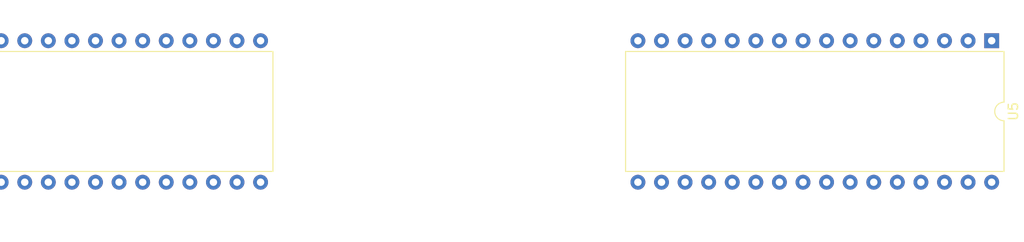
<source format=kicad_pcb>
(kicad_pcb (version 20171130) (host pcbnew 5.1.10-88a1d61d58~88~ubuntu20.04.1)

  (general
    (thickness 1.6)
    (drawings 0)
    (tracks 72)
    (zones 0)
    (modules 44)
    (nets 99)
  )

  (page A4)
  (layers
    (0 F.Cu mixed hide)
    (1 In1.Cu signal hide)
    (2 In2.Cu signal)
    (31 B.Cu power hide)
    (32 B.Adhes user hide)
    (33 F.Adhes user hide)
    (34 B.Paste user hide)
    (35 F.Paste user hide)
    (36 B.SilkS user hide)
    (37 F.SilkS user)
    (38 B.Mask user hide)
    (39 F.Mask user hide)
    (40 Dwgs.User user hide)
    (41 Cmts.User user hide)
    (42 Eco1.User user hide)
    (43 Eco2.User user hide)
    (44 Edge.Cuts user hide)
    (45 Margin user hide)
    (46 B.CrtYd user hide)
    (47 F.CrtYd user)
    (48 B.Fab user hide)
    (49 F.Fab user)
  )

  (setup
    (last_trace_width 0.25)
    (trace_clearance 0.2)
    (zone_clearance 0.508)
    (zone_45_only no)
    (trace_min 0.2)
    (via_size 0.8)
    (via_drill 0.4)
    (via_min_size 0.4)
    (via_min_drill 0.3)
    (uvia_size 0.3)
    (uvia_drill 0.1)
    (uvias_allowed no)
    (uvia_min_size 0.2)
    (uvia_min_drill 0.1)
    (edge_width 0.05)
    (segment_width 0.2)
    (pcb_text_width 0.3)
    (pcb_text_size 1.5 1.5)
    (mod_edge_width 0.12)
    (mod_text_size 1 1)
    (mod_text_width 0.15)
    (pad_size 1.524 1.524)
    (pad_drill 0.762)
    (pad_to_mask_clearance 0)
    (aux_axis_origin 0 0)
    (visible_elements FFFFFF7F)
    (pcbplotparams
      (layerselection 0x010fc_ffffffff)
      (usegerberextensions false)
      (usegerberattributes true)
      (usegerberadvancedattributes true)
      (creategerberjobfile true)
      (excludeedgelayer true)
      (linewidth 0.100000)
      (plotframeref false)
      (viasonmask false)
      (mode 1)
      (useauxorigin false)
      (hpglpennumber 1)
      (hpglpenspeed 20)
      (hpglpendiameter 15.000000)
      (psnegative false)
      (psa4output false)
      (plotreference true)
      (plotvalue true)
      (plotinvisibletext false)
      (padsonsilk false)
      (subtractmaskfromsilk false)
      (outputformat 1)
      (mirror false)
      (drillshape 1)
      (scaleselection 1)
      (outputdirectory ""))
  )

  (net 0 "")
  (net 1 GND)
  (net 2 +5V)
  (net 3 "Net-(C3-Pad1)")
  (net 4 3.3V)
  (net 5 ~IRQ)
  (net 6 "Net-(D1-Pad1)")
  (net 7 ~RES)
  (net 8 "Net-(D2-Pad1)")
  (net 9 LED)
  (net 10 "Net-(D3-Pad1)")
  (net 11 "Net-(D4-Pad1)")
  (net 12 "Net-(RV1-Pad1)")
  (net 13 "Net-(RV1-Pad2)")
  (net 14 CLK)
  (net 15 /V2_PB7)
  (net 16 /V2_PB6)
  (net 17 /V2_PB5)
  (net 18 /V2_PB4)
  (net 19 /V2_PB3)
  (net 20 /V2_PB2)
  (net 21 /V2_PB1)
  (net 22 /V2_PB0)
  (net 23 /V2_PA7)
  (net 24 /V2_PA6)
  (net 25 /V2_PA5)
  (net 26 /V2_PA4)
  (net 27 /V2_PA3)
  (net 28 /V2_PA2)
  (net 29 /V2_PA1)
  (net 30 /V2_PA0)
  (net 31 /V2_CB2)
  (net 32 /V2_CB1)
  (net 33 /V2_CA2)
  (net 34 /V2_CA1)
  (net 35 /V1_CB2)
  (net 36 /V1_CB1)
  (net 37 /V1_CA2)
  (net 38 /V1_CA1)
  (net 39 ~RES2)
  (net 40 /A11)
  (net 41 "Net-(U1-Pad39)")
  (net 42 /A10)
  (net 43 /A9)
  (net 44 /A8)
  (net 45 /A7)
  (net 46 "Net-(U1-Pad35)")
  (net 47 /A6)
  (net 48 R\~W)
  (net 49 /A5)
  (net 50 /D0)
  (net 51 /A4)
  (net 52 /D1)
  (net 53 /A3)
  (net 54 /D2)
  (net 55 /A2)
  (net 56 /D3)
  (net 57 /A1)
  (net 58 /D4)
  (net 59 /A0)
  (net 60 /D5)
  (net 61 /D6)
  (net 62 "Net-(U1-Pad7)")
  (net 63 /D7)
  (net 64 /A15)
  (net 65 "Net-(U1-Pad5)")
  (net 66 /A14)
  (net 67 /A13)
  (net 68 "Net-(U1-Pad3)")
  (net 69 /A12)
  (net 70 "Net-(U1-Pad1)")
  (net 71 ~RES1)
  (net 72 "Net-(U3-Pad26)")
  (net 73 ROM_~CE)
  (net 74 "Net-(U3-Pad1)")
  (net 75 RAM_~CE)
  (net 76 V2_~IRQ)
  (net 77 V1_~IRQ)
  (net 78 V1_~CS2)
  (net 79 V2_~CS2)
  (net 80 "Net-(U4-Pad17)")
  (net 81 "Net-(U4-Pad16)")
  (net 82 "Net-(U4-Pad15)")
  (net 83 "Net-(U5-Pad1)")
  (net 84 /V1_PB7)
  (net 85 /V1_PB6)
  (net 86 /V1_PB5)
  (net 87 /V1_PB4)
  (net 88 /V1_PB3)
  (net 89 /V1_PB2)
  (net 90 /V1_PB1)
  (net 91 /V1_PB0)
  (net 92 /V1_PA7)
  (net 93 /V1_PA6)
  (net 94 /V1_PA5)
  (net 95 /V1_PA4)
  (net 96 /V1_PA3)
  (net 97 /V1_PA2)
  (net 98 /V1_PA1)

  (net_class Default "This is the default net class."
    (clearance 0.2)
    (trace_width 0.25)
    (via_dia 0.8)
    (via_drill 0.4)
    (uvia_dia 0.3)
    (uvia_drill 0.1)
    (add_net +5V)
    (add_net /A0)
    (add_net /A1)
    (add_net /A10)
    (add_net /A11)
    (add_net /A12)
    (add_net /A13)
    (add_net /A14)
    (add_net /A15)
    (add_net /A2)
    (add_net /A3)
    (add_net /A4)
    (add_net /A5)
    (add_net /A6)
    (add_net /A7)
    (add_net /A8)
    (add_net /A9)
    (add_net /D0)
    (add_net /D1)
    (add_net /D2)
    (add_net /D3)
    (add_net /D4)
    (add_net /D5)
    (add_net /D6)
    (add_net /D7)
    (add_net /V1_CA1)
    (add_net /V1_CA2)
    (add_net /V1_CB1)
    (add_net /V1_CB2)
    (add_net /V1_PA1)
    (add_net /V1_PA2)
    (add_net /V1_PA3)
    (add_net /V1_PA4)
    (add_net /V1_PA5)
    (add_net /V1_PA6)
    (add_net /V1_PA7)
    (add_net /V1_PB0)
    (add_net /V1_PB1)
    (add_net /V1_PB2)
    (add_net /V1_PB3)
    (add_net /V1_PB4)
    (add_net /V1_PB5)
    (add_net /V1_PB6)
    (add_net /V1_PB7)
    (add_net /V2_CA1)
    (add_net /V2_CA2)
    (add_net /V2_CB1)
    (add_net /V2_CB2)
    (add_net /V2_PA0)
    (add_net /V2_PA1)
    (add_net /V2_PA2)
    (add_net /V2_PA3)
    (add_net /V2_PA4)
    (add_net /V2_PA5)
    (add_net /V2_PA6)
    (add_net /V2_PA7)
    (add_net /V2_PB0)
    (add_net /V2_PB1)
    (add_net /V2_PB2)
    (add_net /V2_PB3)
    (add_net /V2_PB4)
    (add_net /V2_PB5)
    (add_net /V2_PB6)
    (add_net /V2_PB7)
    (add_net 3.3V)
    (add_net CLK)
    (add_net GND)
    (add_net LED)
    (add_net "Net-(C3-Pad1)")
    (add_net "Net-(D1-Pad1)")
    (add_net "Net-(D2-Pad1)")
    (add_net "Net-(D3-Pad1)")
    (add_net "Net-(D4-Pad1)")
    (add_net "Net-(RV1-Pad1)")
    (add_net "Net-(RV1-Pad2)")
    (add_net "Net-(U1-Pad1)")
    (add_net "Net-(U1-Pad3)")
    (add_net "Net-(U1-Pad35)")
    (add_net "Net-(U1-Pad39)")
    (add_net "Net-(U1-Pad5)")
    (add_net "Net-(U1-Pad7)")
    (add_net "Net-(U3-Pad1)")
    (add_net "Net-(U3-Pad26)")
    (add_net "Net-(U4-Pad15)")
    (add_net "Net-(U4-Pad16)")
    (add_net "Net-(U4-Pad17)")
    (add_net "Net-(U5-Pad1)")
    (add_net RAM_~CE)
    (add_net ROM_~CE)
    (add_net R\~W)
    (add_net V1_~CS2)
    (add_net V1_~IRQ)
    (add_net V2_~CS2)
    (add_net V2_~IRQ)
    (add_net ~IRQ)
    (add_net ~RES)
    (add_net ~RES1)
    (add_net ~RES2)
  )

  (module Package_DIP:DIP-32_W15.24mm (layer F.Cu) (tedit 5A02E8C5) (tstamp 60E27F34)
    (at 166.37 34.29 270)
    (descr "32-lead though-hole mounted DIP package, row spacing 15.24 mm (600 mils)")
    (tags "THT DIP DIL PDIP 2.54mm 15.24mm 600mil")
    (path /60CF29F4)
    (fp_text reference U5 (at 7.62 -2.33 90) (layer F.SilkS)
      (effects (font (size 1 1) (thickness 0.15)))
    )
    (fp_text value AS6C1008 (at 7.62 40.43 90) (layer F.Fab)
      (effects (font (size 1 1) (thickness 0.15)))
    )
    (fp_text user %R (at 7.62 19.05 90) (layer F.Fab)
      (effects (font (size 1 1) (thickness 0.15)))
    )
    (fp_arc (start 7.62 -1.33) (end 6.62 -1.33) (angle -180) (layer F.SilkS) (width 0.12))
    (fp_line (start 1.255 -1.27) (end 14.985 -1.27) (layer F.Fab) (width 0.1))
    (fp_line (start 14.985 -1.27) (end 14.985 39.37) (layer F.Fab) (width 0.1))
    (fp_line (start 14.985 39.37) (end 0.255 39.37) (layer F.Fab) (width 0.1))
    (fp_line (start 0.255 39.37) (end 0.255 -0.27) (layer F.Fab) (width 0.1))
    (fp_line (start 0.255 -0.27) (end 1.255 -1.27) (layer F.Fab) (width 0.1))
    (fp_line (start 6.62 -1.33) (end 1.16 -1.33) (layer F.SilkS) (width 0.12))
    (fp_line (start 1.16 -1.33) (end 1.16 39.43) (layer F.SilkS) (width 0.12))
    (fp_line (start 1.16 39.43) (end 14.08 39.43) (layer F.SilkS) (width 0.12))
    (fp_line (start 14.08 39.43) (end 14.08 -1.33) (layer F.SilkS) (width 0.12))
    (fp_line (start 14.08 -1.33) (end 8.62 -1.33) (layer F.SilkS) (width 0.12))
    (fp_line (start -1.05 -1.55) (end -1.05 39.65) (layer F.CrtYd) (width 0.05))
    (fp_line (start -1.05 39.65) (end 16.3 39.65) (layer F.CrtYd) (width 0.05))
    (fp_line (start 16.3 39.65) (end 16.3 -1.55) (layer F.CrtYd) (width 0.05))
    (fp_line (start 16.3 -1.55) (end -1.05 -1.55) (layer F.CrtYd) (width 0.05))
    (pad 32 thru_hole oval (at 15.24 0 270) (size 1.6 1.6) (drill 0.8) (layers *.Cu *.Mask)
      (net 2 +5V))
    (pad 16 thru_hole oval (at 0 38.1 270) (size 1.6 1.6) (drill 0.8) (layers *.Cu *.Mask)
      (net 1 GND))
    (pad 31 thru_hole oval (at 15.24 2.54 270) (size 1.6 1.6) (drill 0.8) (layers *.Cu *.Mask)
      (net 64 /A15))
    (pad 15 thru_hole oval (at 0 35.56 270) (size 1.6 1.6) (drill 0.8) (layers *.Cu *.Mask)
      (net 54 /D2))
    (pad 30 thru_hole oval (at 15.24 5.08 270) (size 1.6 1.6) (drill 0.8) (layers *.Cu *.Mask)
      (net 2 +5V))
    (pad 14 thru_hole oval (at 0 33.02 270) (size 1.6 1.6) (drill 0.8) (layers *.Cu *.Mask)
      (net 52 /D1))
    (pad 29 thru_hole oval (at 15.24 7.62 270) (size 1.6 1.6) (drill 0.8) (layers *.Cu *.Mask)
      (net 48 R\~W))
    (pad 13 thru_hole oval (at 0 30.48 270) (size 1.6 1.6) (drill 0.8) (layers *.Cu *.Mask)
      (net 50 /D0))
    (pad 28 thru_hole oval (at 15.24 10.16 270) (size 1.6 1.6) (drill 0.8) (layers *.Cu *.Mask)
      (net 67 /A13))
    (pad 12 thru_hole oval (at 0 27.94 270) (size 1.6 1.6) (drill 0.8) (layers *.Cu *.Mask)
      (net 59 /A0))
    (pad 27 thru_hole oval (at 15.24 12.7 270) (size 1.6 1.6) (drill 0.8) (layers *.Cu *.Mask)
      (net 44 /A8))
    (pad 11 thru_hole oval (at 0 25.4 270) (size 1.6 1.6) (drill 0.8) (layers *.Cu *.Mask)
      (net 57 /A1))
    (pad 26 thru_hole oval (at 15.24 15.24 270) (size 1.6 1.6) (drill 0.8) (layers *.Cu *.Mask)
      (net 43 /A9))
    (pad 10 thru_hole oval (at 0 22.86 270) (size 1.6 1.6) (drill 0.8) (layers *.Cu *.Mask)
      (net 55 /A2))
    (pad 25 thru_hole oval (at 15.24 17.78 270) (size 1.6 1.6) (drill 0.8) (layers *.Cu *.Mask)
      (net 40 /A11))
    (pad 9 thru_hole oval (at 0 20.32 270) (size 1.6 1.6) (drill 0.8) (layers *.Cu *.Mask)
      (net 53 /A3))
    (pad 24 thru_hole oval (at 15.24 20.32 270) (size 1.6 1.6) (drill 0.8) (layers *.Cu *.Mask)
      (net 1 GND))
    (pad 8 thru_hole oval (at 0 17.78 270) (size 1.6 1.6) (drill 0.8) (layers *.Cu *.Mask)
      (net 51 /A4))
    (pad 23 thru_hole oval (at 15.24 22.86 270) (size 1.6 1.6) (drill 0.8) (layers *.Cu *.Mask)
      (net 42 /A10))
    (pad 7 thru_hole oval (at 0 15.24 270) (size 1.6 1.6) (drill 0.8) (layers *.Cu *.Mask)
      (net 49 /A5))
    (pad 22 thru_hole oval (at 15.24 25.4 270) (size 1.6 1.6) (drill 0.8) (layers *.Cu *.Mask)
      (net 75 RAM_~CE))
    (pad 6 thru_hole oval (at 0 12.7 270) (size 1.6 1.6) (drill 0.8) (layers *.Cu *.Mask)
      (net 47 /A6))
    (pad 21 thru_hole oval (at 15.24 27.94 270) (size 1.6 1.6) (drill 0.8) (layers *.Cu *.Mask)
      (net 63 /D7))
    (pad 5 thru_hole oval (at 0 10.16 270) (size 1.6 1.6) (drill 0.8) (layers *.Cu *.Mask)
      (net 45 /A7))
    (pad 20 thru_hole oval (at 15.24 30.48 270) (size 1.6 1.6) (drill 0.8) (layers *.Cu *.Mask)
      (net 61 /D6))
    (pad 4 thru_hole oval (at 0 7.62 270) (size 1.6 1.6) (drill 0.8) (layers *.Cu *.Mask)
      (net 69 /A12))
    (pad 19 thru_hole oval (at 15.24 33.02 270) (size 1.6 1.6) (drill 0.8) (layers *.Cu *.Mask)
      (net 60 /D5))
    (pad 3 thru_hole oval (at 0 5.08 270) (size 1.6 1.6) (drill 0.8) (layers *.Cu *.Mask)
      (net 66 /A14))
    (pad 18 thru_hole oval (at 15.24 35.56 270) (size 1.6 1.6) (drill 0.8) (layers *.Cu *.Mask)
      (net 58 /D4))
    (pad 2 thru_hole oval (at 0 2.54 270) (size 1.6 1.6) (drill 0.8) (layers *.Cu *.Mask)
      (net 1 GND))
    (pad 17 thru_hole oval (at 15.24 38.1 270) (size 1.6 1.6) (drill 0.8) (layers *.Cu *.Mask)
      (net 56 /D3))
    (pad 1 thru_hole rect (at 0 0 270) (size 1.6 1.6) (drill 0.8) (layers *.Cu *.Mask)
      (net 83 "Net-(U5-Pad1)"))
    (model ${KISYS3DMOD}/Package_DIP.3dshapes/DIP-32_W15.24mm.wrl
      (at (xyz 0 0 0))
      (scale (xyz 1 1 1))
      (rotate (xyz 0 0 0))
    )
  )

  (module Package_DIP:DIP-40_W15.24mm (layer F.Cu) (tedit 5A02E8C5) (tstamp 60E27E88)
    (at 39.37 49.53 90)
    (descr "40-lead though-hole mounted DIP package, row spacing 15.24 mm (600 mils)")
    (tags "THT DIP DIL PDIP 2.54mm 15.24mm 600mil")
    (path /60CEF135)
    (fp_text reference U1 (at 7.62 -2.33 90) (layer F.SilkS)
      (effects (font (size 1 1) (thickness 0.15)))
    )
    (fp_text value 65C02 (at 7.62 50.59 90) (layer F.Fab)
      (effects (font (size 1 1) (thickness 0.15)))
    )
    (fp_text user %R (at 7.62 24.13 90) (layer F.Fab)
      (effects (font (size 1 1) (thickness 0.15)))
    )
    (fp_arc (start 7.62 -1.33) (end 6.62 -1.33) (angle -180) (layer F.SilkS) (width 0.12))
    (fp_line (start 1.255 -1.27) (end 14.985 -1.27) (layer F.Fab) (width 0.1))
    (fp_line (start 14.985 -1.27) (end 14.985 49.53) (layer F.Fab) (width 0.1))
    (fp_line (start 14.985 49.53) (end 0.255 49.53) (layer F.Fab) (width 0.1))
    (fp_line (start 0.255 49.53) (end 0.255 -0.27) (layer F.Fab) (width 0.1))
    (fp_line (start 0.255 -0.27) (end 1.255 -1.27) (layer F.Fab) (width 0.1))
    (fp_line (start 6.62 -1.33) (end 1.16 -1.33) (layer F.SilkS) (width 0.12))
    (fp_line (start 1.16 -1.33) (end 1.16 49.59) (layer F.SilkS) (width 0.12))
    (fp_line (start 1.16 49.59) (end 14.08 49.59) (layer F.SilkS) (width 0.12))
    (fp_line (start 14.08 49.59) (end 14.08 -1.33) (layer F.SilkS) (width 0.12))
    (fp_line (start 14.08 -1.33) (end 8.62 -1.33) (layer F.SilkS) (width 0.12))
    (fp_line (start -1.05 -1.55) (end -1.05 49.8) (layer F.CrtYd) (width 0.05))
    (fp_line (start -1.05 49.8) (end 16.3 49.8) (layer F.CrtYd) (width 0.05))
    (fp_line (start 16.3 49.8) (end 16.3 -1.55) (layer F.CrtYd) (width 0.05))
    (fp_line (start 16.3 -1.55) (end -1.05 -1.55) (layer F.CrtYd) (width 0.05))
    (pad 40 thru_hole oval (at 15.24 0 90) (size 1.6 1.6) (drill 0.8) (layers *.Cu *.Mask)
      (net 7 ~RES))
    (pad 20 thru_hole oval (at 0 48.26 90) (size 1.6 1.6) (drill 0.8) (layers *.Cu *.Mask)
      (net 40 /A11))
    (pad 39 thru_hole oval (at 15.24 2.54 90) (size 1.6 1.6) (drill 0.8) (layers *.Cu *.Mask)
      (net 41 "Net-(U1-Pad39)"))
    (pad 19 thru_hole oval (at 0 45.72 90) (size 1.6 1.6) (drill 0.8) (layers *.Cu *.Mask)
      (net 42 /A10))
    (pad 38 thru_hole oval (at 15.24 5.08 90) (size 1.6 1.6) (drill 0.8) (layers *.Cu *.Mask)
      (net 2 +5V))
    (pad 18 thru_hole oval (at 0 43.18 90) (size 1.6 1.6) (drill 0.8) (layers *.Cu *.Mask)
      (net 43 /A9))
    (pad 37 thru_hole oval (at 15.24 7.62 90) (size 1.6 1.6) (drill 0.8) (layers *.Cu *.Mask)
      (net 14 CLK))
    (pad 17 thru_hole oval (at 0 40.64 90) (size 1.6 1.6) (drill 0.8) (layers *.Cu *.Mask)
      (net 44 /A8))
    (pad 36 thru_hole oval (at 15.24 10.16 90) (size 1.6 1.6) (drill 0.8) (layers *.Cu *.Mask)
      (net 2 +5V))
    (pad 16 thru_hole oval (at 0 38.1 90) (size 1.6 1.6) (drill 0.8) (layers *.Cu *.Mask)
      (net 45 /A7))
    (pad 35 thru_hole oval (at 15.24 12.7 90) (size 1.6 1.6) (drill 0.8) (layers *.Cu *.Mask)
      (net 46 "Net-(U1-Pad35)"))
    (pad 15 thru_hole oval (at 0 35.56 90) (size 1.6 1.6) (drill 0.8) (layers *.Cu *.Mask)
      (net 47 /A6))
    (pad 34 thru_hole oval (at 15.24 15.24 90) (size 1.6 1.6) (drill 0.8) (layers *.Cu *.Mask)
      (net 48 R\~W))
    (pad 14 thru_hole oval (at 0 33.02 90) (size 1.6 1.6) (drill 0.8) (layers *.Cu *.Mask)
      (net 49 /A5))
    (pad 33 thru_hole oval (at 15.24 17.78 90) (size 1.6 1.6) (drill 0.8) (layers *.Cu *.Mask)
      (net 50 /D0))
    (pad 13 thru_hole oval (at 0 30.48 90) (size 1.6 1.6) (drill 0.8) (layers *.Cu *.Mask)
      (net 51 /A4))
    (pad 32 thru_hole oval (at 15.24 20.32 90) (size 1.6 1.6) (drill 0.8) (layers *.Cu *.Mask)
      (net 52 /D1))
    (pad 12 thru_hole oval (at 0 27.94 90) (size 1.6 1.6) (drill 0.8) (layers *.Cu *.Mask)
      (net 53 /A3))
    (pad 31 thru_hole oval (at 15.24 22.86 90) (size 1.6 1.6) (drill 0.8) (layers *.Cu *.Mask)
      (net 54 /D2))
    (pad 11 thru_hole oval (at 0 25.4 90) (size 1.6 1.6) (drill 0.8) (layers *.Cu *.Mask)
      (net 55 /A2))
    (pad 30 thru_hole oval (at 15.24 25.4 90) (size 1.6 1.6) (drill 0.8) (layers *.Cu *.Mask)
      (net 56 /D3))
    (pad 10 thru_hole oval (at 0 22.86 90) (size 1.6 1.6) (drill 0.8) (layers *.Cu *.Mask)
      (net 57 /A1))
    (pad 29 thru_hole oval (at 15.24 27.94 90) (size 1.6 1.6) (drill 0.8) (layers *.Cu *.Mask)
      (net 58 /D4))
    (pad 9 thru_hole oval (at 0 20.32 90) (size 1.6 1.6) (drill 0.8) (layers *.Cu *.Mask)
      (net 59 /A0))
    (pad 28 thru_hole oval (at 15.24 30.48 90) (size 1.6 1.6) (drill 0.8) (layers *.Cu *.Mask)
      (net 60 /D5))
    (pad 8 thru_hole oval (at 0 17.78 90) (size 1.6 1.6) (drill 0.8) (layers *.Cu *.Mask)
      (net 2 +5V))
    (pad 27 thru_hole oval (at 15.24 33.02 90) (size 1.6 1.6) (drill 0.8) (layers *.Cu *.Mask)
      (net 61 /D6))
    (pad 7 thru_hole oval (at 0 15.24 90) (size 1.6 1.6) (drill 0.8) (layers *.Cu *.Mask)
      (net 62 "Net-(U1-Pad7)"))
    (pad 26 thru_hole oval (at 15.24 35.56 90) (size 1.6 1.6) (drill 0.8) (layers *.Cu *.Mask)
      (net 63 /D7))
    (pad 6 thru_hole oval (at 0 12.7 90) (size 1.6 1.6) (drill 0.8) (layers *.Cu *.Mask)
      (net 2 +5V))
    (pad 25 thru_hole oval (at 15.24 38.1 90) (size 1.6 1.6) (drill 0.8) (layers *.Cu *.Mask)
      (net 64 /A15))
    (pad 5 thru_hole oval (at 0 10.16 90) (size 1.6 1.6) (drill 0.8) (layers *.Cu *.Mask)
      (net 65 "Net-(U1-Pad5)"))
    (pad 24 thru_hole oval (at 15.24 40.64 90) (size 1.6 1.6) (drill 0.8) (layers *.Cu *.Mask)
      (net 66 /A14))
    (pad 4 thru_hole oval (at 0 7.62 90) (size 1.6 1.6) (drill 0.8) (layers *.Cu *.Mask)
      (net 5 ~IRQ))
    (pad 23 thru_hole oval (at 15.24 43.18 90) (size 1.6 1.6) (drill 0.8) (layers *.Cu *.Mask)
      (net 67 /A13))
    (pad 3 thru_hole oval (at 0 5.08 90) (size 1.6 1.6) (drill 0.8) (layers *.Cu *.Mask)
      (net 68 "Net-(U1-Pad3)"))
    (pad 22 thru_hole oval (at 15.24 45.72 90) (size 1.6 1.6) (drill 0.8) (layers *.Cu *.Mask)
      (net 69 /A12))
    (pad 2 thru_hole oval (at 0 2.54 90) (size 1.6 1.6) (drill 0.8) (layers *.Cu *.Mask)
      (net 2 +5V))
    (pad 21 thru_hole oval (at 15.24 48.26 90) (size 1.6 1.6) (drill 0.8) (layers *.Cu *.Mask)
      (net 1 GND))
    (pad 1 thru_hole rect (at 0 0 90) (size 1.6 1.6) (drill 0.8) (layers *.Cu *.Mask)
      (net 70 "Net-(U1-Pad1)"))
    (model ${KISYS3DMOD}/Package_DIP.3dshapes/DIP-40_W15.24mm.wrl
      (at (xyz 0 0 0))
      (scale (xyz 1 1 1))
      (rotate (xyz 0 0 0))
    )
  )

  (module Oscillator:Oscillator_DIP-8 (layer F.Cu) (tedit 58CD3344) (tstamp 60E28026)
    (at 136.59 292.21)
    (descr "Oscillator, DIP8,http://cdn-reichelt.de/documents/datenblatt/B400/OSZI.pdf")
    (tags oscillator)
    (path /624911F9)
    (fp_text reference X1 (at 3.81 -11.26) (layer F.SilkS)
      (effects (font (size 1 1) (thickness 0.15)))
    )
    (fp_text value CXO_DIP8 (at 3.81 3.74) (layer F.Fab)
      (effects (font (size 1 1) (thickness 0.15)))
    )
    (fp_arc (start -1.89 -9.51) (end -2.54 -9.51) (angle 90) (layer F.Fab) (width 0.1))
    (fp_arc (start 9.51 -9.51) (end 9.51 -10.16) (angle 90) (layer F.Fab) (width 0.1))
    (fp_arc (start 9.51 1.89) (end 10.16 1.89) (angle 90) (layer F.Fab) (width 0.1))
    (fp_arc (start -1.89 -9.51) (end -2.64 -9.51) (angle 90) (layer F.SilkS) (width 0.12))
    (fp_arc (start 9.51 -9.51) (end 9.51 -10.26) (angle 90) (layer F.SilkS) (width 0.12))
    (fp_arc (start 9.51 1.89) (end 10.26 1.89) (angle 90) (layer F.SilkS) (width 0.12))
    (fp_arc (start -1.19 -8.81) (end -1.54 -8.81) (angle 90) (layer F.Fab) (width 0.1))
    (fp_arc (start 8.81 -8.81) (end 8.81 -9.16) (angle 90) (layer F.Fab) (width 0.1))
    (fp_arc (start 8.81 1.19) (end 9.16 1.19) (angle 90) (layer F.Fab) (width 0.1))
    (fp_text user %R (at 3.81 -3.81) (layer F.Fab)
      (effects (font (size 1 1) (thickness 0.15)))
    )
    (fp_line (start 10.41 2.79) (end 10.41 -10.41) (layer F.CrtYd) (width 0.05))
    (fp_line (start 10.41 -10.41) (end -2.79 -10.41) (layer F.CrtYd) (width 0.05))
    (fp_line (start -2.79 -10.41) (end -2.79 2.79) (layer F.CrtYd) (width 0.05))
    (fp_line (start -2.79 2.79) (end 10.41 2.79) (layer F.CrtYd) (width 0.05))
    (fp_line (start 9.16 1.19) (end 9.16 -8.81) (layer F.Fab) (width 0.1))
    (fp_line (start -1.19 -9.16) (end 8.81 -9.16) (layer F.Fab) (width 0.1))
    (fp_line (start -1.54 1.54) (end -1.54 -8.81) (layer F.Fab) (width 0.1))
    (fp_line (start -1.54 1.54) (end 8.81 1.54) (layer F.Fab) (width 0.1))
    (fp_line (start -2.64 -9.51) (end -2.64 2.64) (layer F.SilkS) (width 0.12))
    (fp_line (start 9.51 -10.26) (end -1.89 -10.26) (layer F.SilkS) (width 0.12))
    (fp_line (start 10.26 1.89) (end 10.26 -9.51) (layer F.SilkS) (width 0.12))
    (fp_line (start -2.64 2.64) (end 9.51 2.64) (layer F.SilkS) (width 0.12))
    (fp_line (start -2.54 2.54) (end 9.51 2.54) (layer F.Fab) (width 0.1))
    (fp_line (start 10.16 -9.51) (end 10.16 1.89) (layer F.Fab) (width 0.1))
    (fp_line (start -1.89 -10.16) (end 9.51 -10.16) (layer F.Fab) (width 0.1))
    (fp_line (start -2.54 2.54) (end -2.54 -9.51) (layer F.Fab) (width 0.1))
    (pad 4 thru_hole circle (at 7.62 0) (size 1.6 1.6) (drill 0.8) (layers *.Cu *.Mask)
      (net 1 GND))
    (pad 5 thru_hole circle (at 7.62 -7.62) (size 1.6 1.6) (drill 0.8) (layers *.Cu *.Mask)
      (net 14 CLK))
    (pad 8 thru_hole circle (at 0 -7.62) (size 1.6 1.6) (drill 0.8) (layers *.Cu *.Mask)
      (net 2 +5V))
    (pad 1 thru_hole rect (at 0 0) (size 1.6 1.6) (drill 0.8) (layers *.Cu *.Mask)
      (net 1 GND))
    (model ${KISYS3DMOD}/Oscillator.3dshapes/Oscillator_DIP-8.wrl
      (at (xyz 0 0 0))
      (scale (xyz 1 1 1))
      (rotate (xyz 0 0 0))
    )
  )

  (module Connector_PinHeader_2.54mm:PinHeader_1x06_P2.54mm_Vertical (layer F.Cu) (tedit 59FED5CC) (tstamp 60E28004)
    (at 115.5 283.6)
    (descr "Through hole straight pin header, 1x06, 2.54mm pitch, single row")
    (tags "Through hole pin header THT 1x06 2.54mm single row")
    (path /60CCCE39)
    (fp_text reference U10 (at 0 -2.33) (layer F.SilkS)
      (effects (font (size 1 1) (thickness 0.15)))
    )
    (fp_text value SD_SLOT (at 0 15.03) (layer F.Fab)
      (effects (font (size 1 1) (thickness 0.15)))
    )
    (fp_text user %R (at 0 6.35 90) (layer F.Fab)
      (effects (font (size 1 1) (thickness 0.15)))
    )
    (fp_line (start -0.635 -1.27) (end 1.27 -1.27) (layer F.Fab) (width 0.1))
    (fp_line (start 1.27 -1.27) (end 1.27 13.97) (layer F.Fab) (width 0.1))
    (fp_line (start 1.27 13.97) (end -1.27 13.97) (layer F.Fab) (width 0.1))
    (fp_line (start -1.27 13.97) (end -1.27 -0.635) (layer F.Fab) (width 0.1))
    (fp_line (start -1.27 -0.635) (end -0.635 -1.27) (layer F.Fab) (width 0.1))
    (fp_line (start -1.33 14.03) (end 1.33 14.03) (layer F.SilkS) (width 0.12))
    (fp_line (start -1.33 1.27) (end -1.33 14.03) (layer F.SilkS) (width 0.12))
    (fp_line (start 1.33 1.27) (end 1.33 14.03) (layer F.SilkS) (width 0.12))
    (fp_line (start -1.33 1.27) (end 1.33 1.27) (layer F.SilkS) (width 0.12))
    (fp_line (start -1.33 0) (end -1.33 -1.33) (layer F.SilkS) (width 0.12))
    (fp_line (start -1.33 -1.33) (end 0 -1.33) (layer F.SilkS) (width 0.12))
    (fp_line (start -1.8 -1.8) (end -1.8 14.5) (layer F.CrtYd) (width 0.05))
    (fp_line (start -1.8 14.5) (end 1.8 14.5) (layer F.CrtYd) (width 0.05))
    (fp_line (start 1.8 14.5) (end 1.8 -1.8) (layer F.CrtYd) (width 0.05))
    (fp_line (start 1.8 -1.8) (end -1.8 -1.8) (layer F.CrtYd) (width 0.05))
    (pad 6 thru_hole oval (at 0 12.7) (size 1.7 1.7) (drill 1) (layers *.Cu *.Mask)
      (net 1 GND))
    (pad 5 thru_hole oval (at 0 10.16) (size 1.7 1.7) (drill 1) (layers *.Cu *.Mask)
      (net 2 +5V))
    (pad 4 thru_hole oval (at 0 7.62) (size 1.7 1.7) (drill 1) (layers *.Cu *.Mask)
      (net 95 /V1_PA4))
    (pad 3 thru_hole oval (at 0 5.08) (size 1.7 1.7) (drill 1) (layers *.Cu *.Mask)
      (net 96 /V1_PA3))
    (pad 2 thru_hole oval (at 0 2.54) (size 1.7 1.7) (drill 1) (layers *.Cu *.Mask)
      (net 97 /V1_PA2))
    (pad 1 thru_hole rect (at 0 0) (size 1.7 1.7) (drill 1) (layers *.Cu *.Mask)
      (net 98 /V1_PA1))
    (model ${KISYS3DMOD}/Connector_PinHeader_2.54mm.3dshapes/PinHeader_1x06_P2.54mm_Vertical.wrl
      (at (xyz 0 0 0))
      (scale (xyz 1 1 1))
      (rotate (xyz 0 0 0))
    )
  )

  (module Package_TO_SOT_THT:TO-220-3_Vertical (layer F.Cu) (tedit 5AC8BA0D) (tstamp 60E27FEA)
    (at 150.76 293.3)
    (descr "TO-220-3, Vertical, RM 2.54mm, see https://www.vishay.com/docs/66542/to-220-1.pdf")
    (tags "TO-220-3 Vertical RM 2.54mm")
    (path /610DE396)
    (fp_text reference U9 (at 2.54 -4.27) (layer F.SilkS)
      (effects (font (size 1 1) (thickness 0.15)))
    )
    (fp_text value LD1117S33TR_SOT223 (at 2.54 2.5) (layer F.Fab)
      (effects (font (size 1 1) (thickness 0.15)))
    )
    (fp_text user %R (at 2.54 -4.27) (layer F.Fab)
      (effects (font (size 1 1) (thickness 0.15)))
    )
    (fp_line (start -2.46 -3.15) (end -2.46 1.25) (layer F.Fab) (width 0.1))
    (fp_line (start -2.46 1.25) (end 7.54 1.25) (layer F.Fab) (width 0.1))
    (fp_line (start 7.54 1.25) (end 7.54 -3.15) (layer F.Fab) (width 0.1))
    (fp_line (start 7.54 -3.15) (end -2.46 -3.15) (layer F.Fab) (width 0.1))
    (fp_line (start -2.46 -1.88) (end 7.54 -1.88) (layer F.Fab) (width 0.1))
    (fp_line (start 0.69 -3.15) (end 0.69 -1.88) (layer F.Fab) (width 0.1))
    (fp_line (start 4.39 -3.15) (end 4.39 -1.88) (layer F.Fab) (width 0.1))
    (fp_line (start -2.58 -3.27) (end 7.66 -3.27) (layer F.SilkS) (width 0.12))
    (fp_line (start -2.58 1.371) (end 7.66 1.371) (layer F.SilkS) (width 0.12))
    (fp_line (start -2.58 -3.27) (end -2.58 1.371) (layer F.SilkS) (width 0.12))
    (fp_line (start 7.66 -3.27) (end 7.66 1.371) (layer F.SilkS) (width 0.12))
    (fp_line (start -2.58 -1.76) (end 7.66 -1.76) (layer F.SilkS) (width 0.12))
    (fp_line (start 0.69 -3.27) (end 0.69 -1.76) (layer F.SilkS) (width 0.12))
    (fp_line (start 4.391 -3.27) (end 4.391 -1.76) (layer F.SilkS) (width 0.12))
    (fp_line (start -2.71 -3.4) (end -2.71 1.51) (layer F.CrtYd) (width 0.05))
    (fp_line (start -2.71 1.51) (end 7.79 1.51) (layer F.CrtYd) (width 0.05))
    (fp_line (start 7.79 1.51) (end 7.79 -3.4) (layer F.CrtYd) (width 0.05))
    (fp_line (start 7.79 -3.4) (end -2.71 -3.4) (layer F.CrtYd) (width 0.05))
    (pad 3 thru_hole oval (at 5.08 0) (size 1.905 2) (drill 1.1) (layers *.Cu *.Mask)
      (net 2 +5V))
    (pad 2 thru_hole oval (at 2.54 0) (size 1.905 2) (drill 1.1) (layers *.Cu *.Mask)
      (net 4 3.3V))
    (pad 1 thru_hole rect (at 0 0) (size 1.905 2) (drill 1.1) (layers *.Cu *.Mask)
      (net 1 GND))
    (model ${KISYS3DMOD}/Package_TO_SOT_THT.3dshapes/TO-220-3_Vertical.wrl
      (at (xyz 0 0 0))
      (scale (xyz 1 1 1))
      (rotate (xyz 0 0 0))
    )
  )

  (module Package_DIP:DIP-40_W15.24mm (layer F.Cu) (tedit 5A02E8C5) (tstamp 60E27FD0)
    (at 125.73 129.54 90)
    (descr "40-lead though-hole mounted DIP package, row spacing 15.24 mm (600 mils)")
    (tags "THT DIP DIL PDIP 2.54mm 15.24mm 600mil")
    (path /60E7E7A5)
    (fp_text reference U8 (at 7.62 -2.33 90) (layer F.SilkS)
      (effects (font (size 1 1) (thickness 0.15)))
    )
    (fp_text value 65C22 (at 7.62 50.59 90) (layer F.Fab)
      (effects (font (size 1 1) (thickness 0.15)))
    )
    (fp_text user %R (at 7.62 24.13 90) (layer F.Fab)
      (effects (font (size 1 1) (thickness 0.15)))
    )
    (fp_arc (start 7.62 -1.33) (end 6.62 -1.33) (angle -180) (layer F.SilkS) (width 0.12))
    (fp_line (start 1.255 -1.27) (end 14.985 -1.27) (layer F.Fab) (width 0.1))
    (fp_line (start 14.985 -1.27) (end 14.985 49.53) (layer F.Fab) (width 0.1))
    (fp_line (start 14.985 49.53) (end 0.255 49.53) (layer F.Fab) (width 0.1))
    (fp_line (start 0.255 49.53) (end 0.255 -0.27) (layer F.Fab) (width 0.1))
    (fp_line (start 0.255 -0.27) (end 1.255 -1.27) (layer F.Fab) (width 0.1))
    (fp_line (start 6.62 -1.33) (end 1.16 -1.33) (layer F.SilkS) (width 0.12))
    (fp_line (start 1.16 -1.33) (end 1.16 49.59) (layer F.SilkS) (width 0.12))
    (fp_line (start 1.16 49.59) (end 14.08 49.59) (layer F.SilkS) (width 0.12))
    (fp_line (start 14.08 49.59) (end 14.08 -1.33) (layer F.SilkS) (width 0.12))
    (fp_line (start 14.08 -1.33) (end 8.62 -1.33) (layer F.SilkS) (width 0.12))
    (fp_line (start -1.05 -1.55) (end -1.05 49.8) (layer F.CrtYd) (width 0.05))
    (fp_line (start -1.05 49.8) (end 16.3 49.8) (layer F.CrtYd) (width 0.05))
    (fp_line (start 16.3 49.8) (end 16.3 -1.55) (layer F.CrtYd) (width 0.05))
    (fp_line (start 16.3 -1.55) (end -1.05 -1.55) (layer F.CrtYd) (width 0.05))
    (pad 40 thru_hole oval (at 15.24 0 90) (size 1.6 1.6) (drill 0.8) (layers *.Cu *.Mask)
      (net 34 /V2_CA1))
    (pad 20 thru_hole oval (at 0 48.26 90) (size 1.6 1.6) (drill 0.8) (layers *.Cu *.Mask)
      (net 2 +5V))
    (pad 39 thru_hole oval (at 15.24 2.54 90) (size 1.6 1.6) (drill 0.8) (layers *.Cu *.Mask)
      (net 33 /V2_CA2))
    (pad 19 thru_hole oval (at 0 45.72 90) (size 1.6 1.6) (drill 0.8) (layers *.Cu *.Mask)
      (net 31 /V2_CB2))
    (pad 38 thru_hole oval (at 15.24 5.08 90) (size 1.6 1.6) (drill 0.8) (layers *.Cu *.Mask)
      (net 59 /A0))
    (pad 18 thru_hole oval (at 0 43.18 90) (size 1.6 1.6) (drill 0.8) (layers *.Cu *.Mask)
      (net 32 /V2_CB1))
    (pad 37 thru_hole oval (at 15.24 7.62 90) (size 1.6 1.6) (drill 0.8) (layers *.Cu *.Mask)
      (net 57 /A1))
    (pad 17 thru_hole oval (at 0 40.64 90) (size 1.6 1.6) (drill 0.8) (layers *.Cu *.Mask)
      (net 15 /V2_PB7))
    (pad 36 thru_hole oval (at 15.24 10.16 90) (size 1.6 1.6) (drill 0.8) (layers *.Cu *.Mask)
      (net 55 /A2))
    (pad 16 thru_hole oval (at 0 38.1 90) (size 1.6 1.6) (drill 0.8) (layers *.Cu *.Mask)
      (net 16 /V2_PB6))
    (pad 35 thru_hole oval (at 15.24 12.7 90) (size 1.6 1.6) (drill 0.8) (layers *.Cu *.Mask)
      (net 53 /A3))
    (pad 15 thru_hole oval (at 0 35.56 90) (size 1.6 1.6) (drill 0.8) (layers *.Cu *.Mask)
      (net 17 /V2_PB5))
    (pad 34 thru_hole oval (at 15.24 15.24 90) (size 1.6 1.6) (drill 0.8) (layers *.Cu *.Mask)
      (net 7 ~RES))
    (pad 14 thru_hole oval (at 0 33.02 90) (size 1.6 1.6) (drill 0.8) (layers *.Cu *.Mask)
      (net 18 /V2_PB4))
    (pad 33 thru_hole oval (at 15.24 17.78 90) (size 1.6 1.6) (drill 0.8) (layers *.Cu *.Mask)
      (net 50 /D0))
    (pad 13 thru_hole oval (at 0 30.48 90) (size 1.6 1.6) (drill 0.8) (layers *.Cu *.Mask)
      (net 19 /V2_PB3))
    (pad 32 thru_hole oval (at 15.24 20.32 90) (size 1.6 1.6) (drill 0.8) (layers *.Cu *.Mask)
      (net 52 /D1))
    (pad 12 thru_hole oval (at 0 27.94 90) (size 1.6 1.6) (drill 0.8) (layers *.Cu *.Mask)
      (net 20 /V2_PB2))
    (pad 31 thru_hole oval (at 15.24 22.86 90) (size 1.6 1.6) (drill 0.8) (layers *.Cu *.Mask)
      (net 54 /D2))
    (pad 11 thru_hole oval (at 0 25.4 90) (size 1.6 1.6) (drill 0.8) (layers *.Cu *.Mask)
      (net 21 /V2_PB1))
    (pad 30 thru_hole oval (at 15.24 25.4 90) (size 1.6 1.6) (drill 0.8) (layers *.Cu *.Mask)
      (net 56 /D3))
    (pad 10 thru_hole oval (at 0 22.86 90) (size 1.6 1.6) (drill 0.8) (layers *.Cu *.Mask)
      (net 22 /V2_PB0))
    (pad 29 thru_hole oval (at 15.24 27.94 90) (size 1.6 1.6) (drill 0.8) (layers *.Cu *.Mask)
      (net 58 /D4))
    (pad 9 thru_hole oval (at 0 20.32 90) (size 1.6 1.6) (drill 0.8) (layers *.Cu *.Mask)
      (net 23 /V2_PA7))
    (pad 28 thru_hole oval (at 15.24 30.48 90) (size 1.6 1.6) (drill 0.8) (layers *.Cu *.Mask)
      (net 60 /D5))
    (pad 8 thru_hole oval (at 0 17.78 90) (size 1.6 1.6) (drill 0.8) (layers *.Cu *.Mask)
      (net 24 /V2_PA6))
    (pad 27 thru_hole oval (at 15.24 33.02 90) (size 1.6 1.6) (drill 0.8) (layers *.Cu *.Mask)
      (net 61 /D6))
    (pad 7 thru_hole oval (at 0 15.24 90) (size 1.6 1.6) (drill 0.8) (layers *.Cu *.Mask)
      (net 25 /V2_PA5))
    (pad 26 thru_hole oval (at 15.24 35.56 90) (size 1.6 1.6) (drill 0.8) (layers *.Cu *.Mask)
      (net 63 /D7))
    (pad 6 thru_hole oval (at 0 12.7 90) (size 1.6 1.6) (drill 0.8) (layers *.Cu *.Mask)
      (net 26 /V2_PA4))
    (pad 25 thru_hole oval (at 15.24 38.1 90) (size 1.6 1.6) (drill 0.8) (layers *.Cu *.Mask)
      (net 14 CLK))
    (pad 5 thru_hole oval (at 0 10.16 90) (size 1.6 1.6) (drill 0.8) (layers *.Cu *.Mask)
      (net 27 /V2_PA3))
    (pad 24 thru_hole oval (at 15.24 40.64 90) (size 1.6 1.6) (drill 0.8) (layers *.Cu *.Mask)
      (net 2 +5V))
    (pad 4 thru_hole oval (at 0 7.62 90) (size 1.6 1.6) (drill 0.8) (layers *.Cu *.Mask)
      (net 28 /V2_PA2))
    (pad 23 thru_hole oval (at 15.24 43.18 90) (size 1.6 1.6) (drill 0.8) (layers *.Cu *.Mask)
      (net 79 V2_~CS2))
    (pad 3 thru_hole oval (at 0 5.08 90) (size 1.6 1.6) (drill 0.8) (layers *.Cu *.Mask)
      (net 29 /V2_PA1))
    (pad 22 thru_hole oval (at 15.24 45.72 90) (size 1.6 1.6) (drill 0.8) (layers *.Cu *.Mask)
      (net 48 R\~W))
    (pad 2 thru_hole oval (at 0 2.54 90) (size 1.6 1.6) (drill 0.8) (layers *.Cu *.Mask)
      (net 30 /V2_PA0))
    (pad 21 thru_hole oval (at 15.24 48.26 90) (size 1.6 1.6) (drill 0.8) (layers *.Cu *.Mask)
      (net 76 V2_~IRQ))
    (pad 1 thru_hole rect (at 0 0 90) (size 1.6 1.6) (drill 0.8) (layers *.Cu *.Mask)
      (net 1 GND))
    (model ${KISYS3DMOD}/Package_DIP.3dshapes/DIP-40_W15.24mm.wrl
      (at (xyz 0 0 0))
      (scale (xyz 1 1 1))
      (rotate (xyz 0 0 0))
    )
  )

  (module Connector_PinHeader_2.54mm:PinHeader_1x16_P2.54mm_Vertical (layer F.Cu) (tedit 59FED5CC) (tstamp 60E27F94)
    (at 170.7 231.2)
    (descr "Through hole straight pin header, 1x16, 2.54mm pitch, single row")
    (tags "Through hole pin header THT 1x16 2.54mm single row")
    (path /615FD9E8)
    (fp_text reference U7 (at 0 -2.33) (layer F.SilkS)
      (effects (font (size 1 1) (thickness 0.15)))
    )
    (fp_text value LCD (at 0 40.43) (layer F.Fab)
      (effects (font (size 1 1) (thickness 0.15)))
    )
    (fp_text user %R (at 0 19.05 90) (layer F.Fab)
      (effects (font (size 1 1) (thickness 0.15)))
    )
    (fp_line (start -0.635 -1.27) (end 1.27 -1.27) (layer F.Fab) (width 0.1))
    (fp_line (start 1.27 -1.27) (end 1.27 39.37) (layer F.Fab) (width 0.1))
    (fp_line (start 1.27 39.37) (end -1.27 39.37) (layer F.Fab) (width 0.1))
    (fp_line (start -1.27 39.37) (end -1.27 -0.635) (layer F.Fab) (width 0.1))
    (fp_line (start -1.27 -0.635) (end -0.635 -1.27) (layer F.Fab) (width 0.1))
    (fp_line (start -1.33 39.43) (end 1.33 39.43) (layer F.SilkS) (width 0.12))
    (fp_line (start -1.33 1.27) (end -1.33 39.43) (layer F.SilkS) (width 0.12))
    (fp_line (start 1.33 1.27) (end 1.33 39.43) (layer F.SilkS) (width 0.12))
    (fp_line (start -1.33 1.27) (end 1.33 1.27) (layer F.SilkS) (width 0.12))
    (fp_line (start -1.33 0) (end -1.33 -1.33) (layer F.SilkS) (width 0.12))
    (fp_line (start -1.33 -1.33) (end 0 -1.33) (layer F.SilkS) (width 0.12))
    (fp_line (start -1.8 -1.8) (end -1.8 39.9) (layer F.CrtYd) (width 0.05))
    (fp_line (start -1.8 39.9) (end 1.8 39.9) (layer F.CrtYd) (width 0.05))
    (fp_line (start 1.8 39.9) (end 1.8 -1.8) (layer F.CrtYd) (width 0.05))
    (fp_line (start 1.8 -1.8) (end -1.8 -1.8) (layer F.CrtYd) (width 0.05))
    (pad 16 thru_hole oval (at 0 38.1) (size 1.7 1.7) (drill 1) (layers *.Cu *.Mask)
      (net 1 GND))
    (pad 15 thru_hole oval (at 0 35.56) (size 1.7 1.7) (drill 1) (layers *.Cu *.Mask)
      (net 2 +5V))
    (pad 14 thru_hole oval (at 0 33.02) (size 1.7 1.7) (drill 1) (layers *.Cu *.Mask)
      (net 84 /V1_PB7))
    (pad 13 thru_hole oval (at 0 30.48) (size 1.7 1.7) (drill 1) (layers *.Cu *.Mask)
      (net 85 /V1_PB6))
    (pad 12 thru_hole oval (at 0 27.94) (size 1.7 1.7) (drill 1) (layers *.Cu *.Mask)
      (net 86 /V1_PB5))
    (pad 11 thru_hole oval (at 0 25.4) (size 1.7 1.7) (drill 1) (layers *.Cu *.Mask)
      (net 87 /V1_PB4))
    (pad 10 thru_hole oval (at 0 22.86) (size 1.7 1.7) (drill 1) (layers *.Cu *.Mask)
      (net 88 /V1_PB3))
    (pad 9 thru_hole oval (at 0 20.32) (size 1.7 1.7) (drill 1) (layers *.Cu *.Mask)
      (net 89 /V1_PB2))
    (pad 8 thru_hole oval (at 0 17.78) (size 1.7 1.7) (drill 1) (layers *.Cu *.Mask)
      (net 90 /V1_PB1))
    (pad 7 thru_hole oval (at 0 15.24) (size 1.7 1.7) (drill 1) (layers *.Cu *.Mask)
      (net 91 /V1_PB0))
    (pad 6 thru_hole oval (at 0 12.7) (size 1.7 1.7) (drill 1) (layers *.Cu *.Mask)
      (net 92 /V1_PA7))
    (pad 5 thru_hole oval (at 0 10.16) (size 1.7 1.7) (drill 1) (layers *.Cu *.Mask)
      (net 93 /V1_PA6))
    (pad 4 thru_hole oval (at 0 7.62) (size 1.7 1.7) (drill 1) (layers *.Cu *.Mask)
      (net 94 /V1_PA5))
    (pad 3 thru_hole oval (at 0 5.08) (size 1.7 1.7) (drill 1) (layers *.Cu *.Mask)
      (net 13 "Net-(RV1-Pad2)"))
    (pad 2 thru_hole oval (at 0 2.54) (size 1.7 1.7) (drill 1) (layers *.Cu *.Mask)
      (net 2 +5V))
    (pad 1 thru_hole rect (at 0 0) (size 1.7 1.7) (drill 1) (layers *.Cu *.Mask)
      (net 1 GND))
    (model ${KISYS3DMOD}/Connector_PinHeader_2.54mm.3dshapes/PinHeader_1x16_P2.54mm_Vertical.wrl
      (at (xyz 0 0 0))
      (scale (xyz 1 1 1))
      (rotate (xyz 0 0 0))
    )
  )

  (module Package_DIP:DIP-40_W15.24mm (layer F.Cu) (tedit 5A02E8C5) (tstamp 60E27F70)
    (at 124.46 157.48 90)
    (descr "40-lead though-hole mounted DIP package, row spacing 15.24 mm (600 mils)")
    (tags "THT DIP DIL PDIP 2.54mm 15.24mm 600mil")
    (path /60E79273)
    (fp_text reference U6 (at 7.62 -2.33 90) (layer F.SilkS)
      (effects (font (size 1 1) (thickness 0.15)))
    )
    (fp_text value 65C22 (at 7.62 50.59 90) (layer F.Fab)
      (effects (font (size 1 1) (thickness 0.15)))
    )
    (fp_text user %R (at 7.62 24.13 90) (layer F.Fab)
      (effects (font (size 1 1) (thickness 0.15)))
    )
    (fp_arc (start 7.62 -1.33) (end 6.62 -1.33) (angle -180) (layer F.SilkS) (width 0.12))
    (fp_line (start 1.255 -1.27) (end 14.985 -1.27) (layer F.Fab) (width 0.1))
    (fp_line (start 14.985 -1.27) (end 14.985 49.53) (layer F.Fab) (width 0.1))
    (fp_line (start 14.985 49.53) (end 0.255 49.53) (layer F.Fab) (width 0.1))
    (fp_line (start 0.255 49.53) (end 0.255 -0.27) (layer F.Fab) (width 0.1))
    (fp_line (start 0.255 -0.27) (end 1.255 -1.27) (layer F.Fab) (width 0.1))
    (fp_line (start 6.62 -1.33) (end 1.16 -1.33) (layer F.SilkS) (width 0.12))
    (fp_line (start 1.16 -1.33) (end 1.16 49.59) (layer F.SilkS) (width 0.12))
    (fp_line (start 1.16 49.59) (end 14.08 49.59) (layer F.SilkS) (width 0.12))
    (fp_line (start 14.08 49.59) (end 14.08 -1.33) (layer F.SilkS) (width 0.12))
    (fp_line (start 14.08 -1.33) (end 8.62 -1.33) (layer F.SilkS) (width 0.12))
    (fp_line (start -1.05 -1.55) (end -1.05 49.8) (layer F.CrtYd) (width 0.05))
    (fp_line (start -1.05 49.8) (end 16.3 49.8) (layer F.CrtYd) (width 0.05))
    (fp_line (start 16.3 49.8) (end 16.3 -1.55) (layer F.CrtYd) (width 0.05))
    (fp_line (start 16.3 -1.55) (end -1.05 -1.55) (layer F.CrtYd) (width 0.05))
    (pad 40 thru_hole oval (at 15.24 0 90) (size 1.6 1.6) (drill 0.8) (layers *.Cu *.Mask)
      (net 38 /V1_CA1))
    (pad 20 thru_hole oval (at 0 48.26 90) (size 1.6 1.6) (drill 0.8) (layers *.Cu *.Mask)
      (net 2 +5V))
    (pad 39 thru_hole oval (at 15.24 2.54 90) (size 1.6 1.6) (drill 0.8) (layers *.Cu *.Mask)
      (net 37 /V1_CA2))
    (pad 19 thru_hole oval (at 0 45.72 90) (size 1.6 1.6) (drill 0.8) (layers *.Cu *.Mask)
      (net 35 /V1_CB2))
    (pad 38 thru_hole oval (at 15.24 5.08 90) (size 1.6 1.6) (drill 0.8) (layers *.Cu *.Mask)
      (net 59 /A0))
    (pad 18 thru_hole oval (at 0 43.18 90) (size 1.6 1.6) (drill 0.8) (layers *.Cu *.Mask)
      (net 36 /V1_CB1))
    (pad 37 thru_hole oval (at 15.24 7.62 90) (size 1.6 1.6) (drill 0.8) (layers *.Cu *.Mask)
      (net 57 /A1))
    (pad 17 thru_hole oval (at 0 40.64 90) (size 1.6 1.6) (drill 0.8) (layers *.Cu *.Mask)
      (net 84 /V1_PB7))
    (pad 36 thru_hole oval (at 15.24 10.16 90) (size 1.6 1.6) (drill 0.8) (layers *.Cu *.Mask)
      (net 55 /A2))
    (pad 16 thru_hole oval (at 0 38.1 90) (size 1.6 1.6) (drill 0.8) (layers *.Cu *.Mask)
      (net 85 /V1_PB6))
    (pad 35 thru_hole oval (at 15.24 12.7 90) (size 1.6 1.6) (drill 0.8) (layers *.Cu *.Mask)
      (net 53 /A3))
    (pad 15 thru_hole oval (at 0 35.56 90) (size 1.6 1.6) (drill 0.8) (layers *.Cu *.Mask)
      (net 86 /V1_PB5))
    (pad 34 thru_hole oval (at 15.24 15.24 90) (size 1.6 1.6) (drill 0.8) (layers *.Cu *.Mask)
      (net 7 ~RES))
    (pad 14 thru_hole oval (at 0 33.02 90) (size 1.6 1.6) (drill 0.8) (layers *.Cu *.Mask)
      (net 87 /V1_PB4))
    (pad 33 thru_hole oval (at 15.24 17.78 90) (size 1.6 1.6) (drill 0.8) (layers *.Cu *.Mask)
      (net 50 /D0))
    (pad 13 thru_hole oval (at 0 30.48 90) (size 1.6 1.6) (drill 0.8) (layers *.Cu *.Mask)
      (net 88 /V1_PB3))
    (pad 32 thru_hole oval (at 15.24 20.32 90) (size 1.6 1.6) (drill 0.8) (layers *.Cu *.Mask)
      (net 52 /D1))
    (pad 12 thru_hole oval (at 0 27.94 90) (size 1.6 1.6) (drill 0.8) (layers *.Cu *.Mask)
      (net 89 /V1_PB2))
    (pad 31 thru_hole oval (at 15.24 22.86 90) (size 1.6 1.6) (drill 0.8) (layers *.Cu *.Mask)
      (net 54 /D2))
    (pad 11 thru_hole oval (at 0 25.4 90) (size 1.6 1.6) (drill 0.8) (layers *.Cu *.Mask)
      (net 90 /V1_PB1))
    (pad 30 thru_hole oval (at 15.24 25.4 90) (size 1.6 1.6) (drill 0.8) (layers *.Cu *.Mask)
      (net 56 /D3))
    (pad 10 thru_hole oval (at 0 22.86 90) (size 1.6 1.6) (drill 0.8) (layers *.Cu *.Mask)
      (net 91 /V1_PB0))
    (pad 29 thru_hole oval (at 15.24 27.94 90) (size 1.6 1.6) (drill 0.8) (layers *.Cu *.Mask)
      (net 58 /D4))
    (pad 9 thru_hole oval (at 0 20.32 90) (size 1.6 1.6) (drill 0.8) (layers *.Cu *.Mask)
      (net 92 /V1_PA7))
    (pad 28 thru_hole oval (at 15.24 30.48 90) (size 1.6 1.6) (drill 0.8) (layers *.Cu *.Mask)
      (net 60 /D5))
    (pad 8 thru_hole oval (at 0 17.78 90) (size 1.6 1.6) (drill 0.8) (layers *.Cu *.Mask)
      (net 93 /V1_PA6))
    (pad 27 thru_hole oval (at 15.24 33.02 90) (size 1.6 1.6) (drill 0.8) (layers *.Cu *.Mask)
      (net 61 /D6))
    (pad 7 thru_hole oval (at 0 15.24 90) (size 1.6 1.6) (drill 0.8) (layers *.Cu *.Mask)
      (net 94 /V1_PA5))
    (pad 26 thru_hole oval (at 15.24 35.56 90) (size 1.6 1.6) (drill 0.8) (layers *.Cu *.Mask)
      (net 63 /D7))
    (pad 6 thru_hole oval (at 0 12.7 90) (size 1.6 1.6) (drill 0.8) (layers *.Cu *.Mask)
      (net 95 /V1_PA4))
    (pad 25 thru_hole oval (at 15.24 38.1 90) (size 1.6 1.6) (drill 0.8) (layers *.Cu *.Mask)
      (net 14 CLK))
    (pad 5 thru_hole oval (at 0 10.16 90) (size 1.6 1.6) (drill 0.8) (layers *.Cu *.Mask)
      (net 96 /V1_PA3))
    (pad 24 thru_hole oval (at 15.24 40.64 90) (size 1.6 1.6) (drill 0.8) (layers *.Cu *.Mask)
      (net 2 +5V))
    (pad 4 thru_hole oval (at 0 7.62 90) (size 1.6 1.6) (drill 0.8) (layers *.Cu *.Mask)
      (net 97 /V1_PA2))
    (pad 23 thru_hole oval (at 15.24 43.18 90) (size 1.6 1.6) (drill 0.8) (layers *.Cu *.Mask)
      (net 78 V1_~CS2))
    (pad 3 thru_hole oval (at 0 5.08 90) (size 1.6 1.6) (drill 0.8) (layers *.Cu *.Mask)
      (net 98 /V1_PA1))
    (pad 22 thru_hole oval (at 15.24 45.72 90) (size 1.6 1.6) (drill 0.8) (layers *.Cu *.Mask)
      (net 48 R\~W))
    (pad 2 thru_hole oval (at 0 2.54 90) (size 1.6 1.6) (drill 0.8) (layers *.Cu *.Mask)
      (net 9 LED))
    (pad 21 thru_hole oval (at 15.24 48.26 90) (size 1.6 1.6) (drill 0.8) (layers *.Cu *.Mask)
      (net 77 V1_~IRQ))
    (pad 1 thru_hole rect (at 0 0 90) (size 1.6 1.6) (drill 0.8) (layers *.Cu *.Mask)
      (net 1 GND))
    (model ${KISYS3DMOD}/Package_DIP.3dshapes/DIP-40_W15.24mm.wrl
      (at (xyz 0 0 0))
      (scale (xyz 1 1 1))
      (rotate (xyz 0 0 0))
    )
  )

  (module Package_DIP:DIP-24_W7.62mm (layer F.Cu) (tedit 5A02E8C5) (tstamp 60E27F00)
    (at 211.45 230.95)
    (descr "24-lead though-hole mounted DIP package, row spacing 7.62 mm (300 mils)")
    (tags "THT DIP DIL PDIP 2.54mm 7.62mm 300mil")
    (path /60CEEB25)
    (fp_text reference U4 (at 3.81 -2.33) (layer F.SilkS)
      (effects (font (size 1 1) (thickness 0.15)))
    )
    (fp_text value 22V10C (at 3.81 30.27) (layer F.Fab)
      (effects (font (size 1 1) (thickness 0.15)))
    )
    (fp_text user %R (at 3.81 13.97) (layer F.Fab)
      (effects (font (size 1 1) (thickness 0.15)))
    )
    (fp_arc (start 3.81 -1.33) (end 2.81 -1.33) (angle -180) (layer F.SilkS) (width 0.12))
    (fp_line (start 1.635 -1.27) (end 6.985 -1.27) (layer F.Fab) (width 0.1))
    (fp_line (start 6.985 -1.27) (end 6.985 29.21) (layer F.Fab) (width 0.1))
    (fp_line (start 6.985 29.21) (end 0.635 29.21) (layer F.Fab) (width 0.1))
    (fp_line (start 0.635 29.21) (end 0.635 -0.27) (layer F.Fab) (width 0.1))
    (fp_line (start 0.635 -0.27) (end 1.635 -1.27) (layer F.Fab) (width 0.1))
    (fp_line (start 2.81 -1.33) (end 1.16 -1.33) (layer F.SilkS) (width 0.12))
    (fp_line (start 1.16 -1.33) (end 1.16 29.27) (layer F.SilkS) (width 0.12))
    (fp_line (start 1.16 29.27) (end 6.46 29.27) (layer F.SilkS) (width 0.12))
    (fp_line (start 6.46 29.27) (end 6.46 -1.33) (layer F.SilkS) (width 0.12))
    (fp_line (start 6.46 -1.33) (end 4.81 -1.33) (layer F.SilkS) (width 0.12))
    (fp_line (start -1.1 -1.55) (end -1.1 29.5) (layer F.CrtYd) (width 0.05))
    (fp_line (start -1.1 29.5) (end 8.7 29.5) (layer F.CrtYd) (width 0.05))
    (fp_line (start 8.7 29.5) (end 8.7 -1.55) (layer F.CrtYd) (width 0.05))
    (fp_line (start 8.7 -1.55) (end -1.1 -1.55) (layer F.CrtYd) (width 0.05))
    (pad 24 thru_hole oval (at 7.62 0) (size 1.6 1.6) (drill 0.8) (layers *.Cu *.Mask)
      (net 2 +5V))
    (pad 12 thru_hole oval (at 0 27.94) (size 1.6 1.6) (drill 0.8) (layers *.Cu *.Mask)
      (net 1 GND))
    (pad 23 thru_hole oval (at 7.62 2.54) (size 1.6 1.6) (drill 0.8) (layers *.Cu *.Mask)
      (net 73 ROM_~CE))
    (pad 11 thru_hole oval (at 0 25.4) (size 1.6 1.6) (drill 0.8) (layers *.Cu *.Mask)
      (net 71 ~RES1))
    (pad 22 thru_hole oval (at 7.62 5.08) (size 1.6 1.6) (drill 0.8) (layers *.Cu *.Mask)
      (net 75 RAM_~CE))
    (pad 10 thru_hole oval (at 0 22.86) (size 1.6 1.6) (drill 0.8) (layers *.Cu *.Mask)
      (net 76 V2_~IRQ))
    (pad 21 thru_hole oval (at 7.62 7.62) (size 1.6 1.6) (drill 0.8) (layers *.Cu *.Mask)
      (net 5 ~IRQ))
    (pad 9 thru_hole oval (at 0 20.32) (size 1.6 1.6) (drill 0.8) (layers *.Cu *.Mask)
      (net 77 V1_~IRQ))
    (pad 20 thru_hole oval (at 7.62 10.16) (size 1.6 1.6) (drill 0.8) (layers *.Cu *.Mask)
      (net 78 V1_~CS2))
    (pad 8 thru_hole oval (at 0 17.78) (size 1.6 1.6) (drill 0.8) (layers *.Cu *.Mask)
      (net 14 CLK))
    (pad 19 thru_hole oval (at 7.62 12.7) (size 1.6 1.6) (drill 0.8) (layers *.Cu *.Mask)
      (net 79 V2_~CS2))
    (pad 7 thru_hole oval (at 0 15.24) (size 1.6 1.6) (drill 0.8) (layers *.Cu *.Mask)
      (net 43 /A9))
    (pad 18 thru_hole oval (at 7.62 15.24) (size 1.6 1.6) (drill 0.8) (layers *.Cu *.Mask)
      (net 7 ~RES))
    (pad 6 thru_hole oval (at 0 12.7) (size 1.6 1.6) (drill 0.8) (layers *.Cu *.Mask)
      (net 42 /A10))
    (pad 17 thru_hole oval (at 7.62 17.78) (size 1.6 1.6) (drill 0.8) (layers *.Cu *.Mask)
      (net 80 "Net-(U4-Pad17)"))
    (pad 5 thru_hole oval (at 0 10.16) (size 1.6 1.6) (drill 0.8) (layers *.Cu *.Mask)
      (net 40 /A11))
    (pad 16 thru_hole oval (at 7.62 20.32) (size 1.6 1.6) (drill 0.8) (layers *.Cu *.Mask)
      (net 81 "Net-(U4-Pad16)"))
    (pad 4 thru_hole oval (at 0 7.62) (size 1.6 1.6) (drill 0.8) (layers *.Cu *.Mask)
      (net 69 /A12))
    (pad 15 thru_hole oval (at 7.62 22.86) (size 1.6 1.6) (drill 0.8) (layers *.Cu *.Mask)
      (net 82 "Net-(U4-Pad15)"))
    (pad 3 thru_hole oval (at 0 5.08) (size 1.6 1.6) (drill 0.8) (layers *.Cu *.Mask)
      (net 67 /A13))
    (pad 14 thru_hole oval (at 7.62 25.4) (size 1.6 1.6) (drill 0.8) (layers *.Cu *.Mask)
      (net 1 GND))
    (pad 2 thru_hole oval (at 0 2.54) (size 1.6 1.6) (drill 0.8) (layers *.Cu *.Mask)
      (net 66 /A14))
    (pad 13 thru_hole oval (at 7.62 27.94) (size 1.6 1.6) (drill 0.8) (layers *.Cu *.Mask)
      (net 39 ~RES2))
    (pad 1 thru_hole rect (at 0 0) (size 1.6 1.6) (drill 0.8) (layers *.Cu *.Mask)
      (net 64 /A15))
    (model ${KISYS3DMOD}/Package_DIP.3dshapes/DIP-24_W7.62mm.wrl
      (at (xyz 0 0 0))
      (scale (xyz 1 1 1))
      (rotate (xyz 0 0 0))
    )
  )

  (module Package_DIP:DIP-28_W15.24mm (layer F.Cu) (tedit 5A02E8C5) (tstamp 60E27ED4)
    (at 226.06 34.29 270)
    (descr "28-lead though-hole mounted DIP package, row spacing 15.24 mm (600 mils)")
    (tags "THT DIP DIL PDIP 2.54mm 15.24mm 600mil")
    (path /60CF1DC5)
    (fp_text reference U3 (at 7.62 -2.33 90) (layer F.SilkS)
      (effects (font (size 1 1) (thickness 0.15)))
    )
    (fp_text value AT28C64B (at 7.62 35.35 90) (layer F.Fab)
      (effects (font (size 1 1) (thickness 0.15)))
    )
    (fp_text user %R (at 7.62 16.51 90) (layer F.Fab)
      (effects (font (size 1 1) (thickness 0.15)))
    )
    (fp_arc (start 7.62 -1.33) (end 6.62 -1.33) (angle -180) (layer F.SilkS) (width 0.12))
    (fp_line (start 1.255 -1.27) (end 14.985 -1.27) (layer F.Fab) (width 0.1))
    (fp_line (start 14.985 -1.27) (end 14.985 34.29) (layer F.Fab) (width 0.1))
    (fp_line (start 14.985 34.29) (end 0.255 34.29) (layer F.Fab) (width 0.1))
    (fp_line (start 0.255 34.29) (end 0.255 -0.27) (layer F.Fab) (width 0.1))
    (fp_line (start 0.255 -0.27) (end 1.255 -1.27) (layer F.Fab) (width 0.1))
    (fp_line (start 6.62 -1.33) (end 1.16 -1.33) (layer F.SilkS) (width 0.12))
    (fp_line (start 1.16 -1.33) (end 1.16 34.35) (layer F.SilkS) (width 0.12))
    (fp_line (start 1.16 34.35) (end 14.08 34.35) (layer F.SilkS) (width 0.12))
    (fp_line (start 14.08 34.35) (end 14.08 -1.33) (layer F.SilkS) (width 0.12))
    (fp_line (start 14.08 -1.33) (end 8.62 -1.33) (layer F.SilkS) (width 0.12))
    (fp_line (start -1.05 -1.55) (end -1.05 34.55) (layer F.CrtYd) (width 0.05))
    (fp_line (start -1.05 34.55) (end 16.3 34.55) (layer F.CrtYd) (width 0.05))
    (fp_line (start 16.3 34.55) (end 16.3 -1.55) (layer F.CrtYd) (width 0.05))
    (fp_line (start 16.3 -1.55) (end -1.05 -1.55) (layer F.CrtYd) (width 0.05))
    (pad 28 thru_hole oval (at 15.24 0 270) (size 1.6 1.6) (drill 0.8) (layers *.Cu *.Mask)
      (net 2 +5V))
    (pad 14 thru_hole oval (at 0 33.02 270) (size 1.6 1.6) (drill 0.8) (layers *.Cu *.Mask)
      (net 1 GND))
    (pad 27 thru_hole oval (at 15.24 2.54 270) (size 1.6 1.6) (drill 0.8) (layers *.Cu *.Mask)
      (net 2 +5V))
    (pad 13 thru_hole oval (at 0 30.48 270) (size 1.6 1.6) (drill 0.8) (layers *.Cu *.Mask)
      (net 54 /D2))
    (pad 26 thru_hole oval (at 15.24 5.08 270) (size 1.6 1.6) (drill 0.8) (layers *.Cu *.Mask)
      (net 72 "Net-(U3-Pad26)"))
    (pad 12 thru_hole oval (at 0 27.94 270) (size 1.6 1.6) (drill 0.8) (layers *.Cu *.Mask)
      (net 52 /D1))
    (pad 25 thru_hole oval (at 15.24 7.62 270) (size 1.6 1.6) (drill 0.8) (layers *.Cu *.Mask)
      (net 44 /A8))
    (pad 11 thru_hole oval (at 0 25.4 270) (size 1.6 1.6) (drill 0.8) (layers *.Cu *.Mask)
      (net 50 /D0))
    (pad 24 thru_hole oval (at 15.24 10.16 270) (size 1.6 1.6) (drill 0.8) (layers *.Cu *.Mask)
      (net 43 /A9))
    (pad 10 thru_hole oval (at 0 22.86 270) (size 1.6 1.6) (drill 0.8) (layers *.Cu *.Mask)
      (net 59 /A0))
    (pad 23 thru_hole oval (at 15.24 12.7 270) (size 1.6 1.6) (drill 0.8) (layers *.Cu *.Mask)
      (net 40 /A11))
    (pad 9 thru_hole oval (at 0 20.32 270) (size 1.6 1.6) (drill 0.8) (layers *.Cu *.Mask)
      (net 57 /A1))
    (pad 22 thru_hole oval (at 15.24 15.24 270) (size 1.6 1.6) (drill 0.8) (layers *.Cu *.Mask)
      (net 1 GND))
    (pad 8 thru_hole oval (at 0 17.78 270) (size 1.6 1.6) (drill 0.8) (layers *.Cu *.Mask)
      (net 55 /A2))
    (pad 21 thru_hole oval (at 15.24 17.78 270) (size 1.6 1.6) (drill 0.8) (layers *.Cu *.Mask)
      (net 42 /A10))
    (pad 7 thru_hole oval (at 0 15.24 270) (size 1.6 1.6) (drill 0.8) (layers *.Cu *.Mask)
      (net 53 /A3))
    (pad 20 thru_hole oval (at 15.24 20.32 270) (size 1.6 1.6) (drill 0.8) (layers *.Cu *.Mask)
      (net 73 ROM_~CE))
    (pad 6 thru_hole oval (at 0 12.7 270) (size 1.6 1.6) (drill 0.8) (layers *.Cu *.Mask)
      (net 51 /A4))
    (pad 19 thru_hole oval (at 15.24 22.86 270) (size 1.6 1.6) (drill 0.8) (layers *.Cu *.Mask)
      (net 63 /D7))
    (pad 5 thru_hole oval (at 0 10.16 270) (size 1.6 1.6) (drill 0.8) (layers *.Cu *.Mask)
      (net 49 /A5))
    (pad 18 thru_hole oval (at 15.24 25.4 270) (size 1.6 1.6) (drill 0.8) (layers *.Cu *.Mask)
      (net 61 /D6))
    (pad 4 thru_hole oval (at 0 7.62 270) (size 1.6 1.6) (drill 0.8) (layers *.Cu *.Mask)
      (net 47 /A6))
    (pad 17 thru_hole oval (at 15.24 27.94 270) (size 1.6 1.6) (drill 0.8) (layers *.Cu *.Mask)
      (net 60 /D5))
    (pad 3 thru_hole oval (at 0 5.08 270) (size 1.6 1.6) (drill 0.8) (layers *.Cu *.Mask)
      (net 45 /A7))
    (pad 16 thru_hole oval (at 15.24 30.48 270) (size 1.6 1.6) (drill 0.8) (layers *.Cu *.Mask)
      (net 58 /D4))
    (pad 2 thru_hole oval (at 0 2.54 270) (size 1.6 1.6) (drill 0.8) (layers *.Cu *.Mask)
      (net 69 /A12))
    (pad 15 thru_hole oval (at 15.24 33.02 270) (size 1.6 1.6) (drill 0.8) (layers *.Cu *.Mask)
      (net 56 /D3))
    (pad 1 thru_hole rect (at 0 0 270) (size 1.6 1.6) (drill 0.8) (layers *.Cu *.Mask)
      (net 74 "Net-(U3-Pad1)"))
    (model ${KISYS3DMOD}/Package_DIP.3dshapes/DIP-28_W15.24mm.wrl
      (at (xyz 0 0 0))
      (scale (xyz 1 1 1))
      (rotate (xyz 0 0 0))
    )
  )

  (module Package_DIP:DIP-8_W7.62mm (layer F.Cu) (tedit 5A02E8C5) (tstamp 60E27EA4)
    (at 162.46 287.4)
    (descr "8-lead though-hole mounted DIP package, row spacing 7.62 mm (300 mils)")
    (tags "THT DIP DIL PDIP 2.54mm 7.62mm 300mil")
    (path /6130518F)
    (fp_text reference U2 (at 3.81 -2.33) (layer F.SilkS)
      (effects (font (size 1 1) (thickness 0.15)))
    )
    (fp_text value LM555 (at 3.81 9.95) (layer F.Fab)
      (effects (font (size 1 1) (thickness 0.15)))
    )
    (fp_text user %R (at 3.81 3.81) (layer F.Fab)
      (effects (font (size 1 1) (thickness 0.15)))
    )
    (fp_arc (start 3.81 -1.33) (end 2.81 -1.33) (angle -180) (layer F.SilkS) (width 0.12))
    (fp_line (start 1.635 -1.27) (end 6.985 -1.27) (layer F.Fab) (width 0.1))
    (fp_line (start 6.985 -1.27) (end 6.985 8.89) (layer F.Fab) (width 0.1))
    (fp_line (start 6.985 8.89) (end 0.635 8.89) (layer F.Fab) (width 0.1))
    (fp_line (start 0.635 8.89) (end 0.635 -0.27) (layer F.Fab) (width 0.1))
    (fp_line (start 0.635 -0.27) (end 1.635 -1.27) (layer F.Fab) (width 0.1))
    (fp_line (start 2.81 -1.33) (end 1.16 -1.33) (layer F.SilkS) (width 0.12))
    (fp_line (start 1.16 -1.33) (end 1.16 8.95) (layer F.SilkS) (width 0.12))
    (fp_line (start 1.16 8.95) (end 6.46 8.95) (layer F.SilkS) (width 0.12))
    (fp_line (start 6.46 8.95) (end 6.46 -1.33) (layer F.SilkS) (width 0.12))
    (fp_line (start 6.46 -1.33) (end 4.81 -1.33) (layer F.SilkS) (width 0.12))
    (fp_line (start -1.1 -1.55) (end -1.1 9.15) (layer F.CrtYd) (width 0.05))
    (fp_line (start -1.1 9.15) (end 8.7 9.15) (layer F.CrtYd) (width 0.05))
    (fp_line (start 8.7 9.15) (end 8.7 -1.55) (layer F.CrtYd) (width 0.05))
    (fp_line (start 8.7 -1.55) (end -1.1 -1.55) (layer F.CrtYd) (width 0.05))
    (pad 8 thru_hole oval (at 7.62 0) (size 1.6 1.6) (drill 0.8) (layers *.Cu *.Mask)
      (net 2 +5V))
    (pad 4 thru_hole oval (at 0 7.62) (size 1.6 1.6) (drill 0.8) (layers *.Cu *.Mask)
      (net 2 +5V))
    (pad 7 thru_hole oval (at 7.62 2.54) (size 1.6 1.6) (drill 0.8) (layers *.Cu *.Mask)
      (net 3 "Net-(C3-Pad1)"))
    (pad 3 thru_hole oval (at 0 5.08) (size 1.6 1.6) (drill 0.8) (layers *.Cu *.Mask)
      (net 71 ~RES1))
    (pad 6 thru_hole oval (at 7.62 5.08) (size 1.6 1.6) (drill 0.8) (layers *.Cu *.Mask)
      (net 3 "Net-(C3-Pad1)"))
    (pad 2 thru_hole oval (at 0 2.54) (size 1.6 1.6) (drill 0.8) (layers *.Cu *.Mask)
      (net 2 +5V))
    (pad 5 thru_hole oval (at 7.62 7.62) (size 1.6 1.6) (drill 0.8) (layers *.Cu *.Mask)
      (net 2 +5V))
    (pad 1 thru_hole rect (at 0 0) (size 1.6 1.6) (drill 0.8) (layers *.Cu *.Mask)
      (net 1 GND))
    (model ${KISYS3DMOD}/Package_DIP.3dshapes/DIP-8_W7.62mm.wrl
      (at (xyz 0 0 0))
      (scale (xyz 1 1 1))
      (rotate (xyz 0 0 0))
    )
  )

  (module Button_Switch_THT:SW_Tactile_Straight_KSA0Axx1LFTR (layer F.Cu) (tedit 5A02FE31) (tstamp 60E27E4C)
    (at 175.62 277.61)
    (descr "SW PUSH SMALL http://www.ckswitches.com/media/1457/ksa_ksl.pdf")
    (tags "SW PUSH SMALL Tactile C&K")
    (path /614A9F4B)
    (fp_text reference SW1 (at 3.81 -2.08) (layer F.SilkS)
      (effects (font (size 1 1) (thickness 0.15)))
    )
    (fp_text value SW_Push (at 3.81 7.28) (layer F.Fab)
      (effects (font (size 1 1) (thickness 0.15)))
    )
    (fp_text user %R (at 3.81 2.54) (layer F.Fab)
      (effects (font (size 1 1) (thickness 0.15)))
    )
    (fp_line (start 7.51 6.24) (end 0.11 6.24) (layer F.Fab) (width 0.1))
    (fp_line (start 7.51 -1.16) (end 7.51 6.24) (layer F.Fab) (width 0.1))
    (fp_line (start 0.11 -1.16) (end 7.51 -1.16) (layer F.Fab) (width 0.1))
    (fp_line (start 0.11 6.24) (end 0.11 -1.16) (layer F.Fab) (width 0.1))
    (fp_line (start 0 -1.27) (end 7.62 -1.27) (layer F.SilkS) (width 0.12))
    (fp_line (start 7.62 -1.27) (end 7.62 -0.97) (layer F.SilkS) (width 0.12))
    (fp_line (start 7.62 6.35) (end 0 6.35) (layer F.SilkS) (width 0.12))
    (fp_line (start 0 -1.27) (end 0 -0.97) (layer F.SilkS) (width 0.12))
    (fp_line (start 7.62 0.97) (end 7.62 4.11) (layer F.SilkS) (width 0.12))
    (fp_line (start 0 0.97) (end 0 4.11) (layer F.SilkS) (width 0.12))
    (fp_line (start -0.95 -1.41) (end 8.57 -1.41) (layer F.CrtYd) (width 0.05))
    (fp_line (start -0.95 -1.41) (end -0.95 6.49) (layer F.CrtYd) (width 0.05))
    (fp_line (start 8.57 6.49) (end 8.57 -1.41) (layer F.CrtYd) (width 0.05))
    (fp_line (start 8.57 6.49) (end -0.95 6.49) (layer F.CrtYd) (width 0.05))
    (fp_line (start 7.62 6.05) (end 7.62 6.35) (layer F.SilkS) (width 0.12))
    (fp_line (start 0 6.05) (end 0 6.35) (layer F.SilkS) (width 0.12))
    (fp_circle (center 3.81 2.54) (end 3.81 0) (layer F.SilkS) (width 0.12))
    (pad 2 thru_hole circle (at 0 5.08) (size 1.397 1.397) (drill 0.8128) (layers *.Cu *.Mask)
      (net 2 +5V))
    (pad 1 thru_hole circle (at 0 0) (size 1.397 1.397) (drill 0.8128) (layers *.Cu *.Mask)
      (net 1 GND))
    (pad 2 thru_hole circle (at 7.62 5.08) (size 1.397 1.397) (drill 0.8128) (layers *.Cu *.Mask)
      (net 2 +5V))
    (pad 1 thru_hole circle (at 7.62 0) (size 1.397 1.397) (drill 0.8128) (layers *.Cu *.Mask)
      (net 1 GND))
    (model ${KISYS3DMOD}/Button_Switch_THT.3dshapes/SW_Tactile_Straight_KSA0Axx1LFTR.wrl
      (at (xyz 0 0 0))
      (scale (xyz 1 1 1))
      (rotate (xyz 0 0 0))
    )
  )

  (module Potentiometer_THT:Potentiometer_Bourns_PTV09A-1_Single_Vertical (layer F.Cu) (tedit 5A3D4993) (tstamp 60E27E32)
    (at 119.5 290.95)
    (descr "Potentiometer, vertical, Bourns PTV09A-1 Single, http://www.bourns.com/docs/Product-Datasheets/ptv09.pdf")
    (tags "Potentiometer vertical Bourns PTV09A-1 Single")
    (path /61D8AF67)
    (fp_text reference RV1 (at 6.05 -10.15) (layer F.SilkS)
      (effects (font (size 1 1) (thickness 0.15)))
    )
    (fp_text value R_POT (at 6.05 5.15) (layer F.Fab)
      (effects (font (size 1 1) (thickness 0.15)))
    )
    (fp_text user %R (at 2 -2.5 90) (layer F.Fab)
      (effects (font (size 1 1) (thickness 0.15)))
    )
    (fp_circle (center 7.5 -2.5) (end 10.5 -2.5) (layer F.Fab) (width 0.1))
    (fp_line (start 1 -7.35) (end 1 2.35) (layer F.Fab) (width 0.1))
    (fp_line (start 1 2.35) (end 13 2.35) (layer F.Fab) (width 0.1))
    (fp_line (start 13 2.35) (end 13 -7.35) (layer F.Fab) (width 0.1))
    (fp_line (start 13 -7.35) (end 1 -7.35) (layer F.Fab) (width 0.1))
    (fp_line (start 0.88 -7.47) (end 4.745 -7.47) (layer F.SilkS) (width 0.12))
    (fp_line (start 9.255 -7.47) (end 13.12 -7.47) (layer F.SilkS) (width 0.12))
    (fp_line (start 0.88 2.47) (end 4.745 2.47) (layer F.SilkS) (width 0.12))
    (fp_line (start 9.255 2.47) (end 13.12 2.47) (layer F.SilkS) (width 0.12))
    (fp_line (start 0.88 -7.47) (end 0.88 -5.871) (layer F.SilkS) (width 0.12))
    (fp_line (start 0.88 -4.129) (end 0.88 -3.37) (layer F.SilkS) (width 0.12))
    (fp_line (start 0.88 -1.629) (end 0.88 -0.87) (layer F.SilkS) (width 0.12))
    (fp_line (start 0.88 0.87) (end 0.88 2.47) (layer F.SilkS) (width 0.12))
    (fp_line (start 13.12 -7.47) (end 13.12 2.47) (layer F.SilkS) (width 0.12))
    (fp_line (start -1.15 -9.15) (end -1.15 4.15) (layer F.CrtYd) (width 0.05))
    (fp_line (start -1.15 4.15) (end 13.25 4.15) (layer F.CrtYd) (width 0.05))
    (fp_line (start 13.25 4.15) (end 13.25 -9.15) (layer F.CrtYd) (width 0.05))
    (fp_line (start 13.25 -9.15) (end -1.15 -9.15) (layer F.CrtYd) (width 0.05))
    (pad "" np_thru_hole circle (at 7 1.9) (size 4 4) (drill 2) (layers *.Cu *.Mask))
    (pad "" np_thru_hole circle (at 7 -6.9) (size 4 4) (drill 2) (layers *.Cu *.Mask))
    (pad 1 thru_hole circle (at 0 0) (size 1.8 1.8) (drill 1) (layers *.Cu *.Mask)
      (net 12 "Net-(RV1-Pad1)"))
    (pad 2 thru_hole circle (at 0 -2.5) (size 1.8 1.8) (drill 1) (layers *.Cu *.Mask)
      (net 13 "Net-(RV1-Pad2)"))
    (pad 3 thru_hole circle (at 0 -5) (size 1.8 1.8) (drill 1) (layers *.Cu *.Mask)
      (net 1 GND))
    (model ${KISYS3DMOD}/Potentiometer_THT.3dshapes/Potentiometer_Bourns_PTV09A-1_Single_Vertical.wrl
      (at (xyz 0 0 0))
      (scale (xyz 1 1 1))
      (rotate (xyz 0 0 0))
    )
  )

  (module Resistor_THT:R_Axial_DIN0207_L6.3mm_D2.5mm_P10.16mm_Horizontal (layer F.Cu) (tedit 5AE5139B) (tstamp 60E27E16)
    (at 119.4 297.65)
    (descr "Resistor, Axial_DIN0207 series, Axial, Horizontal, pin pitch=10.16mm, 0.25W = 1/4W, length*diameter=6.3*2.5mm^2, http://cdn-reichelt.de/documents/datenblatt/B400/1_4W%23YAG.pdf")
    (tags "Resistor Axial_DIN0207 series Axial Horizontal pin pitch 10.16mm 0.25W = 1/4W length 6.3mm diameter 2.5mm")
    (path /619FA202)
    (fp_text reference R6 (at 5.08 -2.37) (layer F.SilkS)
      (effects (font (size 1 1) (thickness 0.15)))
    )
    (fp_text value R_Small (at 5.08 2.37) (layer F.Fab)
      (effects (font (size 1 1) (thickness 0.15)))
    )
    (fp_text user %R (at 5.08 0) (layer F.Fab)
      (effects (font (size 1 1) (thickness 0.15)))
    )
    (fp_line (start 1.93 -1.25) (end 1.93 1.25) (layer F.Fab) (width 0.1))
    (fp_line (start 1.93 1.25) (end 8.23 1.25) (layer F.Fab) (width 0.1))
    (fp_line (start 8.23 1.25) (end 8.23 -1.25) (layer F.Fab) (width 0.1))
    (fp_line (start 8.23 -1.25) (end 1.93 -1.25) (layer F.Fab) (width 0.1))
    (fp_line (start 0 0) (end 1.93 0) (layer F.Fab) (width 0.1))
    (fp_line (start 10.16 0) (end 8.23 0) (layer F.Fab) (width 0.1))
    (fp_line (start 1.81 -1.37) (end 1.81 1.37) (layer F.SilkS) (width 0.12))
    (fp_line (start 1.81 1.37) (end 8.35 1.37) (layer F.SilkS) (width 0.12))
    (fp_line (start 8.35 1.37) (end 8.35 -1.37) (layer F.SilkS) (width 0.12))
    (fp_line (start 8.35 -1.37) (end 1.81 -1.37) (layer F.SilkS) (width 0.12))
    (fp_line (start 1.04 0) (end 1.81 0) (layer F.SilkS) (width 0.12))
    (fp_line (start 9.12 0) (end 8.35 0) (layer F.SilkS) (width 0.12))
    (fp_line (start -1.05 -1.5) (end -1.05 1.5) (layer F.CrtYd) (width 0.05))
    (fp_line (start -1.05 1.5) (end 11.21 1.5) (layer F.CrtYd) (width 0.05))
    (fp_line (start 11.21 1.5) (end 11.21 -1.5) (layer F.CrtYd) (width 0.05))
    (fp_line (start 11.21 -1.5) (end -1.05 -1.5) (layer F.CrtYd) (width 0.05))
    (pad 2 thru_hole oval (at 10.16 0) (size 1.6 1.6) (drill 0.8) (layers *.Cu *.Mask)
      (net 11 "Net-(D4-Pad1)"))
    (pad 1 thru_hole circle (at 0 0) (size 1.6 1.6) (drill 0.8) (layers *.Cu *.Mask)
      (net 1 GND))
    (model ${KISYS3DMOD}/Resistor_THT.3dshapes/R_Axial_DIN0207_L6.3mm_D2.5mm_P10.16mm_Horizontal.wrl
      (at (xyz 0 0 0))
      (scale (xyz 1 1 1))
      (rotate (xyz 0 0 0))
    )
  )

  (module Resistor_THT:R_Axial_DIN0207_L6.3mm_D2.5mm_P10.16mm_Horizontal (layer F.Cu) (tedit 5AE5139B) (tstamp 60E27DFF)
    (at 149.1 287.35)
    (descr "Resistor, Axial_DIN0207 series, Axial, Horizontal, pin pitch=10.16mm, 0.25W = 1/4W, length*diameter=6.3*2.5mm^2, http://cdn-reichelt.de/documents/datenblatt/B400/1_4W%23YAG.pdf")
    (tags "Resistor Axial_DIN0207 series Axial Horizontal pin pitch 10.16mm 0.25W = 1/4W length 6.3mm diameter 2.5mm")
    (path /619CABEF)
    (fp_text reference R5 (at 5.08 -2.37) (layer F.SilkS)
      (effects (font (size 1 1) (thickness 0.15)))
    )
    (fp_text value R_Small (at 5.08 2.37) (layer F.Fab)
      (effects (font (size 1 1) (thickness 0.15)))
    )
    (fp_text user %R (at 5.08 0) (layer F.Fab)
      (effects (font (size 1 1) (thickness 0.15)))
    )
    (fp_line (start 1.93 -1.25) (end 1.93 1.25) (layer F.Fab) (width 0.1))
    (fp_line (start 1.93 1.25) (end 8.23 1.25) (layer F.Fab) (width 0.1))
    (fp_line (start 8.23 1.25) (end 8.23 -1.25) (layer F.Fab) (width 0.1))
    (fp_line (start 8.23 -1.25) (end 1.93 -1.25) (layer F.Fab) (width 0.1))
    (fp_line (start 0 0) (end 1.93 0) (layer F.Fab) (width 0.1))
    (fp_line (start 10.16 0) (end 8.23 0) (layer F.Fab) (width 0.1))
    (fp_line (start 1.81 -1.37) (end 1.81 1.37) (layer F.SilkS) (width 0.12))
    (fp_line (start 1.81 1.37) (end 8.35 1.37) (layer F.SilkS) (width 0.12))
    (fp_line (start 8.35 1.37) (end 8.35 -1.37) (layer F.SilkS) (width 0.12))
    (fp_line (start 8.35 -1.37) (end 1.81 -1.37) (layer F.SilkS) (width 0.12))
    (fp_line (start 1.04 0) (end 1.81 0) (layer F.SilkS) (width 0.12))
    (fp_line (start 9.12 0) (end 8.35 0) (layer F.SilkS) (width 0.12))
    (fp_line (start -1.05 -1.5) (end -1.05 1.5) (layer F.CrtYd) (width 0.05))
    (fp_line (start -1.05 1.5) (end 11.21 1.5) (layer F.CrtYd) (width 0.05))
    (fp_line (start 11.21 1.5) (end 11.21 -1.5) (layer F.CrtYd) (width 0.05))
    (fp_line (start 11.21 -1.5) (end -1.05 -1.5) (layer F.CrtYd) (width 0.05))
    (pad 2 thru_hole oval (at 10.16 0) (size 1.6 1.6) (drill 0.8) (layers *.Cu *.Mask)
      (net 10 "Net-(D3-Pad1)"))
    (pad 1 thru_hole circle (at 0 0) (size 1.6 1.6) (drill 0.8) (layers *.Cu *.Mask)
      (net 1 GND))
    (model ${KISYS3DMOD}/Resistor_THT.3dshapes/R_Axial_DIN0207_L6.3mm_D2.5mm_P10.16mm_Horizontal.wrl
      (at (xyz 0 0 0))
      (scale (xyz 1 1 1))
      (rotate (xyz 0 0 0))
    )
  )

  (module Resistor_THT:R_Axial_DIN0207_L6.3mm_D2.5mm_P10.16mm_Horizontal (layer F.Cu) (tedit 5AE5139B) (tstamp 60E27DE8)
    (at 162.41 283.3)
    (descr "Resistor, Axial_DIN0207 series, Axial, Horizontal, pin pitch=10.16mm, 0.25W = 1/4W, length*diameter=6.3*2.5mm^2, http://cdn-reichelt.de/documents/datenblatt/B400/1_4W%23YAG.pdf")
    (tags "Resistor Axial_DIN0207 series Axial Horizontal pin pitch 10.16mm 0.25W = 1/4W length 6.3mm diameter 2.5mm")
    (path /6199C56D)
    (fp_text reference R4 (at 5.08 -2.37) (layer F.SilkS)
      (effects (font (size 1 1) (thickness 0.15)))
    )
    (fp_text value R_Small (at 5.08 2.37) (layer F.Fab)
      (effects (font (size 1 1) (thickness 0.15)))
    )
    (fp_text user %R (at 5.08 0) (layer F.Fab)
      (effects (font (size 1 1) (thickness 0.15)))
    )
    (fp_line (start 1.93 -1.25) (end 1.93 1.25) (layer F.Fab) (width 0.1))
    (fp_line (start 1.93 1.25) (end 8.23 1.25) (layer F.Fab) (width 0.1))
    (fp_line (start 8.23 1.25) (end 8.23 -1.25) (layer F.Fab) (width 0.1))
    (fp_line (start 8.23 -1.25) (end 1.93 -1.25) (layer F.Fab) (width 0.1))
    (fp_line (start 0 0) (end 1.93 0) (layer F.Fab) (width 0.1))
    (fp_line (start 10.16 0) (end 8.23 0) (layer F.Fab) (width 0.1))
    (fp_line (start 1.81 -1.37) (end 1.81 1.37) (layer F.SilkS) (width 0.12))
    (fp_line (start 1.81 1.37) (end 8.35 1.37) (layer F.SilkS) (width 0.12))
    (fp_line (start 8.35 1.37) (end 8.35 -1.37) (layer F.SilkS) (width 0.12))
    (fp_line (start 8.35 -1.37) (end 1.81 -1.37) (layer F.SilkS) (width 0.12))
    (fp_line (start 1.04 0) (end 1.81 0) (layer F.SilkS) (width 0.12))
    (fp_line (start 9.12 0) (end 8.35 0) (layer F.SilkS) (width 0.12))
    (fp_line (start -1.05 -1.5) (end -1.05 1.5) (layer F.CrtYd) (width 0.05))
    (fp_line (start -1.05 1.5) (end 11.21 1.5) (layer F.CrtYd) (width 0.05))
    (fp_line (start 11.21 1.5) (end 11.21 -1.5) (layer F.CrtYd) (width 0.05))
    (fp_line (start 11.21 -1.5) (end -1.05 -1.5) (layer F.CrtYd) (width 0.05))
    (pad 2 thru_hole oval (at 10.16 0) (size 1.6 1.6) (drill 0.8) (layers *.Cu *.Mask)
      (net 2 +5V))
    (pad 1 thru_hole circle (at 0 0) (size 1.6 1.6) (drill 0.8) (layers *.Cu *.Mask)
      (net 8 "Net-(D2-Pad1)"))
    (model ${KISYS3DMOD}/Resistor_THT.3dshapes/R_Axial_DIN0207_L6.3mm_D2.5mm_P10.16mm_Horizontal.wrl
      (at (xyz 0 0 0))
      (scale (xyz 1 1 1))
      (rotate (xyz 0 0 0))
    )
  )

  (module Resistor_THT:R_Axial_DIN0207_L6.3mm_D2.5mm_P10.16mm_Horizontal (layer F.Cu) (tedit 5AE5139B) (tstamp 60E27DD1)
    (at 149.1 283.3)
    (descr "Resistor, Axial_DIN0207 series, Axial, Horizontal, pin pitch=10.16mm, 0.25W = 1/4W, length*diameter=6.3*2.5mm^2, http://cdn-reichelt.de/documents/datenblatt/B400/1_4W%23YAG.pdf")
    (tags "Resistor Axial_DIN0207 series Axial Horizontal pin pitch 10.16mm 0.25W = 1/4W length 6.3mm diameter 2.5mm")
    (path /6193F483)
    (fp_text reference R3 (at 5.08 -2.37) (layer F.SilkS)
      (effects (font (size 1 1) (thickness 0.15)))
    )
    (fp_text value R_Small (at 5.08 2.37) (layer F.Fab)
      (effects (font (size 1 1) (thickness 0.15)))
    )
    (fp_text user %R (at 5.08 0) (layer F.Fab)
      (effects (font (size 1 1) (thickness 0.15)))
    )
    (fp_line (start 1.93 -1.25) (end 1.93 1.25) (layer F.Fab) (width 0.1))
    (fp_line (start 1.93 1.25) (end 8.23 1.25) (layer F.Fab) (width 0.1))
    (fp_line (start 8.23 1.25) (end 8.23 -1.25) (layer F.Fab) (width 0.1))
    (fp_line (start 8.23 -1.25) (end 1.93 -1.25) (layer F.Fab) (width 0.1))
    (fp_line (start 0 0) (end 1.93 0) (layer F.Fab) (width 0.1))
    (fp_line (start 10.16 0) (end 8.23 0) (layer F.Fab) (width 0.1))
    (fp_line (start 1.81 -1.37) (end 1.81 1.37) (layer F.SilkS) (width 0.12))
    (fp_line (start 1.81 1.37) (end 8.35 1.37) (layer F.SilkS) (width 0.12))
    (fp_line (start 8.35 1.37) (end 8.35 -1.37) (layer F.SilkS) (width 0.12))
    (fp_line (start 8.35 -1.37) (end 1.81 -1.37) (layer F.SilkS) (width 0.12))
    (fp_line (start 1.04 0) (end 1.81 0) (layer F.SilkS) (width 0.12))
    (fp_line (start 9.12 0) (end 8.35 0) (layer F.SilkS) (width 0.12))
    (fp_line (start -1.05 -1.5) (end -1.05 1.5) (layer F.CrtYd) (width 0.05))
    (fp_line (start -1.05 1.5) (end 11.21 1.5) (layer F.CrtYd) (width 0.05))
    (fp_line (start 11.21 1.5) (end 11.21 -1.5) (layer F.CrtYd) (width 0.05))
    (fp_line (start 11.21 -1.5) (end -1.05 -1.5) (layer F.CrtYd) (width 0.05))
    (pad 2 thru_hole oval (at 10.16 0) (size 1.6 1.6) (drill 0.8) (layers *.Cu *.Mask)
      (net 6 "Net-(D1-Pad1)"))
    (pad 1 thru_hole circle (at 0 0) (size 1.6 1.6) (drill 0.8) (layers *.Cu *.Mask)
      (net 2 +5V))
    (model ${KISYS3DMOD}/Resistor_THT.3dshapes/R_Axial_DIN0207_L6.3mm_D2.5mm_P10.16mm_Horizontal.wrl
      (at (xyz 0 0 0))
      (scale (xyz 1 1 1))
      (rotate (xyz 0 0 0))
    )
  )

  (module Resistor_THT:R_Axial_DIN0207_L6.3mm_D2.5mm_P10.16mm_Horizontal (layer F.Cu) (tedit 5AE5139B) (tstamp 60E27DBA)
    (at 132.71 297.65)
    (descr "Resistor, Axial_DIN0207 series, Axial, Horizontal, pin pitch=10.16mm, 0.25W = 1/4W, length*diameter=6.3*2.5mm^2, http://cdn-reichelt.de/documents/datenblatt/B400/1_4W%23YAG.pdf")
    (tags "Resistor Axial_DIN0207 series Axial Horizontal pin pitch 10.16mm 0.25W = 1/4W length 6.3mm diameter 2.5mm")
    (path /61327309)
    (fp_text reference R2 (at 5.08 -2.37) (layer F.SilkS)
      (effects (font (size 1 1) (thickness 0.15)))
    )
    (fp_text value R_Small (at 5.08 2.37) (layer F.Fab)
      (effects (font (size 1 1) (thickness 0.15)))
    )
    (fp_text user %R (at 5.08 0) (layer F.Fab)
      (effects (font (size 1 1) (thickness 0.15)))
    )
    (fp_line (start 1.93 -1.25) (end 1.93 1.25) (layer F.Fab) (width 0.1))
    (fp_line (start 1.93 1.25) (end 8.23 1.25) (layer F.Fab) (width 0.1))
    (fp_line (start 8.23 1.25) (end 8.23 -1.25) (layer F.Fab) (width 0.1))
    (fp_line (start 8.23 -1.25) (end 1.93 -1.25) (layer F.Fab) (width 0.1))
    (fp_line (start 0 0) (end 1.93 0) (layer F.Fab) (width 0.1))
    (fp_line (start 10.16 0) (end 8.23 0) (layer F.Fab) (width 0.1))
    (fp_line (start 1.81 -1.37) (end 1.81 1.37) (layer F.SilkS) (width 0.12))
    (fp_line (start 1.81 1.37) (end 8.35 1.37) (layer F.SilkS) (width 0.12))
    (fp_line (start 8.35 1.37) (end 8.35 -1.37) (layer F.SilkS) (width 0.12))
    (fp_line (start 8.35 -1.37) (end 1.81 -1.37) (layer F.SilkS) (width 0.12))
    (fp_line (start 1.04 0) (end 1.81 0) (layer F.SilkS) (width 0.12))
    (fp_line (start 9.12 0) (end 8.35 0) (layer F.SilkS) (width 0.12))
    (fp_line (start -1.05 -1.5) (end -1.05 1.5) (layer F.CrtYd) (width 0.05))
    (fp_line (start -1.05 1.5) (end 11.21 1.5) (layer F.CrtYd) (width 0.05))
    (fp_line (start 11.21 1.5) (end 11.21 -1.5) (layer F.CrtYd) (width 0.05))
    (fp_line (start 11.21 -1.5) (end -1.05 -1.5) (layer F.CrtYd) (width 0.05))
    (pad 2 thru_hole oval (at 10.16 0) (size 1.6 1.6) (drill 0.8) (layers *.Cu *.Mask)
      (net 3 "Net-(C3-Pad1)"))
    (pad 1 thru_hole circle (at 0 0) (size 1.6 1.6) (drill 0.8) (layers *.Cu *.Mask)
      (net 2 +5V))
    (model ${KISYS3DMOD}/Resistor_THT.3dshapes/R_Axial_DIN0207_L6.3mm_D2.5mm_P10.16mm_Horizontal.wrl
      (at (xyz 0 0 0))
      (scale (xyz 1 1 1))
      (rotate (xyz 0 0 0))
    )
  )

  (module Resistor_THT:R_Axial_DIN0207_L6.3mm_D2.5mm_P10.16mm_Horizontal (layer F.Cu) (tedit 5AE5139B) (tstamp 60E27DA3)
    (at 169.95 273.65)
    (descr "Resistor, Axial_DIN0207 series, Axial, Horizontal, pin pitch=10.16mm, 0.25W = 1/4W, length*diameter=6.3*2.5mm^2, http://cdn-reichelt.de/documents/datenblatt/B400/1_4W%23YAG.pdf")
    (tags "Resistor Axial_DIN0207 series Axial Horizontal pin pitch 10.16mm 0.25W = 1/4W length 6.3mm diameter 2.5mm")
    (path /613286BB)
    (fp_text reference R1 (at 5.08 -2.37) (layer F.SilkS)
      (effects (font (size 1 1) (thickness 0.15)))
    )
    (fp_text value R_Small (at 5.08 2.37) (layer F.Fab)
      (effects (font (size 1 1) (thickness 0.15)))
    )
    (fp_text user %R (at 5.08 0) (layer F.Fab)
      (effects (font (size 1 1) (thickness 0.15)))
    )
    (fp_line (start 1.93 -1.25) (end 1.93 1.25) (layer F.Fab) (width 0.1))
    (fp_line (start 1.93 1.25) (end 8.23 1.25) (layer F.Fab) (width 0.1))
    (fp_line (start 8.23 1.25) (end 8.23 -1.25) (layer F.Fab) (width 0.1))
    (fp_line (start 8.23 -1.25) (end 1.93 -1.25) (layer F.Fab) (width 0.1))
    (fp_line (start 0 0) (end 1.93 0) (layer F.Fab) (width 0.1))
    (fp_line (start 10.16 0) (end 8.23 0) (layer F.Fab) (width 0.1))
    (fp_line (start 1.81 -1.37) (end 1.81 1.37) (layer F.SilkS) (width 0.12))
    (fp_line (start 1.81 1.37) (end 8.35 1.37) (layer F.SilkS) (width 0.12))
    (fp_line (start 8.35 1.37) (end 8.35 -1.37) (layer F.SilkS) (width 0.12))
    (fp_line (start 8.35 -1.37) (end 1.81 -1.37) (layer F.SilkS) (width 0.12))
    (fp_line (start 1.04 0) (end 1.81 0) (layer F.SilkS) (width 0.12))
    (fp_line (start 9.12 0) (end 8.35 0) (layer F.SilkS) (width 0.12))
    (fp_line (start -1.05 -1.5) (end -1.05 1.5) (layer F.CrtYd) (width 0.05))
    (fp_line (start -1.05 1.5) (end 11.21 1.5) (layer F.CrtYd) (width 0.05))
    (fp_line (start 11.21 1.5) (end 11.21 -1.5) (layer F.CrtYd) (width 0.05))
    (fp_line (start 11.21 -1.5) (end -1.05 -1.5) (layer F.CrtYd) (width 0.05))
    (pad 2 thru_hole oval (at 10.16 0) (size 1.6 1.6) (drill 0.8) (layers *.Cu *.Mask)
      (net 2 +5V))
    (pad 1 thru_hole circle (at 0 0) (size 1.6 1.6) (drill 0.8) (layers *.Cu *.Mask)
      (net 2 +5V))
    (model ${KISYS3DMOD}/Resistor_THT.3dshapes/R_Axial_DIN0207_L6.3mm_D2.5mm_P10.16mm_Horizontal.wrl
      (at (xyz 0 0 0))
      (scale (xyz 1 1 1))
      (rotate (xyz 0 0 0))
    )
  )

  (module Connector_PinHeader_2.54mm:PinHeader_1x24_P2.54mm_Vertical (layer F.Cu) (tedit 59FED5CC) (tstamp 60E27D8C)
    (at 110.85 231.2)
    (descr "Through hole straight pin header, 1x24, 2.54mm pitch, single row")
    (tags "Through hole pin header THT 1x24 2.54mm single row")
    (path /61A5DA59)
    (fp_text reference J4 (at 0 -2.33) (layer F.SilkS)
      (effects (font (size 1 1) (thickness 0.15)))
    )
    (fp_text value Conn_01x24 (at 0 60.75) (layer F.Fab)
      (effects (font (size 1 1) (thickness 0.15)))
    )
    (fp_text user %R (at 0 29.21 90) (layer F.Fab)
      (effects (font (size 1 1) (thickness 0.15)))
    )
    (fp_line (start -0.635 -1.27) (end 1.27 -1.27) (layer F.Fab) (width 0.1))
    (fp_line (start 1.27 -1.27) (end 1.27 59.69) (layer F.Fab) (width 0.1))
    (fp_line (start 1.27 59.69) (end -1.27 59.69) (layer F.Fab) (width 0.1))
    (fp_line (start -1.27 59.69) (end -1.27 -0.635) (layer F.Fab) (width 0.1))
    (fp_line (start -1.27 -0.635) (end -0.635 -1.27) (layer F.Fab) (width 0.1))
    (fp_line (start -1.33 59.75) (end 1.33 59.75) (layer F.SilkS) (width 0.12))
    (fp_line (start -1.33 1.27) (end -1.33 59.75) (layer F.SilkS) (width 0.12))
    (fp_line (start 1.33 1.27) (end 1.33 59.75) (layer F.SilkS) (width 0.12))
    (fp_line (start -1.33 1.27) (end 1.33 1.27) (layer F.SilkS) (width 0.12))
    (fp_line (start -1.33 0) (end -1.33 -1.33) (layer F.SilkS) (width 0.12))
    (fp_line (start -1.33 -1.33) (end 0 -1.33) (layer F.SilkS) (width 0.12))
    (fp_line (start -1.8 -1.8) (end -1.8 60.2) (layer F.CrtYd) (width 0.05))
    (fp_line (start -1.8 60.2) (end 1.8 60.2) (layer F.CrtYd) (width 0.05))
    (fp_line (start 1.8 60.2) (end 1.8 -1.8) (layer F.CrtYd) (width 0.05))
    (fp_line (start 1.8 -1.8) (end -1.8 -1.8) (layer F.CrtYd) (width 0.05))
    (pad 24 thru_hole oval (at 0 58.42) (size 1.7 1.7) (drill 1) (layers *.Cu *.Mask)
      (net 15 /V2_PB7))
    (pad 23 thru_hole oval (at 0 55.88) (size 1.7 1.7) (drill 1) (layers *.Cu *.Mask)
      (net 16 /V2_PB6))
    (pad 22 thru_hole oval (at 0 53.34) (size 1.7 1.7) (drill 1) (layers *.Cu *.Mask)
      (net 17 /V2_PB5))
    (pad 21 thru_hole oval (at 0 50.8) (size 1.7 1.7) (drill 1) (layers *.Cu *.Mask)
      (net 18 /V2_PB4))
    (pad 20 thru_hole oval (at 0 48.26) (size 1.7 1.7) (drill 1) (layers *.Cu *.Mask)
      (net 19 /V2_PB3))
    (pad 19 thru_hole oval (at 0 45.72) (size 1.7 1.7) (drill 1) (layers *.Cu *.Mask)
      (net 20 /V2_PB2))
    (pad 18 thru_hole oval (at 0 43.18) (size 1.7 1.7) (drill 1) (layers *.Cu *.Mask)
      (net 21 /V2_PB1))
    (pad 17 thru_hole oval (at 0 40.64) (size 1.7 1.7) (drill 1) (layers *.Cu *.Mask)
      (net 22 /V2_PB0))
    (pad 16 thru_hole oval (at 0 38.1) (size 1.7 1.7) (drill 1) (layers *.Cu *.Mask)
      (net 23 /V2_PA7))
    (pad 15 thru_hole oval (at 0 35.56) (size 1.7 1.7) (drill 1) (layers *.Cu *.Mask)
      (net 24 /V2_PA6))
    (pad 14 thru_hole oval (at 0 33.02) (size 1.7 1.7) (drill 1) (layers *.Cu *.Mask)
      (net 25 /V2_PA5))
    (pad 13 thru_hole oval (at 0 30.48) (size 1.7 1.7) (drill 1) (layers *.Cu *.Mask)
      (net 26 /V2_PA4))
    (pad 12 thru_hole oval (at 0 27.94) (size 1.7 1.7) (drill 1) (layers *.Cu *.Mask)
      (net 27 /V2_PA3))
    (pad 11 thru_hole oval (at 0 25.4) (size 1.7 1.7) (drill 1) (layers *.Cu *.Mask)
      (net 28 /V2_PA2))
    (pad 10 thru_hole oval (at 0 22.86) (size 1.7 1.7) (drill 1) (layers *.Cu *.Mask)
      (net 29 /V2_PA1))
    (pad 9 thru_hole oval (at 0 20.32) (size 1.7 1.7) (drill 1) (layers *.Cu *.Mask)
      (net 30 /V2_PA0))
    (pad 8 thru_hole oval (at 0 17.78) (size 1.7 1.7) (drill 1) (layers *.Cu *.Mask)
      (net 31 /V2_CB2))
    (pad 7 thru_hole oval (at 0 15.24) (size 1.7 1.7) (drill 1) (layers *.Cu *.Mask)
      (net 32 /V2_CB1))
    (pad 6 thru_hole oval (at 0 12.7) (size 1.7 1.7) (drill 1) (layers *.Cu *.Mask)
      (net 33 /V2_CA2))
    (pad 5 thru_hole oval (at 0 10.16) (size 1.7 1.7) (drill 1) (layers *.Cu *.Mask)
      (net 34 /V2_CA1))
    (pad 4 thru_hole oval (at 0 7.62) (size 1.7 1.7) (drill 1) (layers *.Cu *.Mask)
      (net 35 /V1_CB2))
    (pad 3 thru_hole oval (at 0 5.08) (size 1.7 1.7) (drill 1) (layers *.Cu *.Mask)
      (net 36 /V1_CB1))
    (pad 2 thru_hole oval (at 0 2.54) (size 1.7 1.7) (drill 1) (layers *.Cu *.Mask)
      (net 37 /V1_CA2))
    (pad 1 thru_hole rect (at 0 0) (size 1.7 1.7) (drill 1) (layers *.Cu *.Mask)
      (net 38 /V1_CA1))
    (model ${KISYS3DMOD}/Connector_PinHeader_2.54mm.3dshapes/PinHeader_1x24_P2.54mm_Vertical.wrl
      (at (xyz 0 0 0))
      (scale (xyz 1 1 1))
      (rotate (xyz 0 0 0))
    )
  )

  (module Connector_PinHeader_2.54mm:PinHeader_1x25_P2.54mm_Vertical (layer F.Cu) (tedit 59FED5CC) (tstamp 60E27D60)
    (at 106.2 231.2)
    (descr "Through hole straight pin header, 1x25, 2.54mm pitch, single row")
    (tags "Through hole pin header THT 1x25 2.54mm single row")
    (path /61A5C407)
    (fp_text reference J3 (at 0 -2.33) (layer F.SilkS)
      (effects (font (size 1 1) (thickness 0.15)))
    )
    (fp_text value Conn_01x25 (at 0 63.29) (layer F.Fab)
      (effects (font (size 1 1) (thickness 0.15)))
    )
    (fp_text user %R (at 0 30.48 90) (layer F.Fab)
      (effects (font (size 1 1) (thickness 0.15)))
    )
    (fp_line (start -0.635 -1.27) (end 1.27 -1.27) (layer F.Fab) (width 0.1))
    (fp_line (start 1.27 -1.27) (end 1.27 62.23) (layer F.Fab) (width 0.1))
    (fp_line (start 1.27 62.23) (end -1.27 62.23) (layer F.Fab) (width 0.1))
    (fp_line (start -1.27 62.23) (end -1.27 -0.635) (layer F.Fab) (width 0.1))
    (fp_line (start -1.27 -0.635) (end -0.635 -1.27) (layer F.Fab) (width 0.1))
    (fp_line (start -1.33 62.29) (end 1.33 62.29) (layer F.SilkS) (width 0.12))
    (fp_line (start -1.33 1.27) (end -1.33 62.29) (layer F.SilkS) (width 0.12))
    (fp_line (start 1.33 1.27) (end 1.33 62.29) (layer F.SilkS) (width 0.12))
    (fp_line (start -1.33 1.27) (end 1.33 1.27) (layer F.SilkS) (width 0.12))
    (fp_line (start -1.33 0) (end -1.33 -1.33) (layer F.SilkS) (width 0.12))
    (fp_line (start -1.33 -1.33) (end 0 -1.33) (layer F.SilkS) (width 0.12))
    (fp_line (start -1.8 -1.8) (end -1.8 62.75) (layer F.CrtYd) (width 0.05))
    (fp_line (start -1.8 62.75) (end 1.8 62.75) (layer F.CrtYd) (width 0.05))
    (fp_line (start 1.8 62.75) (end 1.8 -1.8) (layer F.CrtYd) (width 0.05))
    (fp_line (start 1.8 -1.8) (end -1.8 -1.8) (layer F.CrtYd) (width 0.05))
    (pad 25 thru_hole oval (at 0 60.96) (size 1.7 1.7) (drill 1) (layers *.Cu *.Mask)
      (net 15 /V2_PB7))
    (pad 24 thru_hole oval (at 0 58.42) (size 1.7 1.7) (drill 1) (layers *.Cu *.Mask)
      (net 16 /V2_PB6))
    (pad 23 thru_hole oval (at 0 55.88) (size 1.7 1.7) (drill 1) (layers *.Cu *.Mask)
      (net 17 /V2_PB5))
    (pad 22 thru_hole oval (at 0 53.34) (size 1.7 1.7) (drill 1) (layers *.Cu *.Mask)
      (net 18 /V2_PB4))
    (pad 21 thru_hole oval (at 0 50.8) (size 1.7 1.7) (drill 1) (layers *.Cu *.Mask)
      (net 19 /V2_PB3))
    (pad 20 thru_hole oval (at 0 48.26) (size 1.7 1.7) (drill 1) (layers *.Cu *.Mask)
      (net 20 /V2_PB2))
    (pad 19 thru_hole oval (at 0 45.72) (size 1.7 1.7) (drill 1) (layers *.Cu *.Mask)
      (net 21 /V2_PB1))
    (pad 18 thru_hole oval (at 0 43.18) (size 1.7 1.7) (drill 1) (layers *.Cu *.Mask)
      (net 22 /V2_PB0))
    (pad 17 thru_hole oval (at 0 40.64) (size 1.7 1.7) (drill 1) (layers *.Cu *.Mask)
      (net 23 /V2_PA7))
    (pad 16 thru_hole oval (at 0 38.1) (size 1.7 1.7) (drill 1) (layers *.Cu *.Mask)
      (net 24 /V2_PA6))
    (pad 15 thru_hole oval (at 0 35.56) (size 1.7 1.7) (drill 1) (layers *.Cu *.Mask)
      (net 25 /V2_PA5))
    (pad 14 thru_hole oval (at 0 33.02) (size 1.7 1.7) (drill 1) (layers *.Cu *.Mask)
      (net 26 /V2_PA4))
    (pad 13 thru_hole oval (at 0 30.48) (size 1.7 1.7) (drill 1) (layers *.Cu *.Mask)
      (net 27 /V2_PA3))
    (pad 12 thru_hole oval (at 0 27.94) (size 1.7 1.7) (drill 1) (layers *.Cu *.Mask)
      (net 28 /V2_PA2))
    (pad 11 thru_hole oval (at 0 25.4) (size 1.7 1.7) (drill 1) (layers *.Cu *.Mask)
      (net 29 /V2_PA1))
    (pad 10 thru_hole oval (at 0 22.86) (size 1.7 1.7) (drill 1) (layers *.Cu *.Mask)
      (net 30 /V2_PA0))
    (pad 9 thru_hole oval (at 0 20.32) (size 1.7 1.7) (drill 1) (layers *.Cu *.Mask)
      (net 31 /V2_CB2))
    (pad 8 thru_hole oval (at 0 17.78) (size 1.7 1.7) (drill 1) (layers *.Cu *.Mask)
      (net 32 /V2_CB1))
    (pad 7 thru_hole oval (at 0 15.24) (size 1.7 1.7) (drill 1) (layers *.Cu *.Mask)
      (net 33 /V2_CA2))
    (pad 6 thru_hole oval (at 0 12.7) (size 1.7 1.7) (drill 1) (layers *.Cu *.Mask)
      (net 34 /V2_CA1))
    (pad 5 thru_hole oval (at 0 10.16) (size 1.7 1.7) (drill 1) (layers *.Cu *.Mask)
      (net 35 /V1_CB2))
    (pad 4 thru_hole oval (at 0 7.62) (size 1.7 1.7) (drill 1) (layers *.Cu *.Mask)
      (net 36 /V1_CB1))
    (pad 3 thru_hole oval (at 0 5.08) (size 1.7 1.7) (drill 1) (layers *.Cu *.Mask)
      (net 37 /V1_CA2))
    (pad 2 thru_hole oval (at 0 2.54) (size 1.7 1.7) (drill 1) (layers *.Cu *.Mask)
      (net 38 /V1_CA1))
    (pad 1 thru_hole rect (at 0 0) (size 1.7 1.7) (drill 1) (layers *.Cu *.Mask)
      (net 39 ~RES2))
    (model ${KISYS3DMOD}/Connector_PinHeader_2.54mm.3dshapes/PinHeader_1x25_P2.54mm_Vertical.wrl
      (at (xyz 0 0 0))
      (scale (xyz 1 1 1))
      (rotate (xyz 0 0 0))
    )
  )

  (module Connector_PinHeader_2.54mm:PinHeader_1x04_P2.54mm_Vertical (layer F.Cu) (tedit 59FED5CC) (tstamp 60E27D33)
    (at 193.75 268.35)
    (descr "Through hole straight pin header, 1x04, 2.54mm pitch, single row")
    (tags "Through hole pin header THT 1x04 2.54mm single row")
    (path /61B9DCDD)
    (fp_text reference J2 (at 0 -2.33) (layer F.SilkS)
      (effects (font (size 1 1) (thickness 0.15)))
    )
    (fp_text value Conn_01x04 (at 0 9.95) (layer F.Fab)
      (effects (font (size 1 1) (thickness 0.15)))
    )
    (fp_text user %R (at 0 3.81 90) (layer F.Fab)
      (effects (font (size 1 1) (thickness 0.15)))
    )
    (fp_line (start -0.635 -1.27) (end 1.27 -1.27) (layer F.Fab) (width 0.1))
    (fp_line (start 1.27 -1.27) (end 1.27 8.89) (layer F.Fab) (width 0.1))
    (fp_line (start 1.27 8.89) (end -1.27 8.89) (layer F.Fab) (width 0.1))
    (fp_line (start -1.27 8.89) (end -1.27 -0.635) (layer F.Fab) (width 0.1))
    (fp_line (start -1.27 -0.635) (end -0.635 -1.27) (layer F.Fab) (width 0.1))
    (fp_line (start -1.33 8.95) (end 1.33 8.95) (layer F.SilkS) (width 0.12))
    (fp_line (start -1.33 1.27) (end -1.33 8.95) (layer F.SilkS) (width 0.12))
    (fp_line (start 1.33 1.27) (end 1.33 8.95) (layer F.SilkS) (width 0.12))
    (fp_line (start -1.33 1.27) (end 1.33 1.27) (layer F.SilkS) (width 0.12))
    (fp_line (start -1.33 0) (end -1.33 -1.33) (layer F.SilkS) (width 0.12))
    (fp_line (start -1.33 -1.33) (end 0 -1.33) (layer F.SilkS) (width 0.12))
    (fp_line (start -1.8 -1.8) (end -1.8 9.4) (layer F.CrtYd) (width 0.05))
    (fp_line (start -1.8 9.4) (end 1.8 9.4) (layer F.CrtYd) (width 0.05))
    (fp_line (start 1.8 9.4) (end 1.8 -1.8) (layer F.CrtYd) (width 0.05))
    (fp_line (start 1.8 -1.8) (end -1.8 -1.8) (layer F.CrtYd) (width 0.05))
    (pad 4 thru_hole oval (at 0 7.62) (size 1.7 1.7) (drill 1) (layers *.Cu *.Mask)
      (net 1 GND))
    (pad 3 thru_hole oval (at 0 5.08) (size 1.7 1.7) (drill 1) (layers *.Cu *.Mask)
      (net 1 GND))
    (pad 2 thru_hole oval (at 0 2.54) (size 1.7 1.7) (drill 1) (layers *.Cu *.Mask)
      (net 4 3.3V))
    (pad 1 thru_hole rect (at 0 0) (size 1.7 1.7) (drill 1) (layers *.Cu *.Mask)
      (net 2 +5V))
    (model ${KISYS3DMOD}/Connector_PinHeader_2.54mm.3dshapes/PinHeader_1x04_P2.54mm_Vertical.wrl
      (at (xyz 0 0 0))
      (scale (xyz 1 1 1))
      (rotate (xyz 0 0 0))
    )
  )

  (module Connector_PinHeader_2.54mm:PinHeader_1x01_P2.54mm_Vertical (layer F.Cu) (tedit 59FED5CC) (tstamp 60E27D1B)
    (at 170.7 278)
    (descr "Through hole straight pin header, 1x01, 2.54mm pitch, single row")
    (tags "Through hole pin header THT 1x01 2.54mm single row")
    (path /6121227C)
    (fp_text reference J1 (at 0 -2.33) (layer F.SilkS)
      (effects (font (size 1 1) (thickness 0.15)))
    )
    (fp_text value Conn_01x02 (at 0 2.33) (layer F.Fab)
      (effects (font (size 1 1) (thickness 0.15)))
    )
    (fp_text user %R (at 0 0 90) (layer F.Fab)
      (effects (font (size 1 1) (thickness 0.15)))
    )
    (fp_line (start -0.635 -1.27) (end 1.27 -1.27) (layer F.Fab) (width 0.1))
    (fp_line (start 1.27 -1.27) (end 1.27 1.27) (layer F.Fab) (width 0.1))
    (fp_line (start 1.27 1.27) (end -1.27 1.27) (layer F.Fab) (width 0.1))
    (fp_line (start -1.27 1.27) (end -1.27 -0.635) (layer F.Fab) (width 0.1))
    (fp_line (start -1.27 -0.635) (end -0.635 -1.27) (layer F.Fab) (width 0.1))
    (fp_line (start -1.33 1.33) (end 1.33 1.33) (layer F.SilkS) (width 0.12))
    (fp_line (start -1.33 1.27) (end -1.33 1.33) (layer F.SilkS) (width 0.12))
    (fp_line (start 1.33 1.27) (end 1.33 1.33) (layer F.SilkS) (width 0.12))
    (fp_line (start -1.33 1.27) (end 1.33 1.27) (layer F.SilkS) (width 0.12))
    (fp_line (start -1.33 0) (end -1.33 -1.33) (layer F.SilkS) (width 0.12))
    (fp_line (start -1.33 -1.33) (end 0 -1.33) (layer F.SilkS) (width 0.12))
    (fp_line (start -1.8 -1.8) (end -1.8 1.8) (layer F.CrtYd) (width 0.05))
    (fp_line (start -1.8 1.8) (end 1.8 1.8) (layer F.CrtYd) (width 0.05))
    (fp_line (start 1.8 1.8) (end 1.8 -1.8) (layer F.CrtYd) (width 0.05))
    (fp_line (start 1.8 -1.8) (end -1.8 -1.8) (layer F.CrtYd) (width 0.05))
    (pad 1 thru_hole rect (at 0 0) (size 1.7 1.7) (drill 1) (layers *.Cu *.Mask)
      (net 2 +5V))
    (model ${KISYS3DMOD}/Connector_PinHeader_2.54mm.3dshapes/PinHeader_1x01_P2.54mm_Vertical.wrl
      (at (xyz 0 0 0))
      (scale (xyz 1 1 1))
      (rotate (xyz 0 0 0))
    )
  )

  (module LED_THT:LED_D5.0mm (layer F.Cu) (tedit 5995936A) (tstamp 60E27D06)
    (at 198.55 277.9)
    (descr "LED, diameter 5.0mm, 2 pins, http://cdn-reichelt.de/documents/datenblatt/A500/LL-504BC2E-009.pdf")
    (tags "LED diameter 5.0mm 2 pins")
    (path /619FA208)
    (fp_text reference D4 (at 1.27 -3.96) (layer F.SilkS)
      (effects (font (size 1 1) (thickness 0.15)))
    )
    (fp_text value LED_Small (at 1.27 3.96) (layer F.Fab)
      (effects (font (size 1 1) (thickness 0.15)))
    )
    (fp_text user %R (at 1.25 0) (layer F.Fab)
      (effects (font (size 0.8 0.8) (thickness 0.2)))
    )
    (fp_arc (start 1.27 0) (end -1.29 1.54483) (angle -148.9) (layer F.SilkS) (width 0.12))
    (fp_arc (start 1.27 0) (end -1.29 -1.54483) (angle 148.9) (layer F.SilkS) (width 0.12))
    (fp_arc (start 1.27 0) (end -1.23 -1.469694) (angle 299.1) (layer F.Fab) (width 0.1))
    (fp_circle (center 1.27 0) (end 3.77 0) (layer F.Fab) (width 0.1))
    (fp_circle (center 1.27 0) (end 3.77 0) (layer F.SilkS) (width 0.12))
    (fp_line (start -1.23 -1.469694) (end -1.23 1.469694) (layer F.Fab) (width 0.1))
    (fp_line (start -1.29 -1.545) (end -1.29 1.545) (layer F.SilkS) (width 0.12))
    (fp_line (start -1.95 -3.25) (end -1.95 3.25) (layer F.CrtYd) (width 0.05))
    (fp_line (start -1.95 3.25) (end 4.5 3.25) (layer F.CrtYd) (width 0.05))
    (fp_line (start 4.5 3.25) (end 4.5 -3.25) (layer F.CrtYd) (width 0.05))
    (fp_line (start 4.5 -3.25) (end -1.95 -3.25) (layer F.CrtYd) (width 0.05))
    (pad 2 thru_hole circle (at 2.54 0) (size 1.8 1.8) (drill 0.9) (layers *.Cu *.Mask)
      (net 2 +5V))
    (pad 1 thru_hole rect (at 0 0) (size 1.8 1.8) (drill 0.9) (layers *.Cu *.Mask)
      (net 11 "Net-(D4-Pad1)"))
    (model ${KISYS3DMOD}/LED_THT.3dshapes/LED_D5.0mm.wrl
      (at (xyz 0 0 0))
      (scale (xyz 1 1 1))
      (rotate (xyz 0 0 0))
    )
  )

  (module LED_THT:LED_D5.0mm (layer F.Cu) (tedit 5995936A) (tstamp 60E27CF4)
    (at 181.66 296.25)
    (descr "LED, diameter 5.0mm, 2 pins, http://cdn-reichelt.de/documents/datenblatt/A500/LL-504BC2E-009.pdf")
    (tags "LED diameter 5.0mm 2 pins")
    (path /619CABF5)
    (fp_text reference D3 (at 1.27 -3.96) (layer F.SilkS)
      (effects (font (size 1 1) (thickness 0.15)))
    )
    (fp_text value LED_Small (at 1.27 3.96) (layer F.Fab)
      (effects (font (size 1 1) (thickness 0.15)))
    )
    (fp_text user %R (at 1.25 0) (layer F.Fab)
      (effects (font (size 0.8 0.8) (thickness 0.2)))
    )
    (fp_arc (start 1.27 0) (end -1.29 1.54483) (angle -148.9) (layer F.SilkS) (width 0.12))
    (fp_arc (start 1.27 0) (end -1.29 -1.54483) (angle 148.9) (layer F.SilkS) (width 0.12))
    (fp_arc (start 1.27 0) (end -1.23 -1.469694) (angle 299.1) (layer F.Fab) (width 0.1))
    (fp_circle (center 1.27 0) (end 3.77 0) (layer F.Fab) (width 0.1))
    (fp_circle (center 1.27 0) (end 3.77 0) (layer F.SilkS) (width 0.12))
    (fp_line (start -1.23 -1.469694) (end -1.23 1.469694) (layer F.Fab) (width 0.1))
    (fp_line (start -1.29 -1.545) (end -1.29 1.545) (layer F.SilkS) (width 0.12))
    (fp_line (start -1.95 -3.25) (end -1.95 3.25) (layer F.CrtYd) (width 0.05))
    (fp_line (start -1.95 3.25) (end 4.5 3.25) (layer F.CrtYd) (width 0.05))
    (fp_line (start 4.5 3.25) (end 4.5 -3.25) (layer F.CrtYd) (width 0.05))
    (fp_line (start 4.5 -3.25) (end -1.95 -3.25) (layer F.CrtYd) (width 0.05))
    (pad 2 thru_hole circle (at 2.54 0) (size 1.8 1.8) (drill 0.9) (layers *.Cu *.Mask)
      (net 9 LED))
    (pad 1 thru_hole rect (at 0 0) (size 1.8 1.8) (drill 0.9) (layers *.Cu *.Mask)
      (net 10 "Net-(D3-Pad1)"))
    (model ${KISYS3DMOD}/LED_THT.3dshapes/LED_D5.0mm.wrl
      (at (xyz 0 0 0))
      (scale (xyz 1 1 1))
      (rotate (xyz 0 0 0))
    )
  )

  (module LED_THT:LED_D5.0mm (layer F.Cu) (tedit 5995936A) (tstamp 60E27CE2)
    (at 212.3 268.8)
    (descr "LED, diameter 5.0mm, 2 pins, http://cdn-reichelt.de/documents/datenblatt/A500/LL-504BC2E-009.pdf")
    (tags "LED diameter 5.0mm 2 pins")
    (path /6199C573)
    (fp_text reference D2 (at 1.27 -3.96) (layer F.SilkS)
      (effects (font (size 1 1) (thickness 0.15)))
    )
    (fp_text value LED_Small (at 1.27 3.96) (layer F.Fab)
      (effects (font (size 1 1) (thickness 0.15)))
    )
    (fp_text user %R (at 1.25 0) (layer F.Fab)
      (effects (font (size 0.8 0.8) (thickness 0.2)))
    )
    (fp_arc (start 1.27 0) (end -1.29 1.54483) (angle -148.9) (layer F.SilkS) (width 0.12))
    (fp_arc (start 1.27 0) (end -1.29 -1.54483) (angle 148.9) (layer F.SilkS) (width 0.12))
    (fp_arc (start 1.27 0) (end -1.23 -1.469694) (angle 299.1) (layer F.Fab) (width 0.1))
    (fp_circle (center 1.27 0) (end 3.77 0) (layer F.Fab) (width 0.1))
    (fp_circle (center 1.27 0) (end 3.77 0) (layer F.SilkS) (width 0.12))
    (fp_line (start -1.23 -1.469694) (end -1.23 1.469694) (layer F.Fab) (width 0.1))
    (fp_line (start -1.29 -1.545) (end -1.29 1.545) (layer F.SilkS) (width 0.12))
    (fp_line (start -1.95 -3.25) (end -1.95 3.25) (layer F.CrtYd) (width 0.05))
    (fp_line (start -1.95 3.25) (end 4.5 3.25) (layer F.CrtYd) (width 0.05))
    (fp_line (start 4.5 3.25) (end 4.5 -3.25) (layer F.CrtYd) (width 0.05))
    (fp_line (start 4.5 -3.25) (end -1.95 -3.25) (layer F.CrtYd) (width 0.05))
    (pad 2 thru_hole circle (at 2.54 0) (size 1.8 1.8) (drill 0.9) (layers *.Cu *.Mask)
      (net 7 ~RES))
    (pad 1 thru_hole rect (at 0 0) (size 1.8 1.8) (drill 0.9) (layers *.Cu *.Mask)
      (net 8 "Net-(D2-Pad1)"))
    (model ${KISYS3DMOD}/LED_THT.3dshapes/LED_D5.0mm.wrl
      (at (xyz 0 0 0))
      (scale (xyz 1 1 1))
      (rotate (xyz 0 0 0))
    )
  )

  (module LED_THT:LED_D5.0mm (layer F.Cu) (tedit 5995936A) (tstamp 60E27CD0)
    (at 174.16 292.45)
    (descr "LED, diameter 5.0mm, 2 pins, http://cdn-reichelt.de/documents/datenblatt/A500/LL-504BC2E-009.pdf")
    (tags "LED diameter 5.0mm 2 pins")
    (path /619402D8)
    (fp_text reference D1 (at 1.27 -3.96) (layer F.SilkS)
      (effects (font (size 1 1) (thickness 0.15)))
    )
    (fp_text value LED_Small (at 1.27 3.96) (layer F.Fab)
      (effects (font (size 1 1) (thickness 0.15)))
    )
    (fp_text user %R (at 1.25 0) (layer F.Fab)
      (effects (font (size 0.8 0.8) (thickness 0.2)))
    )
    (fp_arc (start 1.27 0) (end -1.29 1.54483) (angle -148.9) (layer F.SilkS) (width 0.12))
    (fp_arc (start 1.27 0) (end -1.29 -1.54483) (angle 148.9) (layer F.SilkS) (width 0.12))
    (fp_arc (start 1.27 0) (end -1.23 -1.469694) (angle 299.1) (layer F.Fab) (width 0.1))
    (fp_circle (center 1.27 0) (end 3.77 0) (layer F.Fab) (width 0.1))
    (fp_circle (center 1.27 0) (end 3.77 0) (layer F.SilkS) (width 0.12))
    (fp_line (start -1.23 -1.469694) (end -1.23 1.469694) (layer F.Fab) (width 0.1))
    (fp_line (start -1.29 -1.545) (end -1.29 1.545) (layer F.SilkS) (width 0.12))
    (fp_line (start -1.95 -3.25) (end -1.95 3.25) (layer F.CrtYd) (width 0.05))
    (fp_line (start -1.95 3.25) (end 4.5 3.25) (layer F.CrtYd) (width 0.05))
    (fp_line (start 4.5 3.25) (end 4.5 -3.25) (layer F.CrtYd) (width 0.05))
    (fp_line (start 4.5 -3.25) (end -1.95 -3.25) (layer F.CrtYd) (width 0.05))
    (pad 2 thru_hole circle (at 2.54 0) (size 1.8 1.8) (drill 0.9) (layers *.Cu *.Mask)
      (net 5 ~IRQ))
    (pad 1 thru_hole rect (at 0 0) (size 1.8 1.8) (drill 0.9) (layers *.Cu *.Mask)
      (net 6 "Net-(D1-Pad1)"))
    (model ${KISYS3DMOD}/LED_THT.3dshapes/LED_D5.0mm.wrl
      (at (xyz 0 0 0))
      (scale (xyz 1 1 1))
      (rotate (xyz 0 0 0))
    )
  )

  (module Capacitor_THT:CP_Radial_D5.0mm_P2.50mm (layer F.Cu) (tedit 5AE50EF0) (tstamp 60E27CBE)
    (at 205.689775 277.4)
    (descr "CP, Radial series, Radial, pin pitch=2.50mm, , diameter=5mm, Electrolytic Capacitor")
    (tags "CP Radial series Radial pin pitch 2.50mm  diameter 5mm Electrolytic Capacitor")
    (path /610E0CBC)
    (fp_text reference C18 (at 1.25 -3.75) (layer F.SilkS)
      (effects (font (size 1 1) (thickness 0.15)))
    )
    (fp_text value CP_Small (at 1.25 3.75) (layer F.Fab)
      (effects (font (size 1 1) (thickness 0.15)))
    )
    (fp_text user %R (at 1.25 0) (layer F.Fab)
      (effects (font (size 1 1) (thickness 0.15)))
    )
    (fp_circle (center 1.25 0) (end 3.75 0) (layer F.Fab) (width 0.1))
    (fp_circle (center 1.25 0) (end 3.87 0) (layer F.SilkS) (width 0.12))
    (fp_circle (center 1.25 0) (end 4 0) (layer F.CrtYd) (width 0.05))
    (fp_line (start -0.883605 -1.0875) (end -0.383605 -1.0875) (layer F.Fab) (width 0.1))
    (fp_line (start -0.633605 -1.3375) (end -0.633605 -0.8375) (layer F.Fab) (width 0.1))
    (fp_line (start 1.25 -2.58) (end 1.25 2.58) (layer F.SilkS) (width 0.12))
    (fp_line (start 1.29 -2.58) (end 1.29 2.58) (layer F.SilkS) (width 0.12))
    (fp_line (start 1.33 -2.579) (end 1.33 2.579) (layer F.SilkS) (width 0.12))
    (fp_line (start 1.37 -2.578) (end 1.37 2.578) (layer F.SilkS) (width 0.12))
    (fp_line (start 1.41 -2.576) (end 1.41 2.576) (layer F.SilkS) (width 0.12))
    (fp_line (start 1.45 -2.573) (end 1.45 2.573) (layer F.SilkS) (width 0.12))
    (fp_line (start 1.49 -2.569) (end 1.49 -1.04) (layer F.SilkS) (width 0.12))
    (fp_line (start 1.49 1.04) (end 1.49 2.569) (layer F.SilkS) (width 0.12))
    (fp_line (start 1.53 -2.565) (end 1.53 -1.04) (layer F.SilkS) (width 0.12))
    (fp_line (start 1.53 1.04) (end 1.53 2.565) (layer F.SilkS) (width 0.12))
    (fp_line (start 1.57 -2.561) (end 1.57 -1.04) (layer F.SilkS) (width 0.12))
    (fp_line (start 1.57 1.04) (end 1.57 2.561) (layer F.SilkS) (width 0.12))
    (fp_line (start 1.61 -2.556) (end 1.61 -1.04) (layer F.SilkS) (width 0.12))
    (fp_line (start 1.61 1.04) (end 1.61 2.556) (layer F.SilkS) (width 0.12))
    (fp_line (start 1.65 -2.55) (end 1.65 -1.04) (layer F.SilkS) (width 0.12))
    (fp_line (start 1.65 1.04) (end 1.65 2.55) (layer F.SilkS) (width 0.12))
    (fp_line (start 1.69 -2.543) (end 1.69 -1.04) (layer F.SilkS) (width 0.12))
    (fp_line (start 1.69 1.04) (end 1.69 2.543) (layer F.SilkS) (width 0.12))
    (fp_line (start 1.73 -2.536) (end 1.73 -1.04) (layer F.SilkS) (width 0.12))
    (fp_line (start 1.73 1.04) (end 1.73 2.536) (layer F.SilkS) (width 0.12))
    (fp_line (start 1.77 -2.528) (end 1.77 -1.04) (layer F.SilkS) (width 0.12))
    (fp_line (start 1.77 1.04) (end 1.77 2.528) (layer F.SilkS) (width 0.12))
    (fp_line (start 1.81 -2.52) (end 1.81 -1.04) (layer F.SilkS) (width 0.12))
    (fp_line (start 1.81 1.04) (end 1.81 2.52) (layer F.SilkS) (width 0.12))
    (fp_line (start 1.85 -2.511) (end 1.85 -1.04) (layer F.SilkS) (width 0.12))
    (fp_line (start 1.85 1.04) (end 1.85 2.511) (layer F.SilkS) (width 0.12))
    (fp_line (start 1.89 -2.501) (end 1.89 -1.04) (layer F.SilkS) (width 0.12))
    (fp_line (start 1.89 1.04) (end 1.89 2.501) (layer F.SilkS) (width 0.12))
    (fp_line (start 1.93 -2.491) (end 1.93 -1.04) (layer F.SilkS) (width 0.12))
    (fp_line (start 1.93 1.04) (end 1.93 2.491) (layer F.SilkS) (width 0.12))
    (fp_line (start 1.971 -2.48) (end 1.971 -1.04) (layer F.SilkS) (width 0.12))
    (fp_line (start 1.971 1.04) (end 1.971 2.48) (layer F.SilkS) (width 0.12))
    (fp_line (start 2.011 -2.468) (end 2.011 -1.04) (layer F.SilkS) (width 0.12))
    (fp_line (start 2.011 1.04) (end 2.011 2.468) (layer F.SilkS) (width 0.12))
    (fp_line (start 2.051 -2.455) (end 2.051 -1.04) (layer F.SilkS) (width 0.12))
    (fp_line (start 2.051 1.04) (end 2.051 2.455) (layer F.SilkS) (width 0.12))
    (fp_line (start 2.091 -2.442) (end 2.091 -1.04) (layer F.SilkS) (width 0.12))
    (fp_line (start 2.091 1.04) (end 2.091 2.442) (layer F.SilkS) (width 0.12))
    (fp_line (start 2.131 -2.428) (end 2.131 -1.04) (layer F.SilkS) (width 0.12))
    (fp_line (start 2.131 1.04) (end 2.131 2.428) (layer F.SilkS) (width 0.12))
    (fp_line (start 2.171 -2.414) (end 2.171 -1.04) (layer F.SilkS) (width 0.12))
    (fp_line (start 2.171 1.04) (end 2.171 2.414) (layer F.SilkS) (width 0.12))
    (fp_line (start 2.211 -2.398) (end 2.211 -1.04) (layer F.SilkS) (width 0.12))
    (fp_line (start 2.211 1.04) (end 2.211 2.398) (layer F.SilkS) (width 0.12))
    (fp_line (start 2.251 -2.382) (end 2.251 -1.04) (layer F.SilkS) (width 0.12))
    (fp_line (start 2.251 1.04) (end 2.251 2.382) (layer F.SilkS) (width 0.12))
    (fp_line (start 2.291 -2.365) (end 2.291 -1.04) (layer F.SilkS) (width 0.12))
    (fp_line (start 2.291 1.04) (end 2.291 2.365) (layer F.SilkS) (width 0.12))
    (fp_line (start 2.331 -2.348) (end 2.331 -1.04) (layer F.SilkS) (width 0.12))
    (fp_line (start 2.331 1.04) (end 2.331 2.348) (layer F.SilkS) (width 0.12))
    (fp_line (start 2.371 -2.329) (end 2.371 -1.04) (layer F.SilkS) (width 0.12))
    (fp_line (start 2.371 1.04) (end 2.371 2.329) (layer F.SilkS) (width 0.12))
    (fp_line (start 2.411 -2.31) (end 2.411 -1.04) (layer F.SilkS) (width 0.12))
    (fp_line (start 2.411 1.04) (end 2.411 2.31) (layer F.SilkS) (width 0.12))
    (fp_line (start 2.451 -2.29) (end 2.451 -1.04) (layer F.SilkS) (width 0.12))
    (fp_line (start 2.451 1.04) (end 2.451 2.29) (layer F.SilkS) (width 0.12))
    (fp_line (start 2.491 -2.268) (end 2.491 -1.04) (layer F.SilkS) (width 0.12))
    (fp_line (start 2.491 1.04) (end 2.491 2.268) (layer F.SilkS) (width 0.12))
    (fp_line (start 2.531 -2.247) (end 2.531 -1.04) (layer F.SilkS) (width 0.12))
    (fp_line (start 2.531 1.04) (end 2.531 2.247) (layer F.SilkS) (width 0.12))
    (fp_line (start 2.571 -2.224) (end 2.571 -1.04) (layer F.SilkS) (width 0.12))
    (fp_line (start 2.571 1.04) (end 2.571 2.224) (layer F.SilkS) (width 0.12))
    (fp_line (start 2.611 -2.2) (end 2.611 -1.04) (layer F.SilkS) (width 0.12))
    (fp_line (start 2.611 1.04) (end 2.611 2.2) (layer F.SilkS) (width 0.12))
    (fp_line (start 2.651 -2.175) (end 2.651 -1.04) (layer F.SilkS) (width 0.12))
    (fp_line (start 2.651 1.04) (end 2.651 2.175) (layer F.SilkS) (width 0.12))
    (fp_line (start 2.691 -2.149) (end 2.691 -1.04) (layer F.SilkS) (width 0.12))
    (fp_line (start 2.691 1.04) (end 2.691 2.149) (layer F.SilkS) (width 0.12))
    (fp_line (start 2.731 -2.122) (end 2.731 -1.04) (layer F.SilkS) (width 0.12))
    (fp_line (start 2.731 1.04) (end 2.731 2.122) (layer F.SilkS) (width 0.12))
    (fp_line (start 2.771 -2.095) (end 2.771 -1.04) (layer F.SilkS) (width 0.12))
    (fp_line (start 2.771 1.04) (end 2.771 2.095) (layer F.SilkS) (width 0.12))
    (fp_line (start 2.811 -2.065) (end 2.811 -1.04) (layer F.SilkS) (width 0.12))
    (fp_line (start 2.811 1.04) (end 2.811 2.065) (layer F.SilkS) (width 0.12))
    (fp_line (start 2.851 -2.035) (end 2.851 -1.04) (layer F.SilkS) (width 0.12))
    (fp_line (start 2.851 1.04) (end 2.851 2.035) (layer F.SilkS) (width 0.12))
    (fp_line (start 2.891 -2.004) (end 2.891 -1.04) (layer F.SilkS) (width 0.12))
    (fp_line (start 2.891 1.04) (end 2.891 2.004) (layer F.SilkS) (width 0.12))
    (fp_line (start 2.931 -1.971) (end 2.931 -1.04) (layer F.SilkS) (width 0.12))
    (fp_line (start 2.931 1.04) (end 2.931 1.971) (layer F.SilkS) (width 0.12))
    (fp_line (start 2.971 -1.937) (end 2.971 -1.04) (layer F.SilkS) (width 0.12))
    (fp_line (start 2.971 1.04) (end 2.971 1.937) (layer F.SilkS) (width 0.12))
    (fp_line (start 3.011 -1.901) (end 3.011 -1.04) (layer F.SilkS) (width 0.12))
    (fp_line (start 3.011 1.04) (end 3.011 1.901) (layer F.SilkS) (width 0.12))
    (fp_line (start 3.051 -1.864) (end 3.051 -1.04) (layer F.SilkS) (width 0.12))
    (fp_line (start 3.051 1.04) (end 3.051 1.864) (layer F.SilkS) (width 0.12))
    (fp_line (start 3.091 -1.826) (end 3.091 -1.04) (layer F.SilkS) (width 0.12))
    (fp_line (start 3.091 1.04) (end 3.091 1.826) (layer F.SilkS) (width 0.12))
    (fp_line (start 3.131 -1.785) (end 3.131 -1.04) (layer F.SilkS) (width 0.12))
    (fp_line (start 3.131 1.04) (end 3.131 1.785) (layer F.SilkS) (width 0.12))
    (fp_line (start 3.171 -1.743) (end 3.171 -1.04) (layer F.SilkS) (width 0.12))
    (fp_line (start 3.171 1.04) (end 3.171 1.743) (layer F.SilkS) (width 0.12))
    (fp_line (start 3.211 -1.699) (end 3.211 -1.04) (layer F.SilkS) (width 0.12))
    (fp_line (start 3.211 1.04) (end 3.211 1.699) (layer F.SilkS) (width 0.12))
    (fp_line (start 3.251 -1.653) (end 3.251 -1.04) (layer F.SilkS) (width 0.12))
    (fp_line (start 3.251 1.04) (end 3.251 1.653) (layer F.SilkS) (width 0.12))
    (fp_line (start 3.291 -1.605) (end 3.291 -1.04) (layer F.SilkS) (width 0.12))
    (fp_line (start 3.291 1.04) (end 3.291 1.605) (layer F.SilkS) (width 0.12))
    (fp_line (start 3.331 -1.554) (end 3.331 -1.04) (layer F.SilkS) (width 0.12))
    (fp_line (start 3.331 1.04) (end 3.331 1.554) (layer F.SilkS) (width 0.12))
    (fp_line (start 3.371 -1.5) (end 3.371 -1.04) (layer F.SilkS) (width 0.12))
    (fp_line (start 3.371 1.04) (end 3.371 1.5) (layer F.SilkS) (width 0.12))
    (fp_line (start 3.411 -1.443) (end 3.411 -1.04) (layer F.SilkS) (width 0.12))
    (fp_line (start 3.411 1.04) (end 3.411 1.443) (layer F.SilkS) (width 0.12))
    (fp_line (start 3.451 -1.383) (end 3.451 -1.04) (layer F.SilkS) (width 0.12))
    (fp_line (start 3.451 1.04) (end 3.451 1.383) (layer F.SilkS) (width 0.12))
    (fp_line (start 3.491 -1.319) (end 3.491 -1.04) (layer F.SilkS) (width 0.12))
    (fp_line (start 3.491 1.04) (end 3.491 1.319) (layer F.SilkS) (width 0.12))
    (fp_line (start 3.531 -1.251) (end 3.531 -1.04) (layer F.SilkS) (width 0.12))
    (fp_line (start 3.531 1.04) (end 3.531 1.251) (layer F.SilkS) (width 0.12))
    (fp_line (start 3.571 -1.178) (end 3.571 1.178) (layer F.SilkS) (width 0.12))
    (fp_line (start 3.611 -1.098) (end 3.611 1.098) (layer F.SilkS) (width 0.12))
    (fp_line (start 3.651 -1.011) (end 3.651 1.011) (layer F.SilkS) (width 0.12))
    (fp_line (start 3.691 -0.915) (end 3.691 0.915) (layer F.SilkS) (width 0.12))
    (fp_line (start 3.731 -0.805) (end 3.731 0.805) (layer F.SilkS) (width 0.12))
    (fp_line (start 3.771 -0.677) (end 3.771 0.677) (layer F.SilkS) (width 0.12))
    (fp_line (start 3.811 -0.518) (end 3.811 0.518) (layer F.SilkS) (width 0.12))
    (fp_line (start 3.851 -0.284) (end 3.851 0.284) (layer F.SilkS) (width 0.12))
    (fp_line (start -1.554775 -1.475) (end -1.054775 -1.475) (layer F.SilkS) (width 0.12))
    (fp_line (start -1.304775 -1.725) (end -1.304775 -1.225) (layer F.SilkS) (width 0.12))
    (pad 2 thru_hole circle (at 2.5 0) (size 1.6 1.6) (drill 0.8) (layers *.Cu *.Mask)
      (net 1 GND))
    (pad 1 thru_hole rect (at 0 0) (size 1.6 1.6) (drill 0.8) (layers *.Cu *.Mask)
      (net 4 3.3V))
    (model ${KISYS3DMOD}/Capacitor_THT.3dshapes/CP_Radial_D5.0mm_P2.50mm.wrl
      (at (xyz 0 0 0))
      (scale (xyz 1 1 1))
      (rotate (xyz 0 0 0))
    )
  )

  (module Capacitor_THT:C_Disc_D5.0mm_W2.5mm_P5.00mm (layer F.Cu) (tedit 5AE50EF0) (tstamp 60E27C3A)
    (at 149.1 297.36)
    (descr "C, Disc series, Radial, pin pitch=5.00mm, , diameter*width=5*2.5mm^2, Capacitor, http://cdn-reichelt.de/documents/datenblatt/B300/DS_KERKO_TC.pdf")
    (tags "C Disc series Radial pin pitch 5.00mm  diameter 5mm width 2.5mm Capacitor")
    (path /610E0672)
    (fp_text reference C17 (at 2.5 -2.5) (layer F.SilkS)
      (effects (font (size 1 1) (thickness 0.15)))
    )
    (fp_text value C_Small (at 2.5 2.5) (layer F.Fab)
      (effects (font (size 1 1) (thickness 0.15)))
    )
    (fp_text user %R (at 2.5 0) (layer F.Fab)
      (effects (font (size 1 1) (thickness 0.15)))
    )
    (fp_line (start 0 -1.25) (end 0 1.25) (layer F.Fab) (width 0.1))
    (fp_line (start 0 1.25) (end 5 1.25) (layer F.Fab) (width 0.1))
    (fp_line (start 5 1.25) (end 5 -1.25) (layer F.Fab) (width 0.1))
    (fp_line (start 5 -1.25) (end 0 -1.25) (layer F.Fab) (width 0.1))
    (fp_line (start -0.12 -1.37) (end 5.12 -1.37) (layer F.SilkS) (width 0.12))
    (fp_line (start -0.12 1.37) (end 5.12 1.37) (layer F.SilkS) (width 0.12))
    (fp_line (start -0.12 -1.37) (end -0.12 -1.055) (layer F.SilkS) (width 0.12))
    (fp_line (start -0.12 1.055) (end -0.12 1.37) (layer F.SilkS) (width 0.12))
    (fp_line (start 5.12 -1.37) (end 5.12 -1.055) (layer F.SilkS) (width 0.12))
    (fp_line (start 5.12 1.055) (end 5.12 1.37) (layer F.SilkS) (width 0.12))
    (fp_line (start -1.05 -1.5) (end -1.05 1.5) (layer F.CrtYd) (width 0.05))
    (fp_line (start -1.05 1.5) (end 6.05 1.5) (layer F.CrtYd) (width 0.05))
    (fp_line (start 6.05 1.5) (end 6.05 -1.5) (layer F.CrtYd) (width 0.05))
    (fp_line (start 6.05 -1.5) (end -1.05 -1.5) (layer F.CrtYd) (width 0.05))
    (pad 2 thru_hole circle (at 5 0) (size 1.6 1.6) (drill 0.8) (layers *.Cu *.Mask)
      (net 1 GND))
    (pad 1 thru_hole circle (at 0 0) (size 1.6 1.6) (drill 0.8) (layers *.Cu *.Mask)
      (net 2 +5V))
    (model ${KISYS3DMOD}/Capacitor_THT.3dshapes/C_Disc_D5.0mm_W2.5mm_P5.00mm.wrl
      (at (xyz 0 0 0))
      (scale (xyz 1 1 1))
      (rotate (xyz 0 0 0))
    )
  )

  (module Capacitor_THT:C_Disc_D5.0mm_W2.5mm_P5.00mm (layer F.Cu) (tedit 5AE50EF0) (tstamp 60E27C25)
    (at 183.26 273.15)
    (descr "C, Disc series, Radial, pin pitch=5.00mm, , diameter*width=5*2.5mm^2, Capacitor, http://cdn-reichelt.de/documents/datenblatt/B300/DS_KERKO_TC.pdf")
    (tags "C Disc series Radial pin pitch 5.00mm  diameter 5mm width 2.5mm Capacitor")
    (path /6155DC2C)
    (fp_text reference C16 (at 2.5 -2.5) (layer F.SilkS)
      (effects (font (size 1 1) (thickness 0.15)))
    )
    (fp_text value C_Small (at 2.5 2.5) (layer F.Fab)
      (effects (font (size 1 1) (thickness 0.15)))
    )
    (fp_text user %R (at 2.5 0) (layer F.Fab)
      (effects (font (size 1 1) (thickness 0.15)))
    )
    (fp_line (start 0 -1.25) (end 0 1.25) (layer F.Fab) (width 0.1))
    (fp_line (start 0 1.25) (end 5 1.25) (layer F.Fab) (width 0.1))
    (fp_line (start 5 1.25) (end 5 -1.25) (layer F.Fab) (width 0.1))
    (fp_line (start 5 -1.25) (end 0 -1.25) (layer F.Fab) (width 0.1))
    (fp_line (start -0.12 -1.37) (end 5.12 -1.37) (layer F.SilkS) (width 0.12))
    (fp_line (start -0.12 1.37) (end 5.12 1.37) (layer F.SilkS) (width 0.12))
    (fp_line (start -0.12 -1.37) (end -0.12 -1.055) (layer F.SilkS) (width 0.12))
    (fp_line (start -0.12 1.055) (end -0.12 1.37) (layer F.SilkS) (width 0.12))
    (fp_line (start 5.12 -1.37) (end 5.12 -1.055) (layer F.SilkS) (width 0.12))
    (fp_line (start 5.12 1.055) (end 5.12 1.37) (layer F.SilkS) (width 0.12))
    (fp_line (start -1.05 -1.5) (end -1.05 1.5) (layer F.CrtYd) (width 0.05))
    (fp_line (start -1.05 1.5) (end 6.05 1.5) (layer F.CrtYd) (width 0.05))
    (fp_line (start 6.05 1.5) (end 6.05 -1.5) (layer F.CrtYd) (width 0.05))
    (fp_line (start 6.05 -1.5) (end -1.05 -1.5) (layer F.CrtYd) (width 0.05))
    (pad 2 thru_hole circle (at 5 0) (size 1.6 1.6) (drill 0.8) (layers *.Cu *.Mask)
      (net 1 GND))
    (pad 1 thru_hole circle (at 0 0) (size 1.6 1.6) (drill 0.8) (layers *.Cu *.Mask)
      (net 2 +5V))
    (model ${KISYS3DMOD}/Capacitor_THT.3dshapes/C_Disc_D5.0mm_W2.5mm_P5.00mm.wrl
      (at (xyz 0 0 0))
      (scale (xyz 1 1 1))
      (rotate (xyz 0 0 0))
    )
  )

  (module Capacitor_THT:C_Disc_D5.0mm_W2.5mm_P5.00mm (layer F.Cu) (tedit 5AE50EF0) (tstamp 60E27C10)
    (at 222.25 230.9)
    (descr "C, Disc series, Radial, pin pitch=5.00mm, , diameter*width=5*2.5mm^2, Capacitor, http://cdn-reichelt.de/documents/datenblatt/B300/DS_KERKO_TC.pdf")
    (tags "C Disc series Radial pin pitch 5.00mm  diameter 5mm width 2.5mm Capacitor")
    (path /6155DC26)
    (fp_text reference C15 (at 2.5 -2.5) (layer F.SilkS)
      (effects (font (size 1 1) (thickness 0.15)))
    )
    (fp_text value C_Small (at 2.5 2.5) (layer F.Fab)
      (effects (font (size 1 1) (thickness 0.15)))
    )
    (fp_text user %R (at 2.5 0) (layer F.Fab)
      (effects (font (size 1 1) (thickness 0.15)))
    )
    (fp_line (start 0 -1.25) (end 0 1.25) (layer F.Fab) (width 0.1))
    (fp_line (start 0 1.25) (end 5 1.25) (layer F.Fab) (width 0.1))
    (fp_line (start 5 1.25) (end 5 -1.25) (layer F.Fab) (width 0.1))
    (fp_line (start 5 -1.25) (end 0 -1.25) (layer F.Fab) (width 0.1))
    (fp_line (start -0.12 -1.37) (end 5.12 -1.37) (layer F.SilkS) (width 0.12))
    (fp_line (start -0.12 1.37) (end 5.12 1.37) (layer F.SilkS) (width 0.12))
    (fp_line (start -0.12 -1.37) (end -0.12 -1.055) (layer F.SilkS) (width 0.12))
    (fp_line (start -0.12 1.055) (end -0.12 1.37) (layer F.SilkS) (width 0.12))
    (fp_line (start 5.12 -1.37) (end 5.12 -1.055) (layer F.SilkS) (width 0.12))
    (fp_line (start 5.12 1.055) (end 5.12 1.37) (layer F.SilkS) (width 0.12))
    (fp_line (start -1.05 -1.5) (end -1.05 1.5) (layer F.CrtYd) (width 0.05))
    (fp_line (start -1.05 1.5) (end 6.05 1.5) (layer F.CrtYd) (width 0.05))
    (fp_line (start 6.05 1.5) (end 6.05 -1.5) (layer F.CrtYd) (width 0.05))
    (fp_line (start 6.05 -1.5) (end -1.05 -1.5) (layer F.CrtYd) (width 0.05))
    (pad 2 thru_hole circle (at 5 0) (size 1.6 1.6) (drill 0.8) (layers *.Cu *.Mask)
      (net 1 GND))
    (pad 1 thru_hole circle (at 0 0) (size 1.6 1.6) (drill 0.8) (layers *.Cu *.Mask)
      (net 2 +5V))
    (model ${KISYS3DMOD}/Capacitor_THT.3dshapes/C_Disc_D5.0mm_W2.5mm_P5.00mm.wrl
      (at (xyz 0 0 0))
      (scale (xyz 1 1 1))
      (rotate (xyz 0 0 0))
    )
  )

  (module Capacitor_THT:C_Disc_D5.0mm_W2.5mm_P5.00mm (layer F.Cu) (tedit 5AE50EF0) (tstamp 60E27BFB)
    (at 211.4 263)
    (descr "C, Disc series, Radial, pin pitch=5.00mm, , diameter*width=5*2.5mm^2, Capacitor, http://cdn-reichelt.de/documents/datenblatt/B300/DS_KERKO_TC.pdf")
    (tags "C Disc series Radial pin pitch 5.00mm  diameter 5mm width 2.5mm Capacitor")
    (path /6155DC20)
    (fp_text reference C14 (at 2.5 -2.5) (layer F.SilkS)
      (effects (font (size 1 1) (thickness 0.15)))
    )
    (fp_text value C_Small (at 2.5 2.5) (layer F.Fab)
      (effects (font (size 1 1) (thickness 0.15)))
    )
    (fp_text user %R (at 2.5 0) (layer F.Fab)
      (effects (font (size 1 1) (thickness 0.15)))
    )
    (fp_line (start 0 -1.25) (end 0 1.25) (layer F.Fab) (width 0.1))
    (fp_line (start 0 1.25) (end 5 1.25) (layer F.Fab) (width 0.1))
    (fp_line (start 5 1.25) (end 5 -1.25) (layer F.Fab) (width 0.1))
    (fp_line (start 5 -1.25) (end 0 -1.25) (layer F.Fab) (width 0.1))
    (fp_line (start -0.12 -1.37) (end 5.12 -1.37) (layer F.SilkS) (width 0.12))
    (fp_line (start -0.12 1.37) (end 5.12 1.37) (layer F.SilkS) (width 0.12))
    (fp_line (start -0.12 -1.37) (end -0.12 -1.055) (layer F.SilkS) (width 0.12))
    (fp_line (start -0.12 1.055) (end -0.12 1.37) (layer F.SilkS) (width 0.12))
    (fp_line (start 5.12 -1.37) (end 5.12 -1.055) (layer F.SilkS) (width 0.12))
    (fp_line (start 5.12 1.055) (end 5.12 1.37) (layer F.SilkS) (width 0.12))
    (fp_line (start -1.05 -1.5) (end -1.05 1.5) (layer F.CrtYd) (width 0.05))
    (fp_line (start -1.05 1.5) (end 6.05 1.5) (layer F.CrtYd) (width 0.05))
    (fp_line (start 6.05 1.5) (end 6.05 -1.5) (layer F.CrtYd) (width 0.05))
    (fp_line (start 6.05 -1.5) (end -1.05 -1.5) (layer F.CrtYd) (width 0.05))
    (pad 2 thru_hole circle (at 5 0) (size 1.6 1.6) (drill 0.8) (layers *.Cu *.Mask)
      (net 1 GND))
    (pad 1 thru_hole circle (at 0 0) (size 1.6 1.6) (drill 0.8) (layers *.Cu *.Mask)
      (net 2 +5V))
    (model ${KISYS3DMOD}/Capacitor_THT.3dshapes/C_Disc_D5.0mm_W2.5mm_P5.00mm.wrl
      (at (xyz 0 0 0))
      (scale (xyz 1 1 1))
      (rotate (xyz 0 0 0))
    )
  )

  (module Capacitor_THT:C_Disc_D5.0mm_W2.5mm_P5.00mm (layer F.Cu) (tedit 5AE50EF0) (tstamp 60E27BE6)
    (at 105.45 296.5)
    (descr "C, Disc series, Radial, pin pitch=5.00mm, , diameter*width=5*2.5mm^2, Capacitor, http://cdn-reichelt.de/documents/datenblatt/B300/DS_KERKO_TC.pdf")
    (tags "C Disc series Radial pin pitch 5.00mm  diameter 5mm width 2.5mm Capacitor")
    (path /6155DC1A)
    (fp_text reference C13 (at 2.5 -2.5) (layer F.SilkS)
      (effects (font (size 1 1) (thickness 0.15)))
    )
    (fp_text value C_Small (at 2.5 2.5) (layer F.Fab)
      (effects (font (size 1 1) (thickness 0.15)))
    )
    (fp_text user %R (at 2.5 0) (layer F.Fab)
      (effects (font (size 1 1) (thickness 0.15)))
    )
    (fp_line (start 0 -1.25) (end 0 1.25) (layer F.Fab) (width 0.1))
    (fp_line (start 0 1.25) (end 5 1.25) (layer F.Fab) (width 0.1))
    (fp_line (start 5 1.25) (end 5 -1.25) (layer F.Fab) (width 0.1))
    (fp_line (start 5 -1.25) (end 0 -1.25) (layer F.Fab) (width 0.1))
    (fp_line (start -0.12 -1.37) (end 5.12 -1.37) (layer F.SilkS) (width 0.12))
    (fp_line (start -0.12 1.37) (end 5.12 1.37) (layer F.SilkS) (width 0.12))
    (fp_line (start -0.12 -1.37) (end -0.12 -1.055) (layer F.SilkS) (width 0.12))
    (fp_line (start -0.12 1.055) (end -0.12 1.37) (layer F.SilkS) (width 0.12))
    (fp_line (start 5.12 -1.37) (end 5.12 -1.055) (layer F.SilkS) (width 0.12))
    (fp_line (start 5.12 1.055) (end 5.12 1.37) (layer F.SilkS) (width 0.12))
    (fp_line (start -1.05 -1.5) (end -1.05 1.5) (layer F.CrtYd) (width 0.05))
    (fp_line (start -1.05 1.5) (end 6.05 1.5) (layer F.CrtYd) (width 0.05))
    (fp_line (start 6.05 1.5) (end 6.05 -1.5) (layer F.CrtYd) (width 0.05))
    (fp_line (start 6.05 -1.5) (end -1.05 -1.5) (layer F.CrtYd) (width 0.05))
    (pad 2 thru_hole circle (at 5 0) (size 1.6 1.6) (drill 0.8) (layers *.Cu *.Mask)
      (net 1 GND))
    (pad 1 thru_hole circle (at 0 0) (size 1.6 1.6) (drill 0.8) (layers *.Cu *.Mask)
      (net 2 +5V))
    (model ${KISYS3DMOD}/Capacitor_THT.3dshapes/C_Disc_D5.0mm_W2.5mm_P5.00mm.wrl
      (at (xyz 0 0 0))
      (scale (xyz 1 1 1))
      (rotate (xyz 0 0 0))
    )
  )

  (module Capacitor_THT:C_Disc_D5.0mm_W2.5mm_P5.00mm (layer F.Cu) (tedit 5AE50EF0) (tstamp 60E27BD1)
    (at 222.25 239)
    (descr "C, Disc series, Radial, pin pitch=5.00mm, , diameter*width=5*2.5mm^2, Capacitor, http://cdn-reichelt.de/documents/datenblatt/B300/DS_KERKO_TC.pdf")
    (tags "C Disc series Radial pin pitch 5.00mm  diameter 5mm width 2.5mm Capacitor")
    (path /6155DC14)
    (fp_text reference C12 (at 2.5 -2.5) (layer F.SilkS)
      (effects (font (size 1 1) (thickness 0.15)))
    )
    (fp_text value C_Small (at 2.5 2.5) (layer F.Fab)
      (effects (font (size 1 1) (thickness 0.15)))
    )
    (fp_text user %R (at 2.5 0) (layer F.Fab)
      (effects (font (size 1 1) (thickness 0.15)))
    )
    (fp_line (start 0 -1.25) (end 0 1.25) (layer F.Fab) (width 0.1))
    (fp_line (start 0 1.25) (end 5 1.25) (layer F.Fab) (width 0.1))
    (fp_line (start 5 1.25) (end 5 -1.25) (layer F.Fab) (width 0.1))
    (fp_line (start 5 -1.25) (end 0 -1.25) (layer F.Fab) (width 0.1))
    (fp_line (start -0.12 -1.37) (end 5.12 -1.37) (layer F.SilkS) (width 0.12))
    (fp_line (start -0.12 1.37) (end 5.12 1.37) (layer F.SilkS) (width 0.12))
    (fp_line (start -0.12 -1.37) (end -0.12 -1.055) (layer F.SilkS) (width 0.12))
    (fp_line (start -0.12 1.055) (end -0.12 1.37) (layer F.SilkS) (width 0.12))
    (fp_line (start 5.12 -1.37) (end 5.12 -1.055) (layer F.SilkS) (width 0.12))
    (fp_line (start 5.12 1.055) (end 5.12 1.37) (layer F.SilkS) (width 0.12))
    (fp_line (start -1.05 -1.5) (end -1.05 1.5) (layer F.CrtYd) (width 0.05))
    (fp_line (start -1.05 1.5) (end 6.05 1.5) (layer F.CrtYd) (width 0.05))
    (fp_line (start 6.05 1.5) (end 6.05 -1.5) (layer F.CrtYd) (width 0.05))
    (fp_line (start 6.05 -1.5) (end -1.05 -1.5) (layer F.CrtYd) (width 0.05))
    (pad 2 thru_hole circle (at 5 0) (size 1.6 1.6) (drill 0.8) (layers *.Cu *.Mask)
      (net 1 GND))
    (pad 1 thru_hole circle (at 0 0) (size 1.6 1.6) (drill 0.8) (layers *.Cu *.Mask)
      (net 2 +5V))
    (model ${KISYS3DMOD}/Capacitor_THT.3dshapes/C_Disc_D5.0mm_W2.5mm_P5.00mm.wrl
      (at (xyz 0 0 0))
      (scale (xyz 1 1 1))
      (rotate (xyz 0 0 0))
    )
  )

  (module Capacitor_THT:C_Disc_D5.0mm_W2.5mm_P5.00mm (layer F.Cu) (tedit 5AE50EF0) (tstamp 60E27BBC)
    (at 175.72 286.65)
    (descr "C, Disc series, Radial, pin pitch=5.00mm, , diameter*width=5*2.5mm^2, Capacitor, http://cdn-reichelt.de/documents/datenblatt/B300/DS_KERKO_TC.pdf")
    (tags "C Disc series Radial pin pitch 5.00mm  diameter 5mm width 2.5mm Capacitor")
    (path /615377AF)
    (fp_text reference C11 (at 2.5 -2.5) (layer F.SilkS)
      (effects (font (size 1 1) (thickness 0.15)))
    )
    (fp_text value C_Small (at 2.5 2.5) (layer F.Fab)
      (effects (font (size 1 1) (thickness 0.15)))
    )
    (fp_text user %R (at 2.5 0) (layer F.Fab)
      (effects (font (size 1 1) (thickness 0.15)))
    )
    (fp_line (start 0 -1.25) (end 0 1.25) (layer F.Fab) (width 0.1))
    (fp_line (start 0 1.25) (end 5 1.25) (layer F.Fab) (width 0.1))
    (fp_line (start 5 1.25) (end 5 -1.25) (layer F.Fab) (width 0.1))
    (fp_line (start 5 -1.25) (end 0 -1.25) (layer F.Fab) (width 0.1))
    (fp_line (start -0.12 -1.37) (end 5.12 -1.37) (layer F.SilkS) (width 0.12))
    (fp_line (start -0.12 1.37) (end 5.12 1.37) (layer F.SilkS) (width 0.12))
    (fp_line (start -0.12 -1.37) (end -0.12 -1.055) (layer F.SilkS) (width 0.12))
    (fp_line (start -0.12 1.055) (end -0.12 1.37) (layer F.SilkS) (width 0.12))
    (fp_line (start 5.12 -1.37) (end 5.12 -1.055) (layer F.SilkS) (width 0.12))
    (fp_line (start 5.12 1.055) (end 5.12 1.37) (layer F.SilkS) (width 0.12))
    (fp_line (start -1.05 -1.5) (end -1.05 1.5) (layer F.CrtYd) (width 0.05))
    (fp_line (start -1.05 1.5) (end 6.05 1.5) (layer F.CrtYd) (width 0.05))
    (fp_line (start 6.05 1.5) (end 6.05 -1.5) (layer F.CrtYd) (width 0.05))
    (fp_line (start 6.05 -1.5) (end -1.05 -1.5) (layer F.CrtYd) (width 0.05))
    (pad 2 thru_hole circle (at 5 0) (size 1.6 1.6) (drill 0.8) (layers *.Cu *.Mask)
      (net 1 GND))
    (pad 1 thru_hole circle (at 0 0) (size 1.6 1.6) (drill 0.8) (layers *.Cu *.Mask)
      (net 2 +5V))
    (model ${KISYS3DMOD}/Capacitor_THT.3dshapes/C_Disc_D5.0mm_W2.5mm_P5.00mm.wrl
      (at (xyz 0 0 0))
      (scale (xyz 1 1 1))
      (rotate (xyz 0 0 0))
    )
  )

  (module Capacitor_THT:C_Disc_D5.0mm_W2.5mm_P5.00mm (layer F.Cu) (tedit 5AE50EF0) (tstamp 60E27BA7)
    (at 197.65 268.05)
    (descr "C, Disc series, Radial, pin pitch=5.00mm, , diameter*width=5*2.5mm^2, Capacitor, http://cdn-reichelt.de/documents/datenblatt/B300/DS_KERKO_TC.pdf")
    (tags "C Disc series Radial pin pitch 5.00mm  diameter 5mm width 2.5mm Capacitor")
    (path /61512AEB)
    (fp_text reference C10 (at 2.5 -2.5) (layer F.SilkS)
      (effects (font (size 1 1) (thickness 0.15)))
    )
    (fp_text value C_Small (at 2.5 2.5) (layer F.Fab)
      (effects (font (size 1 1) (thickness 0.15)))
    )
    (fp_text user %R (at 2.5 0) (layer F.Fab)
      (effects (font (size 1 1) (thickness 0.15)))
    )
    (fp_line (start 0 -1.25) (end 0 1.25) (layer F.Fab) (width 0.1))
    (fp_line (start 0 1.25) (end 5 1.25) (layer F.Fab) (width 0.1))
    (fp_line (start 5 1.25) (end 5 -1.25) (layer F.Fab) (width 0.1))
    (fp_line (start 5 -1.25) (end 0 -1.25) (layer F.Fab) (width 0.1))
    (fp_line (start -0.12 -1.37) (end 5.12 -1.37) (layer F.SilkS) (width 0.12))
    (fp_line (start -0.12 1.37) (end 5.12 1.37) (layer F.SilkS) (width 0.12))
    (fp_line (start -0.12 -1.37) (end -0.12 -1.055) (layer F.SilkS) (width 0.12))
    (fp_line (start -0.12 1.055) (end -0.12 1.37) (layer F.SilkS) (width 0.12))
    (fp_line (start 5.12 -1.37) (end 5.12 -1.055) (layer F.SilkS) (width 0.12))
    (fp_line (start 5.12 1.055) (end 5.12 1.37) (layer F.SilkS) (width 0.12))
    (fp_line (start -1.05 -1.5) (end -1.05 1.5) (layer F.CrtYd) (width 0.05))
    (fp_line (start -1.05 1.5) (end 6.05 1.5) (layer F.CrtYd) (width 0.05))
    (fp_line (start 6.05 1.5) (end 6.05 -1.5) (layer F.CrtYd) (width 0.05))
    (fp_line (start 6.05 -1.5) (end -1.05 -1.5) (layer F.CrtYd) (width 0.05))
    (pad 2 thru_hole circle (at 5 0) (size 1.6 1.6) (drill 0.8) (layers *.Cu *.Mask)
      (net 1 GND))
    (pad 1 thru_hole circle (at 0 0) (size 1.6 1.6) (drill 0.8) (layers *.Cu *.Mask)
      (net 2 +5V))
    (model ${KISYS3DMOD}/Capacitor_THT.3dshapes/C_Disc_D5.0mm_W2.5mm_P5.00mm.wrl
      (at (xyz 0 0 0))
      (scale (xyz 1 1 1))
      (rotate (xyz 0 0 0))
    )
  )

  (module Capacitor_THT:C_Disc_D5.0mm_W2.5mm_P5.00mm (layer F.Cu) (tedit 5AE50EF0) (tstamp 60E27B92)
    (at 222.25 243.05)
    (descr "C, Disc series, Radial, pin pitch=5.00mm, , diameter*width=5*2.5mm^2, Capacitor, http://cdn-reichelt.de/documents/datenblatt/B300/DS_KERKO_TC.pdf")
    (tags "C Disc series Radial pin pitch 5.00mm  diameter 5mm width 2.5mm Capacitor")
    (path /614EDE50)
    (fp_text reference C9 (at 2.5 -2.5) (layer F.SilkS)
      (effects (font (size 1 1) (thickness 0.15)))
    )
    (fp_text value C_Small (at 2.5 2.5) (layer F.Fab)
      (effects (font (size 1 1) (thickness 0.15)))
    )
    (fp_text user %R (at 2.5 0) (layer F.Fab)
      (effects (font (size 1 1) (thickness 0.15)))
    )
    (fp_line (start 0 -1.25) (end 0 1.25) (layer F.Fab) (width 0.1))
    (fp_line (start 0 1.25) (end 5 1.25) (layer F.Fab) (width 0.1))
    (fp_line (start 5 1.25) (end 5 -1.25) (layer F.Fab) (width 0.1))
    (fp_line (start 5 -1.25) (end 0 -1.25) (layer F.Fab) (width 0.1))
    (fp_line (start -0.12 -1.37) (end 5.12 -1.37) (layer F.SilkS) (width 0.12))
    (fp_line (start -0.12 1.37) (end 5.12 1.37) (layer F.SilkS) (width 0.12))
    (fp_line (start -0.12 -1.37) (end -0.12 -1.055) (layer F.SilkS) (width 0.12))
    (fp_line (start -0.12 1.055) (end -0.12 1.37) (layer F.SilkS) (width 0.12))
    (fp_line (start 5.12 -1.37) (end 5.12 -1.055) (layer F.SilkS) (width 0.12))
    (fp_line (start 5.12 1.055) (end 5.12 1.37) (layer F.SilkS) (width 0.12))
    (fp_line (start -1.05 -1.5) (end -1.05 1.5) (layer F.CrtYd) (width 0.05))
    (fp_line (start -1.05 1.5) (end 6.05 1.5) (layer F.CrtYd) (width 0.05))
    (fp_line (start 6.05 1.5) (end 6.05 -1.5) (layer F.CrtYd) (width 0.05))
    (fp_line (start 6.05 -1.5) (end -1.05 -1.5) (layer F.CrtYd) (width 0.05))
    (pad 2 thru_hole circle (at 5 0) (size 1.6 1.6) (drill 0.8) (layers *.Cu *.Mask)
      (net 1 GND))
    (pad 1 thru_hole circle (at 0 0) (size 1.6 1.6) (drill 0.8) (layers *.Cu *.Mask)
      (net 2 +5V))
    (model ${KISYS3DMOD}/Capacitor_THT.3dshapes/C_Disc_D5.0mm_W2.5mm_P5.00mm.wrl
      (at (xyz 0 0 0))
      (scale (xyz 1 1 1))
      (rotate (xyz 0 0 0))
    )
  )

  (module Capacitor_THT:C_Disc_D5.0mm_W2.5mm_P5.00mm (layer F.Cu) (tedit 5AE50EF0) (tstamp 60E27B7D)
    (at 186.29 280.3)
    (descr "C, Disc series, Radial, pin pitch=5.00mm, , diameter*width=5*2.5mm^2, Capacitor, http://cdn-reichelt.de/documents/datenblatt/B300/DS_KERKO_TC.pdf")
    (tags "C Disc series Radial pin pitch 5.00mm  diameter 5mm width 2.5mm Capacitor")
    (path /614C90DF)
    (fp_text reference C8 (at 2.5 -2.5) (layer F.SilkS)
      (effects (font (size 1 1) (thickness 0.15)))
    )
    (fp_text value C_Small (at 2.5 2.5) (layer F.Fab)
      (effects (font (size 1 1) (thickness 0.15)))
    )
    (fp_text user %R (at 2.5 0) (layer F.Fab)
      (effects (font (size 1 1) (thickness 0.15)))
    )
    (fp_line (start 0 -1.25) (end 0 1.25) (layer F.Fab) (width 0.1))
    (fp_line (start 0 1.25) (end 5 1.25) (layer F.Fab) (width 0.1))
    (fp_line (start 5 1.25) (end 5 -1.25) (layer F.Fab) (width 0.1))
    (fp_line (start 5 -1.25) (end 0 -1.25) (layer F.Fab) (width 0.1))
    (fp_line (start -0.12 -1.37) (end 5.12 -1.37) (layer F.SilkS) (width 0.12))
    (fp_line (start -0.12 1.37) (end 5.12 1.37) (layer F.SilkS) (width 0.12))
    (fp_line (start -0.12 -1.37) (end -0.12 -1.055) (layer F.SilkS) (width 0.12))
    (fp_line (start -0.12 1.055) (end -0.12 1.37) (layer F.SilkS) (width 0.12))
    (fp_line (start 5.12 -1.37) (end 5.12 -1.055) (layer F.SilkS) (width 0.12))
    (fp_line (start 5.12 1.055) (end 5.12 1.37) (layer F.SilkS) (width 0.12))
    (fp_line (start -1.05 -1.5) (end -1.05 1.5) (layer F.CrtYd) (width 0.05))
    (fp_line (start -1.05 1.5) (end 6.05 1.5) (layer F.CrtYd) (width 0.05))
    (fp_line (start 6.05 1.5) (end 6.05 -1.5) (layer F.CrtYd) (width 0.05))
    (fp_line (start 6.05 -1.5) (end -1.05 -1.5) (layer F.CrtYd) (width 0.05))
    (pad 2 thru_hole circle (at 5 0) (size 1.6 1.6) (drill 0.8) (layers *.Cu *.Mask)
      (net 1 GND))
    (pad 1 thru_hole circle (at 0 0) (size 1.6 1.6) (drill 0.8) (layers *.Cu *.Mask)
      (net 2 +5V))
    (model ${KISYS3DMOD}/Capacitor_THT.3dshapes/C_Disc_D5.0mm_W2.5mm_P5.00mm.wrl
      (at (xyz 0 0 0))
      (scale (xyz 1 1 1))
      (rotate (xyz 0 0 0))
    )
  )

  (module Capacitor_THT:C_Disc_D5.0mm_W2.5mm_P5.00mm (layer F.Cu) (tedit 5AE50EF0) (tstamp 60E27B68)
    (at 222.25 247.1)
    (descr "C, Disc series, Radial, pin pitch=5.00mm, , diameter*width=5*2.5mm^2, Capacitor, http://cdn-reichelt.de/documents/datenblatt/B300/DS_KERKO_TC.pdf")
    (tags "C Disc series Radial pin pitch 5.00mm  diameter 5mm width 2.5mm Capacitor")
    (path /613796EA)
    (fp_text reference C7 (at 2.5 -2.5) (layer F.SilkS)
      (effects (font (size 1 1) (thickness 0.15)))
    )
    (fp_text value C_Small (at 2.5 2.5) (layer F.Fab)
      (effects (font (size 1 1) (thickness 0.15)))
    )
    (fp_text user %R (at 2.5 0) (layer F.Fab)
      (effects (font (size 1 1) (thickness 0.15)))
    )
    (fp_line (start 0 -1.25) (end 0 1.25) (layer F.Fab) (width 0.1))
    (fp_line (start 0 1.25) (end 5 1.25) (layer F.Fab) (width 0.1))
    (fp_line (start 5 1.25) (end 5 -1.25) (layer F.Fab) (width 0.1))
    (fp_line (start 5 -1.25) (end 0 -1.25) (layer F.Fab) (width 0.1))
    (fp_line (start -0.12 -1.37) (end 5.12 -1.37) (layer F.SilkS) (width 0.12))
    (fp_line (start -0.12 1.37) (end 5.12 1.37) (layer F.SilkS) (width 0.12))
    (fp_line (start -0.12 -1.37) (end -0.12 -1.055) (layer F.SilkS) (width 0.12))
    (fp_line (start -0.12 1.055) (end -0.12 1.37) (layer F.SilkS) (width 0.12))
    (fp_line (start 5.12 -1.37) (end 5.12 -1.055) (layer F.SilkS) (width 0.12))
    (fp_line (start 5.12 1.055) (end 5.12 1.37) (layer F.SilkS) (width 0.12))
    (fp_line (start -1.05 -1.5) (end -1.05 1.5) (layer F.CrtYd) (width 0.05))
    (fp_line (start -1.05 1.5) (end 6.05 1.5) (layer F.CrtYd) (width 0.05))
    (fp_line (start 6.05 1.5) (end 6.05 -1.5) (layer F.CrtYd) (width 0.05))
    (fp_line (start 6.05 -1.5) (end -1.05 -1.5) (layer F.CrtYd) (width 0.05))
    (pad 2 thru_hole circle (at 5 0) (size 1.6 1.6) (drill 0.8) (layers *.Cu *.Mask)
      (net 1 GND))
    (pad 1 thru_hole circle (at 0 0) (size 1.6 1.6) (drill 0.8) (layers *.Cu *.Mask)
      (net 2 +5V))
    (model ${KISYS3DMOD}/Capacitor_THT.3dshapes/C_Disc_D5.0mm_W2.5mm_P5.00mm.wrl
      (at (xyz 0 0 0))
      (scale (xyz 1 1 1))
      (rotate (xyz 0 0 0))
    )
  )

  (module Capacitor_THT:CP_Radial_D5.0mm_P2.50mm (layer F.Cu) (tedit 5AE50EF0) (tstamp 60E27B53)
    (at 222.789775 252.4)
    (descr "CP, Radial series, Radial, pin pitch=2.50mm, , diameter=5mm, Electrolytic Capacitor")
    (tags "CP Radial series Radial pin pitch 2.50mm  diameter 5mm Electrolytic Capacitor")
    (path /613E3A68)
    (fp_text reference C5 (at 1.25 -3.75) (layer F.SilkS)
      (effects (font (size 1 1) (thickness 0.15)))
    )
    (fp_text value CP_Small (at 1.25 3.75) (layer F.Fab)
      (effects (font (size 1 1) (thickness 0.15)))
    )
    (fp_text user %R (at 1.25 0) (layer F.Fab)
      (effects (font (size 1 1) (thickness 0.15)))
    )
    (fp_circle (center 1.25 0) (end 3.75 0) (layer F.Fab) (width 0.1))
    (fp_circle (center 1.25 0) (end 3.87 0) (layer F.SilkS) (width 0.12))
    (fp_circle (center 1.25 0) (end 4 0) (layer F.CrtYd) (width 0.05))
    (fp_line (start -0.883605 -1.0875) (end -0.383605 -1.0875) (layer F.Fab) (width 0.1))
    (fp_line (start -0.633605 -1.3375) (end -0.633605 -0.8375) (layer F.Fab) (width 0.1))
    (fp_line (start 1.25 -2.58) (end 1.25 2.58) (layer F.SilkS) (width 0.12))
    (fp_line (start 1.29 -2.58) (end 1.29 2.58) (layer F.SilkS) (width 0.12))
    (fp_line (start 1.33 -2.579) (end 1.33 2.579) (layer F.SilkS) (width 0.12))
    (fp_line (start 1.37 -2.578) (end 1.37 2.578) (layer F.SilkS) (width 0.12))
    (fp_line (start 1.41 -2.576) (end 1.41 2.576) (layer F.SilkS) (width 0.12))
    (fp_line (start 1.45 -2.573) (end 1.45 2.573) (layer F.SilkS) (width 0.12))
    (fp_line (start 1.49 -2.569) (end 1.49 -1.04) (layer F.SilkS) (width 0.12))
    (fp_line (start 1.49 1.04) (end 1.49 2.569) (layer F.SilkS) (width 0.12))
    (fp_line (start 1.53 -2.565) (end 1.53 -1.04) (layer F.SilkS) (width 0.12))
    (fp_line (start 1.53 1.04) (end 1.53 2.565) (layer F.SilkS) (width 0.12))
    (fp_line (start 1.57 -2.561) (end 1.57 -1.04) (layer F.SilkS) (width 0.12))
    (fp_line (start 1.57 1.04) (end 1.57 2.561) (layer F.SilkS) (width 0.12))
    (fp_line (start 1.61 -2.556) (end 1.61 -1.04) (layer F.SilkS) (width 0.12))
    (fp_line (start 1.61 1.04) (end 1.61 2.556) (layer F.SilkS) (width 0.12))
    (fp_line (start 1.65 -2.55) (end 1.65 -1.04) (layer F.SilkS) (width 0.12))
    (fp_line (start 1.65 1.04) (end 1.65 2.55) (layer F.SilkS) (width 0.12))
    (fp_line (start 1.69 -2.543) (end 1.69 -1.04) (layer F.SilkS) (width 0.12))
    (fp_line (start 1.69 1.04) (end 1.69 2.543) (layer F.SilkS) (width 0.12))
    (fp_line (start 1.73 -2.536) (end 1.73 -1.04) (layer F.SilkS) (width 0.12))
    (fp_line (start 1.73 1.04) (end 1.73 2.536) (layer F.SilkS) (width 0.12))
    (fp_line (start 1.77 -2.528) (end 1.77 -1.04) (layer F.SilkS) (width 0.12))
    (fp_line (start 1.77 1.04) (end 1.77 2.528) (layer F.SilkS) (width 0.12))
    (fp_line (start 1.81 -2.52) (end 1.81 -1.04) (layer F.SilkS) (width 0.12))
    (fp_line (start 1.81 1.04) (end 1.81 2.52) (layer F.SilkS) (width 0.12))
    (fp_line (start 1.85 -2.511) (end 1.85 -1.04) (layer F.SilkS) (width 0.12))
    (fp_line (start 1.85 1.04) (end 1.85 2.511) (layer F.SilkS) (width 0.12))
    (fp_line (start 1.89 -2.501) (end 1.89 -1.04) (layer F.SilkS) (width 0.12))
    (fp_line (start 1.89 1.04) (end 1.89 2.501) (layer F.SilkS) (width 0.12))
    (fp_line (start 1.93 -2.491) (end 1.93 -1.04) (layer F.SilkS) (width 0.12))
    (fp_line (start 1.93 1.04) (end 1.93 2.491) (layer F.SilkS) (width 0.12))
    (fp_line (start 1.971 -2.48) (end 1.971 -1.04) (layer F.SilkS) (width 0.12))
    (fp_line (start 1.971 1.04) (end 1.971 2.48) (layer F.SilkS) (width 0.12))
    (fp_line (start 2.011 -2.468) (end 2.011 -1.04) (layer F.SilkS) (width 0.12))
    (fp_line (start 2.011 1.04) (end 2.011 2.468) (layer F.SilkS) (width 0.12))
    (fp_line (start 2.051 -2.455) (end 2.051 -1.04) (layer F.SilkS) (width 0.12))
    (fp_line (start 2.051 1.04) (end 2.051 2.455) (layer F.SilkS) (width 0.12))
    (fp_line (start 2.091 -2.442) (end 2.091 -1.04) (layer F.SilkS) (width 0.12))
    (fp_line (start 2.091 1.04) (end 2.091 2.442) (layer F.SilkS) (width 0.12))
    (fp_line (start 2.131 -2.428) (end 2.131 -1.04) (layer F.SilkS) (width 0.12))
    (fp_line (start 2.131 1.04) (end 2.131 2.428) (layer F.SilkS) (width 0.12))
    (fp_line (start 2.171 -2.414) (end 2.171 -1.04) (layer F.SilkS) (width 0.12))
    (fp_line (start 2.171 1.04) (end 2.171 2.414) (layer F.SilkS) (width 0.12))
    (fp_line (start 2.211 -2.398) (end 2.211 -1.04) (layer F.SilkS) (width 0.12))
    (fp_line (start 2.211 1.04) (end 2.211 2.398) (layer F.SilkS) (width 0.12))
    (fp_line (start 2.251 -2.382) (end 2.251 -1.04) (layer F.SilkS) (width 0.12))
    (fp_line (start 2.251 1.04) (end 2.251 2.382) (layer F.SilkS) (width 0.12))
    (fp_line (start 2.291 -2.365) (end 2.291 -1.04) (layer F.SilkS) (width 0.12))
    (fp_line (start 2.291 1.04) (end 2.291 2.365) (layer F.SilkS) (width 0.12))
    (fp_line (start 2.331 -2.348) (end 2.331 -1.04) (layer F.SilkS) (width 0.12))
    (fp_line (start 2.331 1.04) (end 2.331 2.348) (layer F.SilkS) (width 0.12))
    (fp_line (start 2.371 -2.329) (end 2.371 -1.04) (layer F.SilkS) (width 0.12))
    (fp_line (start 2.371 1.04) (end 2.371 2.329) (layer F.SilkS) (width 0.12))
    (fp_line (start 2.411 -2.31) (end 2.411 -1.04) (layer F.SilkS) (width 0.12))
    (fp_line (start 2.411 1.04) (end 2.411 2.31) (layer F.SilkS) (width 0.12))
    (fp_line (start 2.451 -2.29) (end 2.451 -1.04) (layer F.SilkS) (width 0.12))
    (fp_line (start 2.451 1.04) (end 2.451 2.29) (layer F.SilkS) (width 0.12))
    (fp_line (start 2.491 -2.268) (end 2.491 -1.04) (layer F.SilkS) (width 0.12))
    (fp_line (start 2.491 1.04) (end 2.491 2.268) (layer F.SilkS) (width 0.12))
    (fp_line (start 2.531 -2.247) (end 2.531 -1.04) (layer F.SilkS) (width 0.12))
    (fp_line (start 2.531 1.04) (end 2.531 2.247) (layer F.SilkS) (width 0.12))
    (fp_line (start 2.571 -2.224) (end 2.571 -1.04) (layer F.SilkS) (width 0.12))
    (fp_line (start 2.571 1.04) (end 2.571 2.224) (layer F.SilkS) (width 0.12))
    (fp_line (start 2.611 -2.2) (end 2.611 -1.04) (layer F.SilkS) (width 0.12))
    (fp_line (start 2.611 1.04) (end 2.611 2.2) (layer F.SilkS) (width 0.12))
    (fp_line (start 2.651 -2.175) (end 2.651 -1.04) (layer F.SilkS) (width 0.12))
    (fp_line (start 2.651 1.04) (end 2.651 2.175) (layer F.SilkS) (width 0.12))
    (fp_line (start 2.691 -2.149) (end 2.691 -1.04) (layer F.SilkS) (width 0.12))
    (fp_line (start 2.691 1.04) (end 2.691 2.149) (layer F.SilkS) (width 0.12))
    (fp_line (start 2.731 -2.122) (end 2.731 -1.04) (layer F.SilkS) (width 0.12))
    (fp_line (start 2.731 1.04) (end 2.731 2.122) (layer F.SilkS) (width 0.12))
    (fp_line (start 2.771 -2.095) (end 2.771 -1.04) (layer F.SilkS) (width 0.12))
    (fp_line (start 2.771 1.04) (end 2.771 2.095) (layer F.SilkS) (width 0.12))
    (fp_line (start 2.811 -2.065) (end 2.811 -1.04) (layer F.SilkS) (width 0.12))
    (fp_line (start 2.811 1.04) (end 2.811 2.065) (layer F.SilkS) (width 0.12))
    (fp_line (start 2.851 -2.035) (end 2.851 -1.04) (layer F.SilkS) (width 0.12))
    (fp_line (start 2.851 1.04) (end 2.851 2.035) (layer F.SilkS) (width 0.12))
    (fp_line (start 2.891 -2.004) (end 2.891 -1.04) (layer F.SilkS) (width 0.12))
    (fp_line (start 2.891 1.04) (end 2.891 2.004) (layer F.SilkS) (width 0.12))
    (fp_line (start 2.931 -1.971) (end 2.931 -1.04) (layer F.SilkS) (width 0.12))
    (fp_line (start 2.931 1.04) (end 2.931 1.971) (layer F.SilkS) (width 0.12))
    (fp_line (start 2.971 -1.937) (end 2.971 -1.04) (layer F.SilkS) (width 0.12))
    (fp_line (start 2.971 1.04) (end 2.971 1.937) (layer F.SilkS) (width 0.12))
    (fp_line (start 3.011 -1.901) (end 3.011 -1.04) (layer F.SilkS) (width 0.12))
    (fp_line (start 3.011 1.04) (end 3.011 1.901) (layer F.SilkS) (width 0.12))
    (fp_line (start 3.051 -1.864) (end 3.051 -1.04) (layer F.SilkS) (width 0.12))
    (fp_line (start 3.051 1.04) (end 3.051 1.864) (layer F.SilkS) (width 0.12))
    (fp_line (start 3.091 -1.826) (end 3.091 -1.04) (layer F.SilkS) (width 0.12))
    (fp_line (start 3.091 1.04) (end 3.091 1.826) (layer F.SilkS) (width 0.12))
    (fp_line (start 3.131 -1.785) (end 3.131 -1.04) (layer F.SilkS) (width 0.12))
    (fp_line (start 3.131 1.04) (end 3.131 1.785) (layer F.SilkS) (width 0.12))
    (fp_line (start 3.171 -1.743) (end 3.171 -1.04) (layer F.SilkS) (width 0.12))
    (fp_line (start 3.171 1.04) (end 3.171 1.743) (layer F.SilkS) (width 0.12))
    (fp_line (start 3.211 -1.699) (end 3.211 -1.04) (layer F.SilkS) (width 0.12))
    (fp_line (start 3.211 1.04) (end 3.211 1.699) (layer F.SilkS) (width 0.12))
    (fp_line (start 3.251 -1.653) (end 3.251 -1.04) (layer F.SilkS) (width 0.12))
    (fp_line (start 3.251 1.04) (end 3.251 1.653) (layer F.SilkS) (width 0.12))
    (fp_line (start 3.291 -1.605) (end 3.291 -1.04) (layer F.SilkS) (width 0.12))
    (fp_line (start 3.291 1.04) (end 3.291 1.605) (layer F.SilkS) (width 0.12))
    (fp_line (start 3.331 -1.554) (end 3.331 -1.04) (layer F.SilkS) (width 0.12))
    (fp_line (start 3.331 1.04) (end 3.331 1.554) (layer F.SilkS) (width 0.12))
    (fp_line (start 3.371 -1.5) (end 3.371 -1.04) (layer F.SilkS) (width 0.12))
    (fp_line (start 3.371 1.04) (end 3.371 1.5) (layer F.SilkS) (width 0.12))
    (fp_line (start 3.411 -1.443) (end 3.411 -1.04) (layer F.SilkS) (width 0.12))
    (fp_line (start 3.411 1.04) (end 3.411 1.443) (layer F.SilkS) (width 0.12))
    (fp_line (start 3.451 -1.383) (end 3.451 -1.04) (layer F.SilkS) (width 0.12))
    (fp_line (start 3.451 1.04) (end 3.451 1.383) (layer F.SilkS) (width 0.12))
    (fp_line (start 3.491 -1.319) (end 3.491 -1.04) (layer F.SilkS) (width 0.12))
    (fp_line (start 3.491 1.04) (end 3.491 1.319) (layer F.SilkS) (width 0.12))
    (fp_line (start 3.531 -1.251) (end 3.531 -1.04) (layer F.SilkS) (width 0.12))
    (fp_line (start 3.531 1.04) (end 3.531 1.251) (layer F.SilkS) (width 0.12))
    (fp_line (start 3.571 -1.178) (end 3.571 1.178) (layer F.SilkS) (width 0.12))
    (fp_line (start 3.611 -1.098) (end 3.611 1.098) (layer F.SilkS) (width 0.12))
    (fp_line (start 3.651 -1.011) (end 3.651 1.011) (layer F.SilkS) (width 0.12))
    (fp_line (start 3.691 -0.915) (end 3.691 0.915) (layer F.SilkS) (width 0.12))
    (fp_line (start 3.731 -0.805) (end 3.731 0.805) (layer F.SilkS) (width 0.12))
    (fp_line (start 3.771 -0.677) (end 3.771 0.677) (layer F.SilkS) (width 0.12))
    (fp_line (start 3.811 -0.518) (end 3.811 0.518) (layer F.SilkS) (width 0.12))
    (fp_line (start 3.851 -0.284) (end 3.851 0.284) (layer F.SilkS) (width 0.12))
    (fp_line (start -1.554775 -1.475) (end -1.054775 -1.475) (layer F.SilkS) (width 0.12))
    (fp_line (start -1.304775 -1.725) (end -1.304775 -1.225) (layer F.SilkS) (width 0.12))
    (pad 2 thru_hole circle (at 2.5 0) (size 1.6 1.6) (drill 0.8) (layers *.Cu *.Mask)
      (net 1 GND))
    (pad 1 thru_hole rect (at 0 0) (size 1.6 1.6) (drill 0.8) (layers *.Cu *.Mask)
      (net 2 +5V))
    (model ${KISYS3DMOD}/Capacitor_THT.3dshapes/CP_Radial_D5.0mm_P2.50mm.wrl
      (at (xyz 0 0 0))
      (scale (xyz 1 1 1))
      (rotate (xyz 0 0 0))
    )
  )

  (module Capacitor_THT:CP_Radial_D5.0mm_P2.50mm (layer F.Cu) (tedit 5AE50EF0) (tstamp 60E27ACF)
    (at 220.089775 264.25)
    (descr "CP, Radial series, Radial, pin pitch=2.50mm, , diameter=5mm, Electrolytic Capacitor")
    (tags "CP Radial series Radial pin pitch 2.50mm  diameter 5mm Electrolytic Capacitor")
    (path /613793BB)
    (fp_text reference C4 (at 1.25 -3.75) (layer F.SilkS)
      (effects (font (size 1 1) (thickness 0.15)))
    )
    (fp_text value CP_Small (at 1.25 3.75) (layer F.Fab)
      (effects (font (size 1 1) (thickness 0.15)))
    )
    (fp_text user %R (at 1.25 0) (layer F.Fab)
      (effects (font (size 1 1) (thickness 0.15)))
    )
    (fp_circle (center 1.25 0) (end 3.75 0) (layer F.Fab) (width 0.1))
    (fp_circle (center 1.25 0) (end 3.87 0) (layer F.SilkS) (width 0.12))
    (fp_circle (center 1.25 0) (end 4 0) (layer F.CrtYd) (width 0.05))
    (fp_line (start -0.883605 -1.0875) (end -0.383605 -1.0875) (layer F.Fab) (width 0.1))
    (fp_line (start -0.633605 -1.3375) (end -0.633605 -0.8375) (layer F.Fab) (width 0.1))
    (fp_line (start 1.25 -2.58) (end 1.25 2.58) (layer F.SilkS) (width 0.12))
    (fp_line (start 1.29 -2.58) (end 1.29 2.58) (layer F.SilkS) (width 0.12))
    (fp_line (start 1.33 -2.579) (end 1.33 2.579) (layer F.SilkS) (width 0.12))
    (fp_line (start 1.37 -2.578) (end 1.37 2.578) (layer F.SilkS) (width 0.12))
    (fp_line (start 1.41 -2.576) (end 1.41 2.576) (layer F.SilkS) (width 0.12))
    (fp_line (start 1.45 -2.573) (end 1.45 2.573) (layer F.SilkS) (width 0.12))
    (fp_line (start 1.49 -2.569) (end 1.49 -1.04) (layer F.SilkS) (width 0.12))
    (fp_line (start 1.49 1.04) (end 1.49 2.569) (layer F.SilkS) (width 0.12))
    (fp_line (start 1.53 -2.565) (end 1.53 -1.04) (layer F.SilkS) (width 0.12))
    (fp_line (start 1.53 1.04) (end 1.53 2.565) (layer F.SilkS) (width 0.12))
    (fp_line (start 1.57 -2.561) (end 1.57 -1.04) (layer F.SilkS) (width 0.12))
    (fp_line (start 1.57 1.04) (end 1.57 2.561) (layer F.SilkS) (width 0.12))
    (fp_line (start 1.61 -2.556) (end 1.61 -1.04) (layer F.SilkS) (width 0.12))
    (fp_line (start 1.61 1.04) (end 1.61 2.556) (layer F.SilkS) (width 0.12))
    (fp_line (start 1.65 -2.55) (end 1.65 -1.04) (layer F.SilkS) (width 0.12))
    (fp_line (start 1.65 1.04) (end 1.65 2.55) (layer F.SilkS) (width 0.12))
    (fp_line (start 1.69 -2.543) (end 1.69 -1.04) (layer F.SilkS) (width 0.12))
    (fp_line (start 1.69 1.04) (end 1.69 2.543) (layer F.SilkS) (width 0.12))
    (fp_line (start 1.73 -2.536) (end 1.73 -1.04) (layer F.SilkS) (width 0.12))
    (fp_line (start 1.73 1.04) (end 1.73 2.536) (layer F.SilkS) (width 0.12))
    (fp_line (start 1.77 -2.528) (end 1.77 -1.04) (layer F.SilkS) (width 0.12))
    (fp_line (start 1.77 1.04) (end 1.77 2.528) (layer F.SilkS) (width 0.12))
    (fp_line (start 1.81 -2.52) (end 1.81 -1.04) (layer F.SilkS) (width 0.12))
    (fp_line (start 1.81 1.04) (end 1.81 2.52) (layer F.SilkS) (width 0.12))
    (fp_line (start 1.85 -2.511) (end 1.85 -1.04) (layer F.SilkS) (width 0.12))
    (fp_line (start 1.85 1.04) (end 1.85 2.511) (layer F.SilkS) (width 0.12))
    (fp_line (start 1.89 -2.501) (end 1.89 -1.04) (layer F.SilkS) (width 0.12))
    (fp_line (start 1.89 1.04) (end 1.89 2.501) (layer F.SilkS) (width 0.12))
    (fp_line (start 1.93 -2.491) (end 1.93 -1.04) (layer F.SilkS) (width 0.12))
    (fp_line (start 1.93 1.04) (end 1.93 2.491) (layer F.SilkS) (width 0.12))
    (fp_line (start 1.971 -2.48) (end 1.971 -1.04) (layer F.SilkS) (width 0.12))
    (fp_line (start 1.971 1.04) (end 1.971 2.48) (layer F.SilkS) (width 0.12))
    (fp_line (start 2.011 -2.468) (end 2.011 -1.04) (layer F.SilkS) (width 0.12))
    (fp_line (start 2.011 1.04) (end 2.011 2.468) (layer F.SilkS) (width 0.12))
    (fp_line (start 2.051 -2.455) (end 2.051 -1.04) (layer F.SilkS) (width 0.12))
    (fp_line (start 2.051 1.04) (end 2.051 2.455) (layer F.SilkS) (width 0.12))
    (fp_line (start 2.091 -2.442) (end 2.091 -1.04) (layer F.SilkS) (width 0.12))
    (fp_line (start 2.091 1.04) (end 2.091 2.442) (layer F.SilkS) (width 0.12))
    (fp_line (start 2.131 -2.428) (end 2.131 -1.04) (layer F.SilkS) (width 0.12))
    (fp_line (start 2.131 1.04) (end 2.131 2.428) (layer F.SilkS) (width 0.12))
    (fp_line (start 2.171 -2.414) (end 2.171 -1.04) (layer F.SilkS) (width 0.12))
    (fp_line (start 2.171 1.04) (end 2.171 2.414) (layer F.SilkS) (width 0.12))
    (fp_line (start 2.211 -2.398) (end 2.211 -1.04) (layer F.SilkS) (width 0.12))
    (fp_line (start 2.211 1.04) (end 2.211 2.398) (layer F.SilkS) (width 0.12))
    (fp_line (start 2.251 -2.382) (end 2.251 -1.04) (layer F.SilkS) (width 0.12))
    (fp_line (start 2.251 1.04) (end 2.251 2.382) (layer F.SilkS) (width 0.12))
    (fp_line (start 2.291 -2.365) (end 2.291 -1.04) (layer F.SilkS) (width 0.12))
    (fp_line (start 2.291 1.04) (end 2.291 2.365) (layer F.SilkS) (width 0.12))
    (fp_line (start 2.331 -2.348) (end 2.331 -1.04) (layer F.SilkS) (width 0.12))
    (fp_line (start 2.331 1.04) (end 2.331 2.348) (layer F.SilkS) (width 0.12))
    (fp_line (start 2.371 -2.329) (end 2.371 -1.04) (layer F.SilkS) (width 0.12))
    (fp_line (start 2.371 1.04) (end 2.371 2.329) (layer F.SilkS) (width 0.12))
    (fp_line (start 2.411 -2.31) (end 2.411 -1.04) (layer F.SilkS) (width 0.12))
    (fp_line (start 2.411 1.04) (end 2.411 2.31) (layer F.SilkS) (width 0.12))
    (fp_line (start 2.451 -2.29) (end 2.451 -1.04) (layer F.SilkS) (width 0.12))
    (fp_line (start 2.451 1.04) (end 2.451 2.29) (layer F.SilkS) (width 0.12))
    (fp_line (start 2.491 -2.268) (end 2.491 -1.04) (layer F.SilkS) (width 0.12))
    (fp_line (start 2.491 1.04) (end 2.491 2.268) (layer F.SilkS) (width 0.12))
    (fp_line (start 2.531 -2.247) (end 2.531 -1.04) (layer F.SilkS) (width 0.12))
    (fp_line (start 2.531 1.04) (end 2.531 2.247) (layer F.SilkS) (width 0.12))
    (fp_line (start 2.571 -2.224) (end 2.571 -1.04) (layer F.SilkS) (width 0.12))
    (fp_line (start 2.571 1.04) (end 2.571 2.224) (layer F.SilkS) (width 0.12))
    (fp_line (start 2.611 -2.2) (end 2.611 -1.04) (layer F.SilkS) (width 0.12))
    (fp_line (start 2.611 1.04) (end 2.611 2.2) (layer F.SilkS) (width 0.12))
    (fp_line (start 2.651 -2.175) (end 2.651 -1.04) (layer F.SilkS) (width 0.12))
    (fp_line (start 2.651 1.04) (end 2.651 2.175) (layer F.SilkS) (width 0.12))
    (fp_line (start 2.691 -2.149) (end 2.691 -1.04) (layer F.SilkS) (width 0.12))
    (fp_line (start 2.691 1.04) (end 2.691 2.149) (layer F.SilkS) (width 0.12))
    (fp_line (start 2.731 -2.122) (end 2.731 -1.04) (layer F.SilkS) (width 0.12))
    (fp_line (start 2.731 1.04) (end 2.731 2.122) (layer F.SilkS) (width 0.12))
    (fp_line (start 2.771 -2.095) (end 2.771 -1.04) (layer F.SilkS) (width 0.12))
    (fp_line (start 2.771 1.04) (end 2.771 2.095) (layer F.SilkS) (width 0.12))
    (fp_line (start 2.811 -2.065) (end 2.811 -1.04) (layer F.SilkS) (width 0.12))
    (fp_line (start 2.811 1.04) (end 2.811 2.065) (layer F.SilkS) (width 0.12))
    (fp_line (start 2.851 -2.035) (end 2.851 -1.04) (layer F.SilkS) (width 0.12))
    (fp_line (start 2.851 1.04) (end 2.851 2.035) (layer F.SilkS) (width 0.12))
    (fp_line (start 2.891 -2.004) (end 2.891 -1.04) (layer F.SilkS) (width 0.12))
    (fp_line (start 2.891 1.04) (end 2.891 2.004) (layer F.SilkS) (width 0.12))
    (fp_line (start 2.931 -1.971) (end 2.931 -1.04) (layer F.SilkS) (width 0.12))
    (fp_line (start 2.931 1.04) (end 2.931 1.971) (layer F.SilkS) (width 0.12))
    (fp_line (start 2.971 -1.937) (end 2.971 -1.04) (layer F.SilkS) (width 0.12))
    (fp_line (start 2.971 1.04) (end 2.971 1.937) (layer F.SilkS) (width 0.12))
    (fp_line (start 3.011 -1.901) (end 3.011 -1.04) (layer F.SilkS) (width 0.12))
    (fp_line (start 3.011 1.04) (end 3.011 1.901) (layer F.SilkS) (width 0.12))
    (fp_line (start 3.051 -1.864) (end 3.051 -1.04) (layer F.SilkS) (width 0.12))
    (fp_line (start 3.051 1.04) (end 3.051 1.864) (layer F.SilkS) (width 0.12))
    (fp_line (start 3.091 -1.826) (end 3.091 -1.04) (layer F.SilkS) (width 0.12))
    (fp_line (start 3.091 1.04) (end 3.091 1.826) (layer F.SilkS) (width 0.12))
    (fp_line (start 3.131 -1.785) (end 3.131 -1.04) (layer F.SilkS) (width 0.12))
    (fp_line (start 3.131 1.04) (end 3.131 1.785) (layer F.SilkS) (width 0.12))
    (fp_line (start 3.171 -1.743) (end 3.171 -1.04) (layer F.SilkS) (width 0.12))
    (fp_line (start 3.171 1.04) (end 3.171 1.743) (layer F.SilkS) (width 0.12))
    (fp_line (start 3.211 -1.699) (end 3.211 -1.04) (layer F.SilkS) (width 0.12))
    (fp_line (start 3.211 1.04) (end 3.211 1.699) (layer F.SilkS) (width 0.12))
    (fp_line (start 3.251 -1.653) (end 3.251 -1.04) (layer F.SilkS) (width 0.12))
    (fp_line (start 3.251 1.04) (end 3.251 1.653) (layer F.SilkS) (width 0.12))
    (fp_line (start 3.291 -1.605) (end 3.291 -1.04) (layer F.SilkS) (width 0.12))
    (fp_line (start 3.291 1.04) (end 3.291 1.605) (layer F.SilkS) (width 0.12))
    (fp_line (start 3.331 -1.554) (end 3.331 -1.04) (layer F.SilkS) (width 0.12))
    (fp_line (start 3.331 1.04) (end 3.331 1.554) (layer F.SilkS) (width 0.12))
    (fp_line (start 3.371 -1.5) (end 3.371 -1.04) (layer F.SilkS) (width 0.12))
    (fp_line (start 3.371 1.04) (end 3.371 1.5) (layer F.SilkS) (width 0.12))
    (fp_line (start 3.411 -1.443) (end 3.411 -1.04) (layer F.SilkS) (width 0.12))
    (fp_line (start 3.411 1.04) (end 3.411 1.443) (layer F.SilkS) (width 0.12))
    (fp_line (start 3.451 -1.383) (end 3.451 -1.04) (layer F.SilkS) (width 0.12))
    (fp_line (start 3.451 1.04) (end 3.451 1.383) (layer F.SilkS) (width 0.12))
    (fp_line (start 3.491 -1.319) (end 3.491 -1.04) (layer F.SilkS) (width 0.12))
    (fp_line (start 3.491 1.04) (end 3.491 1.319) (layer F.SilkS) (width 0.12))
    (fp_line (start 3.531 -1.251) (end 3.531 -1.04) (layer F.SilkS) (width 0.12))
    (fp_line (start 3.531 1.04) (end 3.531 1.251) (layer F.SilkS) (width 0.12))
    (fp_line (start 3.571 -1.178) (end 3.571 1.178) (layer F.SilkS) (width 0.12))
    (fp_line (start 3.611 -1.098) (end 3.611 1.098) (layer F.SilkS) (width 0.12))
    (fp_line (start 3.651 -1.011) (end 3.651 1.011) (layer F.SilkS) (width 0.12))
    (fp_line (start 3.691 -0.915) (end 3.691 0.915) (layer F.SilkS) (width 0.12))
    (fp_line (start 3.731 -0.805) (end 3.731 0.805) (layer F.SilkS) (width 0.12))
    (fp_line (start 3.771 -0.677) (end 3.771 0.677) (layer F.SilkS) (width 0.12))
    (fp_line (start 3.811 -0.518) (end 3.811 0.518) (layer F.SilkS) (width 0.12))
    (fp_line (start 3.851 -0.284) (end 3.851 0.284) (layer F.SilkS) (width 0.12))
    (fp_line (start -1.554775 -1.475) (end -1.054775 -1.475) (layer F.SilkS) (width 0.12))
    (fp_line (start -1.304775 -1.725) (end -1.304775 -1.225) (layer F.SilkS) (width 0.12))
    (pad 2 thru_hole circle (at 2.5 0) (size 1.6 1.6) (drill 0.8) (layers *.Cu *.Mask)
      (net 1 GND))
    (pad 1 thru_hole rect (at 0 0) (size 1.6 1.6) (drill 0.8) (layers *.Cu *.Mask)
      (net 2 +5V))
    (model ${KISYS3DMOD}/Capacitor_THT.3dshapes/CP_Radial_D5.0mm_P2.50mm.wrl
      (at (xyz 0 0 0))
      (scale (xyz 1 1 1))
      (rotate (xyz 0 0 0))
    )
  )

  (module Capacitor_THT:CP_Radial_D6.3mm_P2.50mm (layer F.Cu) (tedit 5AE50EF0) (tstamp 60E27A4B)
    (at 185.105241 288.55)
    (descr "CP, Radial series, Radial, pin pitch=2.50mm, , diameter=6.3mm, Electrolytic Capacitor")
    (tags "CP Radial series Radial pin pitch 2.50mm  diameter 6.3mm Electrolytic Capacitor")
    (path /613267A3)
    (fp_text reference C3 (at 1.25 -4.4) (layer F.SilkS)
      (effects (font (size 1 1) (thickness 0.15)))
    )
    (fp_text value CP_Small (at 1.25 4.4) (layer F.Fab)
      (effects (font (size 1 1) (thickness 0.15)))
    )
    (fp_text user %R (at 1.25 0) (layer F.Fab)
      (effects (font (size 1 1) (thickness 0.15)))
    )
    (fp_circle (center 1.25 0) (end 4.4 0) (layer F.Fab) (width 0.1))
    (fp_circle (center 1.25 0) (end 4.52 0) (layer F.SilkS) (width 0.12))
    (fp_circle (center 1.25 0) (end 4.65 0) (layer F.CrtYd) (width 0.05))
    (fp_line (start -1.443972 -1.3735) (end -0.813972 -1.3735) (layer F.Fab) (width 0.1))
    (fp_line (start -1.128972 -1.6885) (end -1.128972 -1.0585) (layer F.Fab) (width 0.1))
    (fp_line (start 1.25 -3.23) (end 1.25 3.23) (layer F.SilkS) (width 0.12))
    (fp_line (start 1.29 -3.23) (end 1.29 3.23) (layer F.SilkS) (width 0.12))
    (fp_line (start 1.33 -3.23) (end 1.33 3.23) (layer F.SilkS) (width 0.12))
    (fp_line (start 1.37 -3.228) (end 1.37 3.228) (layer F.SilkS) (width 0.12))
    (fp_line (start 1.41 -3.227) (end 1.41 3.227) (layer F.SilkS) (width 0.12))
    (fp_line (start 1.45 -3.224) (end 1.45 3.224) (layer F.SilkS) (width 0.12))
    (fp_line (start 1.49 -3.222) (end 1.49 -1.04) (layer F.SilkS) (width 0.12))
    (fp_line (start 1.49 1.04) (end 1.49 3.222) (layer F.SilkS) (width 0.12))
    (fp_line (start 1.53 -3.218) (end 1.53 -1.04) (layer F.SilkS) (width 0.12))
    (fp_line (start 1.53 1.04) (end 1.53 3.218) (layer F.SilkS) (width 0.12))
    (fp_line (start 1.57 -3.215) (end 1.57 -1.04) (layer F.SilkS) (width 0.12))
    (fp_line (start 1.57 1.04) (end 1.57 3.215) (layer F.SilkS) (width 0.12))
    (fp_line (start 1.61 -3.211) (end 1.61 -1.04) (layer F.SilkS) (width 0.12))
    (fp_line (start 1.61 1.04) (end 1.61 3.211) (layer F.SilkS) (width 0.12))
    (fp_line (start 1.65 -3.206) (end 1.65 -1.04) (layer F.SilkS) (width 0.12))
    (fp_line (start 1.65 1.04) (end 1.65 3.206) (layer F.SilkS) (width 0.12))
    (fp_line (start 1.69 -3.201) (end 1.69 -1.04) (layer F.SilkS) (width 0.12))
    (fp_line (start 1.69 1.04) (end 1.69 3.201) (layer F.SilkS) (width 0.12))
    (fp_line (start 1.73 -3.195) (end 1.73 -1.04) (layer F.SilkS) (width 0.12))
    (fp_line (start 1.73 1.04) (end 1.73 3.195) (layer F.SilkS) (width 0.12))
    (fp_line (start 1.77 -3.189) (end 1.77 -1.04) (layer F.SilkS) (width 0.12))
    (fp_line (start 1.77 1.04) (end 1.77 3.189) (layer F.SilkS) (width 0.12))
    (fp_line (start 1.81 -3.182) (end 1.81 -1.04) (layer F.SilkS) (width 0.12))
    (fp_line (start 1.81 1.04) (end 1.81 3.182) (layer F.SilkS) (width 0.12))
    (fp_line (start 1.85 -3.175) (end 1.85 -1.04) (layer F.SilkS) (width 0.12))
    (fp_line (start 1.85 1.04) (end 1.85 3.175) (layer F.SilkS) (width 0.12))
    (fp_line (start 1.89 -3.167) (end 1.89 -1.04) (layer F.SilkS) (width 0.12))
    (fp_line (start 1.89 1.04) (end 1.89 3.167) (layer F.SilkS) (width 0.12))
    (fp_line (start 1.93 -3.159) (end 1.93 -1.04) (layer F.SilkS) (width 0.12))
    (fp_line (start 1.93 1.04) (end 1.93 3.159) (layer F.SilkS) (width 0.12))
    (fp_line (start 1.971 -3.15) (end 1.971 -1.04) (layer F.SilkS) (width 0.12))
    (fp_line (start 1.971 1.04) (end 1.971 3.15) (layer F.SilkS) (width 0.12))
    (fp_line (start 2.011 -3.141) (end 2.011 -1.04) (layer F.SilkS) (width 0.12))
    (fp_line (start 2.011 1.04) (end 2.011 3.141) (layer F.SilkS) (width 0.12))
    (fp_line (start 2.051 -3.131) (end 2.051 -1.04) (layer F.SilkS) (width 0.12))
    (fp_line (start 2.051 1.04) (end 2.051 3.131) (layer F.SilkS) (width 0.12))
    (fp_line (start 2.091 -3.121) (end 2.091 -1.04) (layer F.SilkS) (width 0.12))
    (fp_line (start 2.091 1.04) (end 2.091 3.121) (layer F.SilkS) (width 0.12))
    (fp_line (start 2.131 -3.11) (end 2.131 -1.04) (layer F.SilkS) (width 0.12))
    (fp_line (start 2.131 1.04) (end 2.131 3.11) (layer F.SilkS) (width 0.12))
    (fp_line (start 2.171 -3.098) (end 2.171 -1.04) (layer F.SilkS) (width 0.12))
    (fp_line (start 2.171 1.04) (end 2.171 3.098) (layer F.SilkS) (width 0.12))
    (fp_line (start 2.211 -3.086) (end 2.211 -1.04) (layer F.SilkS) (width 0.12))
    (fp_line (start 2.211 1.04) (end 2.211 3.086) (layer F.SilkS) (width 0.12))
    (fp_line (start 2.251 -3.074) (end 2.251 -1.04) (layer F.SilkS) (width 0.12))
    (fp_line (start 2.251 1.04) (end 2.251 3.074) (layer F.SilkS) (width 0.12))
    (fp_line (start 2.291 -3.061) (end 2.291 -1.04) (layer F.SilkS) (width 0.12))
    (fp_line (start 2.291 1.04) (end 2.291 3.061) (layer F.SilkS) (width 0.12))
    (fp_line (start 2.331 -3.047) (end 2.331 -1.04) (layer F.SilkS) (width 0.12))
    (fp_line (start 2.331 1.04) (end 2.331 3.047) (layer F.SilkS) (width 0.12))
    (fp_line (start 2.371 -3.033) (end 2.371 -1.04) (layer F.SilkS) (width 0.12))
    (fp_line (start 2.371 1.04) (end 2.371 3.033) (layer F.SilkS) (width 0.12))
    (fp_line (start 2.411 -3.018) (end 2.411 -1.04) (layer F.SilkS) (width 0.12))
    (fp_line (start 2.411 1.04) (end 2.411 3.018) (layer F.SilkS) (width 0.12))
    (fp_line (start 2.451 -3.002) (end 2.451 -1.04) (layer F.SilkS) (width 0.12))
    (fp_line (start 2.451 1.04) (end 2.451 3.002) (layer F.SilkS) (width 0.12))
    (fp_line (start 2.491 -2.986) (end 2.491 -1.04) (layer F.SilkS) (width 0.12))
    (fp_line (start 2.491 1.04) (end 2.491 2.986) (layer F.SilkS) (width 0.12))
    (fp_line (start 2.531 -2.97) (end 2.531 -1.04) (layer F.SilkS) (width 0.12))
    (fp_line (start 2.531 1.04) (end 2.531 2.97) (layer F.SilkS) (width 0.12))
    (fp_line (start 2.571 -2.952) (end 2.571 -1.04) (layer F.SilkS) (width 0.12))
    (fp_line (start 2.571 1.04) (end 2.571 2.952) (layer F.SilkS) (width 0.12))
    (fp_line (start 2.611 -2.934) (end 2.611 -1.04) (layer F.SilkS) (width 0.12))
    (fp_line (start 2.611 1.04) (end 2.611 2.934) (layer F.SilkS) (width 0.12))
    (fp_line (start 2.651 -2.916) (end 2.651 -1.04) (layer F.SilkS) (width 0.12))
    (fp_line (start 2.651 1.04) (end 2.651 2.916) (layer F.SilkS) (width 0.12))
    (fp_line (start 2.691 -2.896) (end 2.691 -1.04) (layer F.SilkS) (width 0.12))
    (fp_line (start 2.691 1.04) (end 2.691 2.896) (layer F.SilkS) (width 0.12))
    (fp_line (start 2.731 -2.876) (end 2.731 -1.04) (layer F.SilkS) (width 0.12))
    (fp_line (start 2.731 1.04) (end 2.731 2.876) (layer F.SilkS) (width 0.12))
    (fp_line (start 2.771 -2.856) (end 2.771 -1.04) (layer F.SilkS) (width 0.12))
    (fp_line (start 2.771 1.04) (end 2.771 2.856) (layer F.SilkS) (width 0.12))
    (fp_line (start 2.811 -2.834) (end 2.811 -1.04) (layer F.SilkS) (width 0.12))
    (fp_line (start 2.811 1.04) (end 2.811 2.834) (layer F.SilkS) (width 0.12))
    (fp_line (start 2.851 -2.812) (end 2.851 -1.04) (layer F.SilkS) (width 0.12))
    (fp_line (start 2.851 1.04) (end 2.851 2.812) (layer F.SilkS) (width 0.12))
    (fp_line (start 2.891 -2.79) (end 2.891 -1.04) (layer F.SilkS) (width 0.12))
    (fp_line (start 2.891 1.04) (end 2.891 2.79) (layer F.SilkS) (width 0.12))
    (fp_line (start 2.931 -2.766) (end 2.931 -1.04) (layer F.SilkS) (width 0.12))
    (fp_line (start 2.931 1.04) (end 2.931 2.766) (layer F.SilkS) (width 0.12))
    (fp_line (start 2.971 -2.742) (end 2.971 -1.04) (layer F.SilkS) (width 0.12))
    (fp_line (start 2.971 1.04) (end 2.971 2.742) (layer F.SilkS) (width 0.12))
    (fp_line (start 3.011 -2.716) (end 3.011 -1.04) (layer F.SilkS) (width 0.12))
    (fp_line (start 3.011 1.04) (end 3.011 2.716) (layer F.SilkS) (width 0.12))
    (fp_line (start 3.051 -2.69) (end 3.051 -1.04) (layer F.SilkS) (width 0.12))
    (fp_line (start 3.051 1.04) (end 3.051 2.69) (layer F.SilkS) (width 0.12))
    (fp_line (start 3.091 -2.664) (end 3.091 -1.04) (layer F.SilkS) (width 0.12))
    (fp_line (start 3.091 1.04) (end 3.091 2.664) (layer F.SilkS) (width 0.12))
    (fp_line (start 3.131 -2.636) (end 3.131 -1.04) (layer F.SilkS) (width 0.12))
    (fp_line (start 3.131 1.04) (end 3.131 2.636) (layer F.SilkS) (width 0.12))
    (fp_line (start 3.171 -2.607) (end 3.171 -1.04) (layer F.SilkS) (width 0.12))
    (fp_line (start 3.171 1.04) (end 3.171 2.607) (layer F.SilkS) (width 0.12))
    (fp_line (start 3.211 -2.578) (end 3.211 -1.04) (layer F.SilkS) (width 0.12))
    (fp_line (start 3.211 1.04) (end 3.211 2.578) (layer F.SilkS) (width 0.12))
    (fp_line (start 3.251 -2.548) (end 3.251 -1.04) (layer F.SilkS) (width 0.12))
    (fp_line (start 3.251 1.04) (end 3.251 2.548) (layer F.SilkS) (width 0.12))
    (fp_line (start 3.291 -2.516) (end 3.291 -1.04) (layer F.SilkS) (width 0.12))
    (fp_line (start 3.291 1.04) (end 3.291 2.516) (layer F.SilkS) (width 0.12))
    (fp_line (start 3.331 -2.484) (end 3.331 -1.04) (layer F.SilkS) (width 0.12))
    (fp_line (start 3.331 1.04) (end 3.331 2.484) (layer F.SilkS) (width 0.12))
    (fp_line (start 3.371 -2.45) (end 3.371 -1.04) (layer F.SilkS) (width 0.12))
    (fp_line (start 3.371 1.04) (end 3.371 2.45) (layer F.SilkS) (width 0.12))
    (fp_line (start 3.411 -2.416) (end 3.411 -1.04) (layer F.SilkS) (width 0.12))
    (fp_line (start 3.411 1.04) (end 3.411 2.416) (layer F.SilkS) (width 0.12))
    (fp_line (start 3.451 -2.38) (end 3.451 -1.04) (layer F.SilkS) (width 0.12))
    (fp_line (start 3.451 1.04) (end 3.451 2.38) (layer F.SilkS) (width 0.12))
    (fp_line (start 3.491 -2.343) (end 3.491 -1.04) (layer F.SilkS) (width 0.12))
    (fp_line (start 3.491 1.04) (end 3.491 2.343) (layer F.SilkS) (width 0.12))
    (fp_line (start 3.531 -2.305) (end 3.531 -1.04) (layer F.SilkS) (width 0.12))
    (fp_line (start 3.531 1.04) (end 3.531 2.305) (layer F.SilkS) (width 0.12))
    (fp_line (start 3.571 -2.265) (end 3.571 2.265) (layer F.SilkS) (width 0.12))
    (fp_line (start 3.611 -2.224) (end 3.611 2.224) (layer F.SilkS) (width 0.12))
    (fp_line (start 3.651 -2.182) (end 3.651 2.182) (layer F.SilkS) (width 0.12))
    (fp_line (start 3.691 -2.137) (end 3.691 2.137) (layer F.SilkS) (width 0.12))
    (fp_line (start 3.731 -2.092) (end 3.731 2.092) (layer F.SilkS) (width 0.12))
    (fp_line (start 3.771 -2.044) (end 3.771 2.044) (layer F.SilkS) (width 0.12))
    (fp_line (start 3.811 -1.995) (end 3.811 1.995) (layer F.SilkS) (width 0.12))
    (fp_line (start 3.851 -1.944) (end 3.851 1.944) (layer F.SilkS) (width 0.12))
    (fp_line (start 3.891 -1.89) (end 3.891 1.89) (layer F.SilkS) (width 0.12))
    (fp_line (start 3.931 -1.834) (end 3.931 1.834) (layer F.SilkS) (width 0.12))
    (fp_line (start 3.971 -1.776) (end 3.971 1.776) (layer F.SilkS) (width 0.12))
    (fp_line (start 4.011 -1.714) (end 4.011 1.714) (layer F.SilkS) (width 0.12))
    (fp_line (start 4.051 -1.65) (end 4.051 1.65) (layer F.SilkS) (width 0.12))
    (fp_line (start 4.091 -1.581) (end 4.091 1.581) (layer F.SilkS) (width 0.12))
    (fp_line (start 4.131 -1.509) (end 4.131 1.509) (layer F.SilkS) (width 0.12))
    (fp_line (start 4.171 -1.432) (end 4.171 1.432) (layer F.SilkS) (width 0.12))
    (fp_line (start 4.211 -1.35) (end 4.211 1.35) (layer F.SilkS) (width 0.12))
    (fp_line (start 4.251 -1.262) (end 4.251 1.262) (layer F.SilkS) (width 0.12))
    (fp_line (start 4.291 -1.165) (end 4.291 1.165) (layer F.SilkS) (width 0.12))
    (fp_line (start 4.331 -1.059) (end 4.331 1.059) (layer F.SilkS) (width 0.12))
    (fp_line (start 4.371 -0.94) (end 4.371 0.94) (layer F.SilkS) (width 0.12))
    (fp_line (start 4.411 -0.802) (end 4.411 0.802) (layer F.SilkS) (width 0.12))
    (fp_line (start 4.451 -0.633) (end 4.451 0.633) (layer F.SilkS) (width 0.12))
    (fp_line (start 4.491 -0.402) (end 4.491 0.402) (layer F.SilkS) (width 0.12))
    (fp_line (start -2.250241 -1.839) (end -1.620241 -1.839) (layer F.SilkS) (width 0.12))
    (fp_line (start -1.935241 -2.154) (end -1.935241 -1.524) (layer F.SilkS) (width 0.12))
    (pad 2 thru_hole circle (at 2.5 0) (size 1.6 1.6) (drill 0.8) (layers *.Cu *.Mask)
      (net 1 GND))
    (pad 1 thru_hole rect (at 0 0) (size 1.6 1.6) (drill 0.8) (layers *.Cu *.Mask)
      (net 3 "Net-(C3-Pad1)"))
    (model ${KISYS3DMOD}/Capacitor_THT.3dshapes/CP_Radial_D6.3mm_P2.50mm.wrl
      (at (xyz 0 0 0))
      (scale (xyz 1 1 1))
      (rotate (xyz 0 0 0))
    )
  )

  (module Capacitor_THT:C_Disc_D5.0mm_W2.5mm_P5.00mm (layer F.Cu) (tedit 5AE50EF0) (tstamp 60E279B7)
    (at 197.65 272.1)
    (descr "C, Disc series, Radial, pin pitch=5.00mm, , diameter*width=5*2.5mm^2, Capacitor, http://cdn-reichelt.de/documents/datenblatt/B300/DS_KERKO_TC.pdf")
    (tags "C Disc series Radial pin pitch 5.00mm  diameter 5mm width 2.5mm Capacitor")
    (path /613FC643)
    (fp_text reference C2 (at 2.5 -2.5) (layer F.SilkS)
      (effects (font (size 1 1) (thickness 0.15)))
    )
    (fp_text value C_Small (at 2.5 2.5) (layer F.Fab)
      (effects (font (size 1 1) (thickness 0.15)))
    )
    (fp_text user %R (at 2.5 0) (layer F.Fab)
      (effects (font (size 1 1) (thickness 0.15)))
    )
    (fp_line (start 0 -1.25) (end 0 1.25) (layer F.Fab) (width 0.1))
    (fp_line (start 0 1.25) (end 5 1.25) (layer F.Fab) (width 0.1))
    (fp_line (start 5 1.25) (end 5 -1.25) (layer F.Fab) (width 0.1))
    (fp_line (start 5 -1.25) (end 0 -1.25) (layer F.Fab) (width 0.1))
    (fp_line (start -0.12 -1.37) (end 5.12 -1.37) (layer F.SilkS) (width 0.12))
    (fp_line (start -0.12 1.37) (end 5.12 1.37) (layer F.SilkS) (width 0.12))
    (fp_line (start -0.12 -1.37) (end -0.12 -1.055) (layer F.SilkS) (width 0.12))
    (fp_line (start -0.12 1.055) (end -0.12 1.37) (layer F.SilkS) (width 0.12))
    (fp_line (start 5.12 -1.37) (end 5.12 -1.055) (layer F.SilkS) (width 0.12))
    (fp_line (start 5.12 1.055) (end 5.12 1.37) (layer F.SilkS) (width 0.12))
    (fp_line (start -1.05 -1.5) (end -1.05 1.5) (layer F.CrtYd) (width 0.05))
    (fp_line (start -1.05 1.5) (end 6.05 1.5) (layer F.CrtYd) (width 0.05))
    (fp_line (start 6.05 1.5) (end 6.05 -1.5) (layer F.CrtYd) (width 0.05))
    (fp_line (start 6.05 -1.5) (end -1.05 -1.5) (layer F.CrtYd) (width 0.05))
    (pad 2 thru_hole circle (at 5 0) (size 1.6 1.6) (drill 0.8) (layers *.Cu *.Mask)
      (net 1 GND))
    (pad 1 thru_hole circle (at 0 0) (size 1.6 1.6) (drill 0.8) (layers *.Cu *.Mask)
      (net 2 +5V))
    (model ${KISYS3DMOD}/Capacitor_THT.3dshapes/C_Disc_D5.0mm_W2.5mm_P5.00mm.wrl
      (at (xyz 0 0 0))
      (scale (xyz 1 1 1))
      (rotate (xyz 0 0 0))
    )
  )

  (module Capacitor_THT:C_Disc_D5.0mm_W2.5mm_P5.00mm (layer F.Cu) (tedit 5AE50EF0) (tstamp 60E279A2)
    (at 222.25 234.95)
    (descr "C, Disc series, Radial, pin pitch=5.00mm, , diameter*width=5*2.5mm^2, Capacitor, http://cdn-reichelt.de/documents/datenblatt/B300/DS_KERKO_TC.pdf")
    (tags "C Disc series Radial pin pitch 5.00mm  diameter 5mm width 2.5mm Capacitor")
    (path /615629BD)
    (fp_text reference C1 (at 2.5 -2.5) (layer F.SilkS)
      (effects (font (size 1 1) (thickness 0.15)))
    )
    (fp_text value C_Small (at 2.5 2.5) (layer F.Fab)
      (effects (font (size 1 1) (thickness 0.15)))
    )
    (fp_text user %R (at 2.5 0) (layer F.Fab)
      (effects (font (size 1 1) (thickness 0.15)))
    )
    (fp_line (start 0 -1.25) (end 0 1.25) (layer F.Fab) (width 0.1))
    (fp_line (start 0 1.25) (end 5 1.25) (layer F.Fab) (width 0.1))
    (fp_line (start 5 1.25) (end 5 -1.25) (layer F.Fab) (width 0.1))
    (fp_line (start 5 -1.25) (end 0 -1.25) (layer F.Fab) (width 0.1))
    (fp_line (start -0.12 -1.37) (end 5.12 -1.37) (layer F.SilkS) (width 0.12))
    (fp_line (start -0.12 1.37) (end 5.12 1.37) (layer F.SilkS) (width 0.12))
    (fp_line (start -0.12 -1.37) (end -0.12 -1.055) (layer F.SilkS) (width 0.12))
    (fp_line (start -0.12 1.055) (end -0.12 1.37) (layer F.SilkS) (width 0.12))
    (fp_line (start 5.12 -1.37) (end 5.12 -1.055) (layer F.SilkS) (width 0.12))
    (fp_line (start 5.12 1.055) (end 5.12 1.37) (layer F.SilkS) (width 0.12))
    (fp_line (start -1.05 -1.5) (end -1.05 1.5) (layer F.CrtYd) (width 0.05))
    (fp_line (start -1.05 1.5) (end 6.05 1.5) (layer F.CrtYd) (width 0.05))
    (fp_line (start 6.05 1.5) (end 6.05 -1.5) (layer F.CrtYd) (width 0.05))
    (fp_line (start 6.05 -1.5) (end -1.05 -1.5) (layer F.CrtYd) (width 0.05))
    (pad 2 thru_hole circle (at 5 0) (size 1.6 1.6) (drill 0.8) (layers *.Cu *.Mask)
      (net 1 GND))
    (pad 1 thru_hole circle (at 0 0) (size 1.6 1.6) (drill 0.8) (layers *.Cu *.Mask)
      (net 2 +5V))
    (model ${KISYS3DMOD}/Capacitor_THT.3dshapes/C_Disc_D5.0mm_W2.5mm_P5.00mm.wrl
      (at (xyz 0 0 0))
      (scale (xyz 1 1 1))
      (rotate (xyz 0 0 0))
    )
  )

  (segment (start 146.05 46.99) (end 148.59 49.53) (width 0.25) (layer In2.Cu) (net 40))
  (segment (start 90.17 46.99) (end 146.05 46.99) (width 0.25) (layer In2.Cu) (net 40))
  (segment (start 87.63 49.53) (end 90.17 46.99) (width 0.25) (layer In2.Cu) (net 40))
  (segment (start 85.09 49.53) (end 88.9 53.34) (width 0.25) (layer In2.Cu) (net 42))
  (segment (start 139.7 53.34) (end 143.51 49.53) (width 0.25) (layer In2.Cu) (net 42))
  (segment (start 88.9 53.34) (end 139.7 53.34) (width 0.25) (layer In2.Cu) (net 42))
  (segment (start 82.55 49.53) (end 88.9 55.88) (width 0.25) (layer In2.Cu) (net 43))
  (segment (start 144.78 55.88) (end 151.13 49.53) (width 0.25) (layer In2.Cu) (net 43))
  (segment (start 88.9 55.88) (end 144.78 55.88) (width 0.25) (layer In2.Cu) (net 43))
  (segment (start 146.05 44.45) (end 156.21 34.29) (width 0.25) (layer In2.Cu) (net 45))
  (segment (start 82.55 44.45) (end 146.05 44.45) (width 0.25) (layer In2.Cu) (net 45))
  (segment (start 77.47 49.53) (end 82.55 44.45) (width 0.25) (layer In2.Cu) (net 45))
  (segment (start 74.93 49.53) (end 80.46001 43.99999) (width 0.25) (layer In2.Cu) (net 47))
  (segment (start 143.96001 43.99999) (end 153.67 34.29) (width 0.25) (layer In2.Cu) (net 47))
  (segment (start 80.46001 43.99999) (end 143.96001 43.99999) (width 0.25) (layer In2.Cu) (net 47))
  (segment (start 141.87002 43.54998) (end 151.13 34.29) (width 0.25) (layer In2.Cu) (net 49))
  (segment (start 78.37002 43.54998) (end 141.87002 43.54998) (width 0.25) (layer In2.Cu) (net 49))
  (segment (start 72.39 49.53) (end 78.37002 43.54998) (width 0.25) (layer In2.Cu) (net 49))
  (segment (start 64.77 26.67) (end 57.15 34.29) (width 0.25) (layer In1.Cu) (net 50))
  (segment (start 128.27 26.67) (end 64.77 26.67) (width 0.25) (layer In1.Cu) (net 50))
  (segment (start 135.89 34.29) (end 128.27 26.67) (width 0.25) (layer In1.Cu) (net 50))
  (segment (start 193.04 26.67) (end 200.66 34.29) (width 0.25) (layer In1.Cu) (net 50))
  (segment (start 128.27 26.67) (end 193.04 26.67) (width 0.25) (layer In1.Cu) (net 50))
  (segment (start 139.78003 43.09997) (end 148.59 34.29) (width 0.25) (layer In2.Cu) (net 51))
  (segment (start 76.28003 43.09997) (end 139.78003 43.09997) (width 0.25) (layer In2.Cu) (net 51))
  (segment (start 69.85 49.53) (end 76.28003 43.09997) (width 0.25) (layer In2.Cu) (net 51))
  (segment (start 59.69 34.29) (end 64.77 29.21) (width 0.25) (layer In1.Cu) (net 52))
  (segment (start 128.27 29.21) (end 133.35 34.29) (width 0.25) (layer In1.Cu) (net 52))
  (segment (start 64.77 29.21) (end 128.27 29.21) (width 0.25) (layer In1.Cu) (net 52))
  (segment (start 133.35 34.29) (end 135.89 36.83) (width 0.25) (layer In1.Cu) (net 52))
  (segment (start 135.89 36.83) (end 181.61 36.83) (width 0.25) (layer In1.Cu) (net 52))
  (segment (start 181.61 36.83) (end 187.96 30.48) (width 0.25) (layer In1.Cu) (net 52))
  (segment (start 194.31 30.48) (end 198.12 34.29) (width 0.25) (layer In1.Cu) (net 52))
  (segment (start 187.96 30.48) (end 194.31 30.48) (width 0.25) (layer In1.Cu) (net 52))
  (segment (start 137.69004 42.64996) (end 146.05 34.29) (width 0.25) (layer In2.Cu) (net 53))
  (segment (start 74.19004 42.64996) (end 137.69004 42.64996) (width 0.25) (layer In2.Cu) (net 53))
  (segment (start 67.31 49.53) (end 74.19004 42.64996) (width 0.25) (layer In2.Cu) (net 53))
  (segment (start 62.23 34.29) (end 64.77 31.75) (width 0.25) (layer In1.Cu) (net 54))
  (segment (start 128.27 31.75) (end 130.81 34.29) (width 0.25) (layer In1.Cu) (net 54))
  (segment (start 64.77 31.75) (end 128.27 31.75) (width 0.25) (layer In1.Cu) (net 54))
  (segment (start 130.81 34.29) (end 134.62 38.1) (width 0.25) (layer In1.Cu) (net 54))
  (segment (start 191.77 38.1) (end 195.58 34.29) (width 0.25) (layer In1.Cu) (net 54))
  (segment (start 134.62 38.1) (end 191.77 38.1) (width 0.25) (layer In1.Cu) (net 54))
  (segment (start 64.77 49.53) (end 72.39 41.91) (width 0.25) (layer In2.Cu) (net 55))
  (segment (start 135.89 41.91) (end 143.51 34.29) (width 0.25) (layer In2.Cu) (net 55))
  (segment (start 72.39 41.91) (end 135.89 41.91) (width 0.25) (layer In2.Cu) (net 55))
  (segment (start 128.27 49.53) (end 124.46 45.72) (width 0.25) (layer In1.Cu) (net 56))
  (segment (start 124.46 45.72) (end 76.2 45.72) (width 0.25) (layer In1.Cu) (net 56))
  (segment (start 76.2 45.72) (end 64.77 34.29) (width 0.25) (layer In1.Cu) (net 56))
  (segment (start 62.23 49.53) (end 70.30001 41.45999) (width 0.25) (layer In2.Cu) (net 57))
  (segment (start 133.80001 41.45999) (end 140.97 34.29) (width 0.25) (layer In2.Cu) (net 57))
  (segment (start 70.30001 41.45999) (end 133.80001 41.45999) (width 0.25) (layer In2.Cu) (net 57))
  (segment (start 77.47 44.45) (end 125.73 44.45) (width 0.25) (layer In1.Cu) (net 58))
  (segment (start 125.73 44.45) (end 130.81 49.53) (width 0.25) (layer In1.Cu) (net 58))
  (segment (start 67.31 34.29) (end 77.47 44.45) (width 0.25) (layer In1.Cu) (net 58))
  (segment (start 59.69 49.53) (end 68.58 40.64) (width 0.25) (layer In2.Cu) (net 59))
  (segment (start 132.08 40.64) (end 138.43 34.29) (width 0.25) (layer In2.Cu) (net 59))
  (segment (start 68.58 40.64) (end 132.08 40.64) (width 0.25) (layer In2.Cu) (net 59))
  (segment (start 133.35 49.53) (end 127 43.18) (width 0.25) (layer In1.Cu) (net 60))
  (segment (start 127 43.18) (end 78.74 43.18) (width 0.25) (layer In1.Cu) (net 60))
  (segment (start 78.74 43.18) (end 69.85 34.29) (width 0.25) (layer In1.Cu) (net 60))
  (segment (start 72.39 34.29) (end 80.01 41.91) (width 0.25) (layer In1.Cu) (net 61))
  (segment (start 80.01 41.91) (end 128.27 41.91) (width 0.25) (layer In1.Cu) (net 61))
  (segment (start 128.27 41.91) (end 135.89 49.53) (width 0.25) (layer In1.Cu) (net 61))
  (segment (start 81.28 40.64) (end 74.93 34.29) (width 0.25) (layer In1.Cu) (net 63))
  (segment (start 129.54 40.64) (end 138.43 49.53) (width 0.25) (layer In1.Cu) (net 63))
  (segment (start 81.28 40.64) (end 129.54 40.64) (width 0.25) (layer In1.Cu) (net 63))
  (segment (start 86.810009 30.029991) (end 169.729991 30.029991) (width 0.25) (layer In2.Cu) (net 67))
  (segment (start 82.55 34.29) (end 86.810009 30.029991) (width 0.25) (layer In2.Cu) (net 67))
  (segment (start 85.09 34.29) (end 88.9 30.48) (width 0.25) (layer In2.Cu) (net 69))
  (segment (start 154.94 30.48) (end 158.75 34.29) (width 0.25) (layer In2.Cu) (net 69))
  (segment (start 88.9 30.48) (end 154.94 30.48) (width 0.25) (layer In2.Cu) (net 69))

)

</source>
